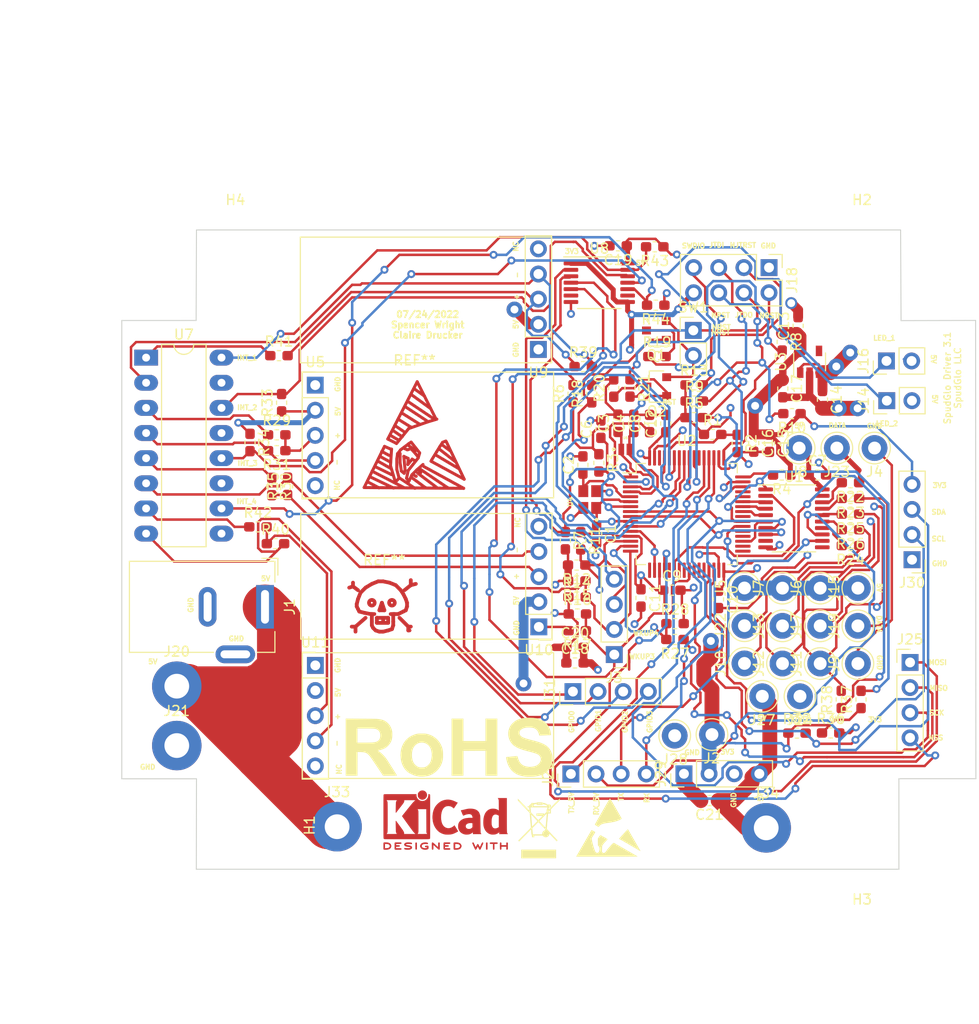
<source format=kicad_pcb>
(kicad_pcb (version 20171130) (host pcbnew "(5.1.6-0-10_14)")
  (layers (0 F.Cu signal) (1 GND.Cu power hide) (2 PWR.Cu power hide) (31 B.Cu signal) (34 B.Paste user) (35 F.Paste user) (36 B.SilkS user hide) (37 F.SilkS user) (38 B.Mask user) (39 F.Mask user) (44 Edge.Cuts user))
  (net 0 "")
  (net 1 GND1)
  (net 2 "Net-(C3-Pad1)")
  (net 3 "Net-(C4-Pad1)")
  (net 4 +3V3)
  (net 5 +5V)
  (net 6 "Net-(Q1-Pad3)")
  (net 7 "Net-(Q2-Pad3)")
  (net 8 "Net-(R4-Pad2)")
  (net 9 "Net-(J14-Pad1)")
  (net 10 "Net-(J16-Pad1)")
  (net 11 "Net-(R22-Pad2)")
  (net 12 "Net-(R23-Pad2)")
  (net 13 "Net-(R24-Pad2)")
  (net 14 "Net-(R25-Pad2)")
  (net 15 "Net-(R26-Pad2)")
  (net 16 /Sheet62D1858B/OSC48_LO)
  (net 17 /Sheet62D1858B/OSC48_HI)
  (net 18 /Sheet62D1858B/NRST)
  (net 19 /Sheet62D1858B/TIM1_CH1_SHIFT)
  (net 20 /Sheet62D1858B/TIM1_CH2_SHIFT)
  (net 21 /Sheet62D1858B/NJTRST)
  (net 22 /Sheet62D1858B/JTDO)
  (net 23 /Sheet62D1858B/JTDI)
  (net 24 /Sheet62D1858B/SWCLK)
  (net 25 /Sheet62D1858B/SWDIO)
  (net 26 /Sheet62D1858B/TIM1_CH3_SHIFT)
  (net 27 /Sheet62D1858B/TIM15_CH1_SHIFT)
  (net 28 /Sheet62D1858B/TIM16_CH1_SHIFT)
  (net 29 /Sheet62D1858B/LED_OUT_1)
  (net 30 /Sheet62D1858B/LED_OUT_2)
  (net 31 /Sheet62D1858B/BOOT0)
  (net 32 /OUT_2_P)
  (net 33 "Net-(R29-Pad1)")
  (net 34 "Net-(R30-Pad1)")
  (net 35 /OUT_3_P)
  (net 36 /OUT_2_N)
  (net 37 /INT_1)
  (net 38 /INT_2)
  (net 39 /OUT_3_N)
  (net 40 /Sheet62D1858B/TIM16_CH1)
  (net 41 /Sheet62D1858B/TIM15_CH1)
  (net 42 /Sheet62D1858B/TIM1_CH1)
  (net 43 /Sheet62D1858B/TIM1_CH2)
  (net 44 /Sheet62D1858B/TIM1_CH3)
  (net 45 /Sheet62D1858B/LVL_EN)
  (net 46 /Sheet62D1858B/SPI3_NSS)
  (net 47 /Sheet62D1858B/SPI3_SCK)
  (net 48 /Sheet62D1858B/SPI3_MISO)
  (net 49 /Sheet62D1858B/SPI3_MOSI)
  (net 50 /Sheet62D1858B/LPUART1_RX)
  (net 51 /Sheet62D1858B/LPUART1_TX)
  (net 52 /Sheet62D1858B/LPUART1_RX_SHIFTED)
  (net 53 /Sheet62D1858B/LPUART1_TX_SHIFTED)
  (net 54 /Sheet62D1858B/I2C2_SCL)
  (net 55 /Sheet62D1858B/I2C2_SDA)
  (net 56 "Net-(R27-Pad2)")
  (net 57 /Sheet62D1858B/GPIO0)
  (net 58 /Sheet62D1858B/GPIO1)
  (net 59 /Sheet62D1858B/GPIO2)
  (net 60 /Sheet62D1858B/GPIO3)
  (net 61 /Sheet62D1858B/LVL_DIR)
  (net 62 /INT_3)
  (net 63 /OUT_1_P)
  (net 64 /OUT_1_N)
  (net 65 /OUT_4_N)
  (net 66 /OUT_4_P)
  (net 67 "Net-(R41-Pad1)")
  (net 68 "Net-(R42-Pad1)")
  (net 69 /INT_4)
  (net 70 "Net-(J1-Pad1)")
  (net 71 WKUP3)
  (net 72 WKUP4)
  (net 73 WKUP1)
  (net 74 WKUP2)
  (module Symbol:Symbol_ESD-Logo_CopperTop (layer F.Cu) (at 151.494 93.656)
    (fp_text reference REF** (at -0.0508 -9.5504) (layer F.SilkS))
    (fp_text value Symbol_ESD-Logo_CopperTop)
    (fp_line (start -0.65024 -0.92964) (end 0.06096 -0.4191) (layer F.Cu) (width 0.3048))
    (fp_line (start 0.5207 1.4605) (end 3.25882 3.31216) (layer F.Cu) (width 0.3048))
    (fp_line (start 3.25882 3.31216) (end 3.27914 3.31216) (layer F.Cu) (width 0.3048))
    (fp_line (start 0.23876 1.8415) (end 2.16916 3.29184) (layer F.Cu) (width 0.3048))
    (fp_line (start -0.35052 2.30124) (end 1.02108 3.31216) (layer F.Cu) (width 0.3048))
    (fp_line (start 1.02108 3.31216) (end 1.04902 3.31216) (layer F.Cu) (width 0.3048))
    (fp_line (start -1.53924 2.37236) (end -0.02032 3.3909) (layer F.Cu) (width 0.3048))
    (fp_line (start -4.77012 2.75082) (end -3.64998 3.34264) (layer F.Cu) (width 0.3048))
    (fp_line (start -4.5593 2.2225) (end -2.17932 3.36042) (layer F.Cu) (width 0.3048))
    (fp_line (start -4.34086 1.66116) (end -1.14046 3.31216) (layer F.Cu) (width 0.3048))
    (fp_line (start -4.03098 1.20142) (end -2.41046 1.99136) (layer F.Cu) (width 0.3048))
    (fp_line (start -2.41046 1.99136) (end -2.37998 1.99136) (layer F.Cu) (width 0.3048))
    (fp_line (start -3.74904 0.65278) (end -2.46126 1.38176) (layer F.Cu) (width 0.3048))
    (fp_line (start -3.55092 0.16256) (end -2.47904 0.75184) (layer F.Cu) (width 0.3048))
    (fp_line (start -3.37058 -0.33782) (end -2.6289 0.06096) (layer F.Cu) (width 0.3048))
    (fp_line (start 2.1209 0.04064) (end 4.37896 1.38176) (layer F.Cu) (width 0.3048))
    (fp_line (start 2.4511 -0.56896) (end 4.09956 0.72136) (layer F.Cu) (width 0.3048))
    (fp_line (start 2.70002 -1.0287) (end 3.54076 -0.39878) (layer F.Cu) (width 0.3048))
    (fp_line (start -2.50952 -1.9685) (end -1.6891 -1.48844) (layer F.Cu) (width 0.3048))
    (fp_line (start -2.23012 -2.44856) (end -1.31064 -1.81864) (layer F.Cu) (width 0.3048))
    (fp_line (start -1.31064 -1.81864) (end -1.31064 -1.83896) (layer F.Cu) (width 0.3048))
    (fp_line (start -2.04978 -2.9591) (end -1.03124 -2.26822) (layer F.Cu) (width 0.3048))
    (fp_line (start -1.71958 -3.59918) (end -0.44958 -2.80924) (layer F.Cu) (width 0.3048))
    (fp_line (start -0.44958 -2.80924) (end -0.4191 -2.80924) (layer F.Cu) (width 0.3048))
    (fp_line (start -1.3589 -4.2291) (end 0.45974 -3.08864) (layer F.Cu) (width 0.3048))
    (fp_line (start -1.01092 -4.86918) (end 1.19888 -3.41884) (layer F.Cu) (width 0.3048))
    (fp_line (start -0.7493 -5.3975) (end 1.85928 -3.64744) (layer F.Cu) (width 0.3048))
    (fp_line (start -0.35052 -6.0579) (end 1.57988 -4.65836) (layer F.Cu) (width 0.3048))
    (fp_line (start -0.0889 -6.6675) (end 0.94996 -5.92836) (layer F.Cu) (width 0.3048))
    (fp_line (start -1.10998 -0.6477) (end -0.77978 -0.49784) (layer F.Cu) (width 0.3048))
    (fp_line (start -0.77978 -0.49784) (end -0.4191 -0.61722) (layer F.Cu) (width 0.3048))
    (fp_line (start -0.4191 -0.61722) (end 0.06096 -0.0889) (layer F.Cu) (width 0.3048))
    (fp_line (start 0.06096 -0.0889) (end 0.23876 0.14224) (layer F.Cu) (width 0.3048))
    (fp_line (start -1.51892 -0.1397) (end -1.51892 0.80264) (layer F.Cu) (width 0.3048))
    (fp_line (start -1.51892 0.80264) (end -1.38938 1.64084) (layer F.Cu) (width 0.3048))
    (fp_line (start -1.38938 1.64084) (end -1.10998 1.87198) (layer F.Cu) (width 0.3048))
    (fp_line (start -1.10998 1.87198) (end -1.01092 1.5621) (layer F.Cu) (width 0.3048))
    (fp_line (start -1.01092 1.5621) (end -1.14046 0.16256) (layer F.Cu) (width 0.3048))
    (fp_line (start -1.14046 0.16256) (end -0.70104 0.37084) (layer F.Cu) (width 0.3048))
    (fp_line (start -0.70104 0.37084) (end -0.72898 0.98044) (layer F.Cu) (width 0.3048))
    (fp_line (start -0.72898 0.98044) (end -0.29972 0.44196) (layer F.Cu) (width 0.3048))
    (fp_line (start -0.29972 0.44196) (end -0.07112 0.5715) (layer F.Cu) (width 0.3048))
    (fp_line (start -2.46126 -0.56896) (end -3.09118 -0.84836) (layer F.Cu) (width 0.3048))
    (fp_line (start -3.09118 -0.84836) (end -5.15112 3.31216) (layer F.Cu) (width 0.3048))
    (fp_line (start -5.15112 3.31216) (end 4.90982 3.3909) (layer F.Cu) (width 0.3048))
    (fp_line (start 4.90982 3.3909) (end 0.86868 1.1811) (layer F.Cu) (width 0.3048))
    (fp_line (start 2.09042 -3.64744) (end 0.21082 -7.3787) (layer F.Cu) (width 0.3048))
    (fp_line (start 0.21082 -7.3787) (end -2.76098 -1.5875) (layer F.Cu) (width 0.3048))
    (fp_line (start -2.76098 -1.5875) (end -1.89992 -1.15824) (layer F.Cu) (width 0.3048))
    (fp_line (start -1.89992 -1.15824) (end -1.86944 -1.15824) (layer F.Cu) (width 0.3048))
    (fp_line (start 3.15976 -1.3081) (end 4.96062 2.47142) (layer F.Cu) (width 0.3048))
    (fp_line (start 4.96062 2.47142) (end 1.61036 0.65278) (layer F.Cu) (width 0.3048))
    (fp_line (start 1.61036 0.65278) (end 1.67894 0.6223) (layer F.Cu) (width 0.3048))
    (fp_line (start -0.22098 1.99136) (end 0.07874 2.1717) (layer F.Cu) (width 0.3048))
    (fp_line (start 0.07874 2.1717) (end 0.10922 2.1717) (layer F.Cu) (width 0.3048))
    (fp_line (start 0.30988 1.4605) (end 0.56896 1.81102) (layer F.Cu) (width 0.3048))
    (fp_line (start 2.19964 -3.59918) (end 1.24968 -3.31724) (layer F.Cu) (width 0.3048))
    (fp_line (start 1.24968 -3.31724) (end -0.65024 -2.64922) (layer F.Cu) (width 0.3048))
    (fp_line (start -0.65024 -2.64922) (end -1.8796 -1.13792) (layer F.Cu) (width 0.3048))
    (fp_line (start -2.37998 -0.57912) (end -2.4892 1.10236) (layer F.Cu) (width 0.3048))
    (fp_line (start -2.4892 1.10236) (end -1.99136 2.77114) (layer F.Cu) (width 0.3048))
    (fp_line (start -1.99136 2.77114) (end -1.62052 2.35204) (layer F.Cu) (width 0.3048))
    (fp_line (start -1.62052 2.35204) (end -1.84912 1.48082) (layer F.Cu) (width 0.3048))
    (fp_line (start -1.84912 1.48082) (end -1.84912 0.42164) (layer F.Cu) (width 0.3048))
    (fp_line (start -1.84912 0.42164) (end -1.77038 -0.11938) (layer F.Cu) (width 0.3048))
    (fp_line (start -1.77038 -0.11938) (end -1.71958 -0.16764) (layer F.Cu) (width 0.3048))
    (fp_line (start -1.71958 -0.16764) (end -1.47066 -0.49784) (layer F.Cu) (width 0.3048))
    (fp_line (start -1.47066 -0.49784) (end -0.62992 -1.12776) (layer F.Cu) (width 0.3048))
    (fp_line (start -0.62992 -1.12776) (end -0.40132 -1.27762) (layer F.Cu) (width 0.3048))
    (fp_line (start -0.40132 -1.27762) (end 0.45974 -0.18796) (layer F.Cu) (width 0.3048))
    (fp_line (start 0.45974 -0.18796) (end 0.30988 0.32258) (layer F.Cu) (width 0.3048))
    (fp_line (start 0.30988 0.32258) (end -0.70104 1.59258) (layer F.Cu) (width 0.3048))
    (fp_line (start -0.70104 1.59258) (end -0.86106 2.37236) (layer F.Cu) (width 0.3048))
    (fp_line (start -0.86106 2.37236) (end -0.62992 2.68224) (layer F.Cu) (width 0.3048))
    (fp_line (start -0.62992 2.68224) (end -0.32004 2.02184) (layer F.Cu) (width 0.3048))
    (fp_line (start -0.32004 2.02184) (end 0.1905 1.5113) (layer F.Cu) (width 0.3048))
    (fp_line (start 0.1905 1.5113) (end 0.8001 0.98044) (layer F.Cu) (width 0.3048))
    (fp_line (start 1.65862 0.54102) (end 2.16916 -0.28956) (layer F.Cu) (width 0.3048))
    (fp_line (start 2.16916 -0.28956) (end 2.49936 -0.82804) (layer F.Cu) (width 0.3048))
    (fp_line (start 2.49936 -0.82804) (end 2.77876 -1.2573) (layer F.Cu) (width 0.3048))
    (fp_line (start 2.77876 -1.2573) (end 3.10896 -1.38938) (layer F.Cu) (width 0.3048))
  )
  (module Symbol:ESD-Logo_6.6x6mm_SilkScreen (layer F.Cu) (at 171.031 131.303)
    (fp_text reference REF** hide)
    (fp_text value ESD-Logo_6.6x6mm_SilkScreen hide)
  )
  (module Symbol:WEEE-Logo_4.2x6mm_SilkScreen (layer F.Cu) (at 163.989 131.409)
    (fp_text reference REF** hide)
    (fp_text value WEEE-Logo_4.2x6mm_SilkScreen hide)
  )
  (module Symbol:RoHS-Logo_6mm_SilkScreen (layer F.Cu) (at 154.939 123.2)
    (fp_text reference REF** hide)
    (fp_text value RoHS-Logo_6mm_SilkScreen hide)
  )
  (module Symbol:Symbol_Danger_CopperTop_Small (layer F.Cu) (at 148.137 108.99)
    (fp_text reference REF** (at 0.254 -4.699) (layer F.SilkS))
    (fp_text value Symbol_Danger_CopperTop_Small)
    (fp_line (start 2.667 2.032) (end 2.667 2.413) (layer F.Cu) (width 0.381))
    (fp_line (start 2.667 2.413) (end 2.794 2.413) (layer F.Cu) (width 0.381))
    (fp_line (start 1.778 1.143) (end 2.667 2.032) (layer F.Cu) (width 0.381))
    (fp_line (start 2.667 2.032) (end 2.921 2.032) (layer F.Cu) (width 0.381))
    (fp_line (start -2.921 -2.032) (end -3.302 -1.905) (layer F.Cu) (width 0.381))
    (fp_line (start -2.921 -2.032) (end -2.921 -2.413) (layer F.Cu) (width 0.381))
    (fp_line (start -2.413 -1.651) (end -2.921 -2.032) (layer F.Cu) (width 0.381))
    (fp_line (start -2.667 2.032) (end -2.667 2.54) (layer F.Cu) (width 0.381))
    (fp_line (start -2.667 2.032) (end -3.048 2.032) (layer F.Cu) (width 0.381))
    (fp_line (start -1.651 1.143) (end -2.667 2.032) (layer F.Cu) (width 0.381))
    (fp_line (start 2.921 -2.159) (end 3.429 -2.286) (layer F.Cu) (width 0.381))
    (fp_line (start 2.921 -2.159) (end 2.921 -2.667) (layer F.Cu) (width 0.381))
    (fp_line (start 2.286 -1.651) (end 2.921 -2.159) (layer F.Cu) (width 0.381))
    (fp_line (start 0.127 1.27) (end 0.127 1.524) (layer F.Cu) (width 0.381))
    (fp_line (start -0.508 1.143) (end 0.635 1.143) (layer F.Cu) (width 0.381))
    (fp_line (start 0.635 1.143) (end 0.635 1.651) (layer F.Cu) (width 0.381))
    (fp_line (start 0.635 1.651) (end -0.508 1.651) (layer F.Cu) (width 0.381))
    (fp_line (start -0.508 1.651) (end -0.508 1.143) (layer F.Cu) (width 0.381))
    (fp_circle (center -1.016 -0.381) (end -1.27 -0.254) (layer F.Cu) (width 0.381))
    (fp_circle (center 1.016 -0.381) (end 1.27 -0.254) (layer F.Cu) (width 0.381))
    (fp_line (start 0 -0.381) (end 0.254 0.381) (layer F.Cu) (width 0.381))
    (fp_line (start 0.254 0.381) (end -0.254 0.381) (layer F.Cu) (width 0.381))
    (fp_line (start -0.254 0.381) (end 0 -0.381) (layer F.Cu) (width 0.381))
    (fp_line (start -1.016 1.905) (end -0.889 2.159) (layer F.Cu) (width 0.381))
    (fp_line (start -0.889 2.159) (end -0.635 2.413) (layer F.Cu) (width 0.381))
    (fp_line (start -0.635 2.413) (end -0.254 2.54) (layer F.Cu) (width 0.381))
    (fp_line (start 1.143 0.762) (end 1.143 1.524) (layer F.Cu) (width 0.381))
    (fp_line (start 1.143 1.524) (end 1.143 1.905) (layer F.Cu) (width 0.381))
    (fp_line (start 1.143 1.905) (end 1.016 2.286) (layer F.Cu) (width 0.381))
    (fp_line (start 1.016 2.286) (end 0.635 2.413) (layer F.Cu) (width 0.381))
    (fp_line (start 0.635 2.413) (end 0.127 2.54) (layer F.Cu) (width 0.381))
    (fp_line (start 0.127 2.54) (end -0.254 2.54) (layer F.Cu) (width 0.381))
    (fp_line (start -1.016 1.905) (end -1.016 1.524) (layer F.Cu) (width 0.381))
    (fp_line (start -1.016 1.524) (end -1.016 0.762) (layer F.Cu) (width 0.381))
    (fp_line (start -2.54 0) (end -2.413 0.254) (layer F.Cu) (width 0.381))
    (fp_line (start -2.413 0.254) (end -2.286 0.508) (layer F.Cu) (width 0.381))
    (fp_line (start -2.286 0.508) (end -1.778 0.635) (layer F.Cu) (width 0.381))
    (fp_line (start -1.778 0.635) (end -1.143 0.762) (layer F.Cu) (width 0.381))
    (fp_line (start -1.143 0.762) (end -0.762 0.762) (layer F.Cu) (width 0.381))
    (fp_line (start -2.54 0) (end -2.54 -0.254) (layer F.Cu) (width 0.381))
    (fp_line (start -2.54 -0.254) (end -2.413 -0.762) (layer F.Cu) (width 0.381))
    (fp_line (start -2.413 -0.762) (end -2.159 -1.397) (layer F.Cu) (width 0.381))
    (fp_line (start -2.159 -1.397) (end -1.651 -1.905) (layer F.Cu) (width 0.381))
    (fp_line (start -1.651 -1.905) (end -1.016 -2.286) (layer F.Cu) (width 0.381))
    (fp_line (start -1.016 -2.286) (end -0.381 -2.54) (layer F.Cu) (width 0.381))
    (fp_line (start -0.381 -2.54) (end 0.127 -2.54) (layer F.Cu) (width 0.381))
    (fp_line (start 0.127 -2.54) (end 0.762 -2.413) (layer F.Cu) (width 0.381))
    (fp_line (start 0.762 -2.413) (end 1.397 -2.159) (layer F.Cu) (width 0.381))
    (fp_line (start 1.397 -2.159) (end 1.905 -1.651) (layer F.Cu) (width 0.381))
    (fp_line (start 1.905 -1.651) (end 2.159 -1.27) (layer F.Cu) (width 0.381))
    (fp_line (start 2.159 -1.27) (end 2.413 -0.762) (layer F.Cu) (width 0.381))
    (fp_line (start 2.413 -0.762) (end 2.54 -0.381) (layer F.Cu) (width 0.381))
    (fp_line (start 2.54 -0.381) (end 2.54 0) (layer F.Cu) (width 0.381))
    (fp_line (start 2.54 0) (end 2.413 0.381) (layer F.Cu) (width 0.381))
    (fp_line (start 2.413 0.381) (end 2.159 0.508) (layer F.Cu) (width 0.381))
    (fp_line (start 2.159 0.508) (end 1.651 0.762) (layer F.Cu) (width 0.381))
    (fp_line (start 1.651 0.762) (end 1.27 0.762) (layer F.Cu) (width 0.381))
    (fp_line (start 1.27 0.762) (end 0.889 0.762) (layer F.Cu) (width 0.381))
  )
  (module Symbol:KiCad-Logo2_5mm_Copper (layer F.Cu) (at 154.572 130.558)
    (fp_text reference REF** hide)
    (fp_text value KiCad-Logo2_5mm_Copper hide)
    (fp_poly (pts (xy -2.9464 -2.510946) (xy -2.935535 -2.397007) (xy -2.903918 -2.289384) (xy -2.853015 -2.190385) (xy -2.784293 -2.102316) (xy -2.699219 -2.027484) (xy -2.602232 -1.969616) (xy -2.495964 -1.929995) (xy -2.38895 -1.911427) (xy -2.2833 -1.912566) (xy -2.181125 -1.93207) (xy -2.084534 -1.968594) (xy -1.995638 -2.020795) (xy -1.916546 -2.087327) (xy -1.849369 -2.166848) (xy -1.796217 -2.258013) (xy -1.759199 -2.359477) (xy -1.740427 -2.469898) (xy -1.738489 -2.519794) (xy -1.738489 -2.607733) (xy -1.68656 -2.607733) (xy -1.650253 -2.604889) (xy -1.623355 -2.593089) (xy -1.596249 -2.569351) (xy -1.557867 -2.530969) (xy -1.557867 -0.339398) (xy -1.557876 -0.077261) (xy -1.557908 0.163241) (xy -1.557972 0.383048) (xy -1.558076 0.583101) (xy -1.558227 0.764344) (xy -1.558434 0.927716) (xy -1.558706 1.07416) (xy -1.55905 1.204617) (xy -1.559474 1.320029) (xy -1.559987 1.421338) (xy -1.560597 1.509484) (xy -1.561312 1.58541) (xy -1.56214 1.650057) (xy -1.563089 1.704367) (xy -1.564167 1.74928) (xy -1.565383 1.78574) (xy -1.566745 1.814687) (xy -1.568261 1.837063) (xy -1.569938 1.853809) (xy -1.571786 1.865868) (xy -1.573813 1.87418) (xy -1.576025 1.879687) (xy -1.577108 1.881537) (xy -1.581271 1.888549) (xy -1.584805 1.894996) (xy -1.588635 1.9009) (xy -1.593682 1.906286) (xy -1.600871 1.911178) (xy -1.611123 1.915598) (xy -1.625364 1.919572) (xy -1.644514 1.923121) (xy -1.669499 1.92627) (xy -1.70124 1.929042) (xy -1.740662 1.931461) (xy -1.788686 1.933551) (xy -1.846237 1.935335) (xy -1.914237 1.936837) (xy -1.99361 1.93808) (xy -2.085279 1.939089) (xy -2.190166 1.939885) (xy -2.309196 1.940494) (xy -2.44329 1.940939) (xy -2.593373 1.941243) (xy -2.760367 1.94143) (xy -2.945196 1.941524) (xy -3.148783 1.941548) (xy -3.37205 1.941525) (xy -3.615922 1.94148) (xy -3.881321 1.941437) (xy -3.919704 1.941432) (xy -4.186682 1.941389) (xy -4.432002 1.941318) (xy -4.656583 1.941213) (xy -4.861345 1.941066) (xy -5.047206 1.940869) (xy -5.215088 1.940616) (xy -5.365908 1.9403) (xy -5.500587 1.939913) (xy -5.620044 1.939447) (xy -5.725199 1.938897) (xy -5.816971 1.938253) (xy -5.896279 1.937511) (xy -5.964043 1.936661) (xy -6.021182 1.935697) (xy -6.068617 1.934611) (xy -6.107266 1.933397) (xy -6.138049 1.932047) (xy -6.161885 1.930555) (xy -6.179694 1.928911) (xy -6.192395 1.927111) (xy -6.200908 1.925145) (xy -6.205266 1.923477) (xy -6.213728 1.919906) (xy -6.221497 1.91727) (xy -6.228602 1.914634) (xy -6.235073 1.911062) (xy -6.240939 1.905621) (xy -6.246229 1.897375) (xy -6.250974 1.88539) (xy -6.255202 1.868731) (xy -6.258943 1.846463) (xy -6.262227 1.817652) (xy -6.265083 1.781363) (xy -6.26754 1.736661) (xy -6.269629 1.682611) (xy -6.271378 1.618279) (xy -6.272817 1.54273) (xy -6.273976 1.45503) (xy -6.274883 1.354243) (xy -6.275569 1.239434) (xy -6.276063 1.10967) (xy -6.276395 0.964015) (xy -6.276593 0.801535) (xy -6.276687 0.621295) (xy -6.276708 0.42236) (xy -6.276685 0.203796) (xy -6.276646 -0.035332) (xy -6.276622 -0.29596) (xy -6.276622 -0.338111) (xy -6.276636 -0.601008) (xy -6.276661 -0.842268) (xy -6.276671 -1.062835) (xy -6.276642 -1.263648) (xy -6.276548 -1.445651) (xy -6.276362 -1.609784) (xy -6.276059 -1.756989) (xy -6.275614 -1.888208) (xy -6.275034 -1.998133) (xy -5.972197 -1.998133) (xy -5.932407 -1.940289) (xy -5.921236 -1.924521) (xy -5.911166 -1.910559) (xy -5.902138 -1.897216) (xy -5.894097 -1.883307) (xy -5.886986 -1.867644) (xy -5.880747 -1.849042) (xy -5.875325 -1.826314) (xy -5.870662 -1.798273) (xy -5.866701 -1.763733) (xy -5.863385 -1.721508) (xy -5.860659 -1.670411) (xy -5.858464 -1.609256) (xy -5.856745 -1.536856) (xy -5.855444 -1.452025) (xy -5.854505 -1.353578) (xy -5.85387 -1.240326) (xy -5.853484 -1.111084) (xy -5.853288 -0.964666) (xy -5.853227 -0.799884) (xy -5.853243 -0.615553) (xy -5.85328 -0.410487) (xy -5.853289 -0.287867) (xy -5.853265 -0.070918) (xy -5.853231 0.124642) (xy -5.853243 0.299999) (xy -5.853358 0.456341) (xy -5.85363 0.594857) (xy -5.854118 0.716734) (xy -5.854876 0.82316) (xy -5.855962 0.915322) (xy -5.857431 0.994409) (xy -5.85934 1.061608) (xy -5.861744 1.118107) (xy -5.864701 1.165093) (xy -5.868266 1.203755) (xy -5.872495 1.23528) (xy -5.877446 1.260855) (xy -5.883173 1.28167) (xy -5.889733 1.298911) (xy -5.897183 1.313765) (xy -5.905579 1.327422) (xy -5.914976 1.341069) (xy -5.925432 1.355893) (xy -5.931523 1.364783) (xy -5.970296 1.4224) (xy -5.438732 1.4224) (xy -5.315483 1.422365) (xy -5.212987 1.422215) (xy -5.12942 1.421878) (xy -5.062956 1.421286) (xy -5.011771 1.420367) (xy -4.974041 1.419051) (xy -4.94794 1.417269) (xy -4.931644 1.414951) (xy -4.923328 1.412026) (xy -4.921168 1.408424) (xy -4.923339 1.404075) (xy -4.924535 1.402645) (xy -4.949685 1.365573) (xy -4.975583 1.312772) (xy -4.999192 1.25077) (xy -5.007461 1.224357) (xy -5.012078 1.206416) (xy -5.015979 1.185355) (xy -5.019248 1.159089) (xy -5.021966 1.125532) (xy -5.024215 1.082599) (xy -5.026077 1.028204) (xy -5.027636 0.960262) (xy -5.028972 0.876688) (xy -5.030169 0.775395) (xy -5.031308 0.6543) (xy -5.031685 0.6096) (xy -5.032702 0.484449) (xy -5.03346 0.380082) (xy -5.033903 0.294707) (xy -5.03397 0.226533) (xy -5.033605 0.173765) (xy -5.032748 0.134614) (xy -5.031341 0.107285) (xy -5.029325 0.089986) (xy -5.026643 0.080926) (xy -5.023236 0.078312) (xy -5.019044 0.080351) (xy -5.014571 0.084667) (xy -5.004216 0.097602) (xy -4.982158 0.126676) (xy -4.949957 0.169759) (xy -4.909174 0.224718) (xy -4.86137 0.289423) (xy -4.808105 0.361742) (xy -4.75094 0.439544) (xy -4.691437 0.520698) (xy -4.631155 0.603072) (xy -4.571655 0.684536) (xy -4.514498 0.762957) (xy -4.461245 0.836204) (xy -4.413457 0.902147) (xy -4.372693 0.958654) (xy -4.340516 1.003593) (xy -4.318485 1.034834) (xy -4.313917 1.041466) (xy -4.290996 1.078369) (xy -4.264188 1.126359) (xy -4.238789 1.175897) (xy -4.235568 1.182577) (xy -4.21389 1.230772) (xy -4.201304 1.268334) (xy -4.195574 1.30416) (xy -4.194456 1.3462) (xy -4.19509 1.4224) (xy -3.040651 1.4224) (xy -3.131815 1.328669) (xy -3.178612 1.278775) (xy -3.228899 1.222295) (xy -3.274944 1.168026) (xy -3.295369 1.142673) (xy -3.325807 1.103128) (xy -3.365862 1.049916) (xy -3.414361 0.984667) (xy -3.470135 0.909011) (xy -3.532011 0.824577) (xy -3.598819 0.732994) (xy -3.669387 0.635892) (xy -3.742545 0.534901) (xy -3.817121 0.43165) (xy -3.891944 0.327768) (xy -3.965843 0.224885) (xy -4.037646 0.124631) (xy -4.106184 0.028636) (xy -4.170284 -0.061473) (xy -4.228775 -0.144064) (xy -4.280486 -0.217508) (xy -4.324247 -0.280176) (xy -4.358885 -0.330439) (xy -4.38323 -0.366666) (xy -4.396111 -0.387229) (xy -4.397869 -0.391332) (xy -4.38991 -0.402658) (xy -4.369115 -0.429838) (xy -4.336847 -0.471171) (xy -4.29447 -0.524956) (xy -4.243347 -0.589494) (xy -4.184841 -0.663082) (xy -4.120314 -0.744022) (xy -4.051131 -0.830612) (xy -3.978653 -0.921152) (xy -3.904246 -1.01394) (xy -3.844517 -1.088298) (xy -2.833511 -1.088298) (xy -2.827602 -1.075341) (xy -2.813272 -1.053092) (xy -2.812225 -1.051609) (xy -2.793438 -1.021456) (xy -2.773791 -0.984625) (xy -2.769892 -0.976489) (xy -2.766356 -0.96806) (xy -2.76323 -0.957941) (xy -2.760486 -0.94474) (xy -2.758092 -0.927062) (xy -2.756019 -0.903516) (xy -2.754235 -0.872707) (xy -2.752712 -0.833243) (xy -2.751419 -0.783731) (xy -2.750326 -0.722777) (xy -2.749403 -0.648989) (xy -2.748619 -0.560972) (xy -2.747945 -0.457335) (xy -2.74735 -0.336684) (xy -2.746805 -0.197626) (xy -2.746279 -0.038768) (xy -2.745745 0.140089) (xy -2.745206 0.325207) (xy -2.744772 0.489145) (xy -2.744509 0.633303) (xy -2.744484 0.759079) (xy -2.744765 0.867871) (xy -2.745419 0.961077) (xy -2.746514 1.040097) (xy -2.748118 1.106328) (xy -2.750297 1.16117) (xy -2.753119 1.206021) (xy -2.756651 1.242278) (xy -2.760961 1.271341) (xy -2.766117 1.294609) (xy -2.772185 1.313479) (xy -2.779233 1.329351) (xy -2.787329 1.343622) (xy -2.79654 1.357691) (xy -2.80504 1.370158) (xy -2.822176 1.396452) (xy -2.832322 1.414037) (xy -2.833511 1.417257) (xy -2.822604 1.418334) (xy -2.791411 1.419335) (xy -2.742223 1.420235) (xy -2.677333 1.42101) (xy -2.59903 1.421637) (xy -2.509607 1.422091) (xy -2.411356 1.422349) (xy -2.342445 1.4224) (xy -2.237452 1.42218) (xy -2.14061 1.421548) (xy -2.054107 1.420549) (xy -1.980132 1.419227) (xy -1.920874 1.417626) (xy -1.87852 1.415791) (xy -1.85526 1.413765) (xy -1.851378 1.412493) (xy -1.859076 1.397591) (xy -1.867074 1.38956) (xy -1.880246 1.372434) (xy -1.897485 1.342183) (xy -1.909407 1.317622) (xy -1.936045 1.258711) (xy -1.93912 0.081845) (xy -1.942195 -1.095022) (xy -2.387853 -1.095022) (xy -2.48567 -1.094858) (xy -2.576064 -1.094389) (xy -2.65663 -1.093653) (xy -2.724962 -1.092684) (xy -2.778656 -1.09152) (xy -2.815305 -1.090197) (xy -2.832504 -1.088751) (xy -2.833511 -1.088298) (xy -3.844517 -1.088298) (xy -3.82927 -1.107278) (xy -3.75509 -1.199463) (xy -3.683069 -1.288796) (xy -3.614569 -1.373576) (xy -3.550955 -1.452102) (xy -3.493588 -1.522674) (xy -3.443833 -1.583591) (xy -3.403052 -1.633153) (xy -3.385888 -1.653822) (xy -3.299596 -1.754484) (xy -3.222997 -1.837741) (xy -3.154183 -1.905562) (xy -3.091248 -1.959911) (xy -3.081867 -1.967278) (xy -3.042356 -1.997883) (xy -4.174116 -1.998133) (xy -4.168827 -1.950156) (xy -4.17213 -1.892812) (xy -4.193661 -1.824537) (xy -4.233635 -1.744788) (xy -4.278943 -1.672505) (xy -4.295161 -1.64986) (xy -4.323214 -1.612304) (xy -4.36143 -1.561979) (xy -4.408137 -1.501027) (xy -4.461661 -1.431589) (xy -4.520331 -1.355806) (xy -4.582475 -1.27582) (xy -4.646421 -1.193772) (xy -4.710495 -1.111804) (xy -4.773027 -1.032057) (xy -4.832343 -0.956673) (xy -4.886771 -0.887793) (xy -4.934639 -0.827558) (xy -4.974275 -0.778111) (xy -5.004006 -0.741592) (xy -5.022161 -0.720142) (xy -5.02522 -0.716844) (xy -5.028079 -0.724851) (xy -5.030293 -0.755145) (xy -5.031857 -0.807444) (xy -5.032767 -0.881469) (xy -5.03302 -0.976937) (xy -5.032613 -1.093566) (xy -5.031704 -1.213555) (xy -5.030382 -1.345667) (xy -5.028857 -1.457406) (xy -5.026881 -1.550975) (xy -5.024206 -1.628581) (xy -5.020582 -1.692426) (xy -5.015761 -1.744717) (xy -5.009494 -1.787656) (xy -5.001532 -1.823449) (xy -4.991627 -1.8543) (xy -4.979531 -1.882414) (xy -4.964993 -1.909995) (xy -4.950311 -1.935034) (xy -4.912314 -1.998133) (xy -5.972197 -1.998133) (xy -6.275034 -1.998133) (xy -6.275001 -2.004383) (xy -6.274195 -2.106456) (xy -6.27317 -2.195367) (xy -6.2719 -2.272059) (xy -6.27036 -2.337473) (xy -6.268524 -2.392551) (xy -6.266367 -2.438235) (xy -6.263863 -2.475466) (xy -6.260987 -2.505187) (xy -6.257713 -2.528338) (xy -6.254015 -2.545861) (xy -6.249869 -2.558699) (xy -6.245247 -2.567792) (xy -6.240126 -2.574082) (xy -6.234478 -2.578512) (xy -6.228279 -2.582022) (xy -6.221504 -2.585555) (xy -6.215508 -2.589124) (xy -6.210275 -2.5917) (xy -6.202099 -2.594028) (xy -6.189886 -2.596122) (xy -6.172541 -2.597993) (xy -6.148969 -2.599653) (xy -6.118077 -2.601116) (xy -6.078768 -2.602392) (xy -6.02995 -2.603496) (xy -5.970527 -2.604439) (xy -5.899404 -2.605233) (xy -5.815488 -2.605891) (xy -5.717683 -2.606425) (xy -5.604894 -2.606847) (xy -5.476029 -2.607171) (xy -5.329991 -2.607408) (xy -5.165686 -2.60757) (xy -4.98202 -2.60767) (xy -4.777897 -2.60772) (xy -4.566753 -2.607733) (xy -2.9464 -2.607733) (xy -2.9464 -2.510946)) (layer F.Cu) (width 0.01))
    (fp_poly (pts (xy 0.328429 -2.050929) (xy 0.48857 -2.029755) (xy 0.65251 -1.989615) (xy 0.822313 -1.930111) (xy 1.000043 -1.850846) (xy 1.01131 -1.845301) (xy 1.069005 -1.817275) (xy 1.120552 -1.793198) (xy 1.162191 -1.774751) (xy 1.190162 -1.763614) (xy 1.199733 -1.761067) (xy 1.21895 -1.756059) (xy 1.223561 -1.751853) (xy 1.218458 -1.74142) (xy 1.202418 -1.715132) (xy 1.177288 -1.675743) (xy 1.144914 -1.626009) (xy 1.107143 -1.568685) (xy 1.065822 -1.506524) (xy 1.022798 -1.442282) (xy 0.979917 -1.378715) (xy 0.939026 -1.318575) (xy 0.901971 -1.26462) (xy 0.8706 -1.219603) (xy 0.846759 -1.186279) (xy 0.832294 -1.167403) (xy 0.830309 -1.165213) (xy 0.820191 -1.169862) (xy 0.79785 -1.187038) (xy 0.76728 -1.21356) (xy 0.751536 -1.228036) (xy 0.655047 -1.303318) (xy 0.548336 -1.358759) (xy 0.432832 -1.393859) (xy 0.309962 -1.40812) (xy 0.240561 -1.406949) (xy 0.119423 -1.389788) (xy 0.010205 -1.353906) (xy -0.087418 -1.299041) (xy -0.173772 -1.22493) (xy -0.249185 -1.131312) (xy -0.313982 -1.017924) (xy -0.351399 -0.931333) (xy -0.395252 -0.795634) (xy -0.427572 -0.64815) (xy -0.448443 -0.492686) (xy -0.457949 -0.333044) (xy -0.456173 -0.173027) (xy -0.443197 -0.016439) (xy -0.419106 0.132918) (xy -0.383982 0.27124) (xy -0.337908 0.394724) (xy -0.321627 0.428978) (xy -0.25338 0.543064) (xy -0.172921 0.639557) (xy -0.08143 0.71767) (xy 0.019911 0.776617) (xy 0.12992 0.815612) (xy 0.247415 0.833868) (xy 0.288883 0.835211) (xy 0.410441 0.82429) (xy 0.530878 0.791474) (xy 0.648666 0.737439) (xy 0.762277 0.662865) (xy 0.853685 0.584539) (xy 0.900215 0.540008) (xy 1.081483 0.837271) (xy 1.12658 0.911433) (xy 1.167819 0.979646) (xy 1.203735 1.039459) (xy 1.232866 1.08842) (xy 1.25375 1.124079) (xy 1.264924 1.143984) (xy 1.266375 1.147079) (xy 1.258146 1.156718) (xy 1.232567 1.173999) (xy 1.192873 1.197283) (xy 1.142297 1.224934) (xy 1.084074 1.255315) (xy 1.021437 1.28679) (xy 0.957621 1.317722) (xy 0.89586 1.346473) (xy 0.839388 1.371408) (xy 0.791438 1.390889) (xy 0.767986 1.399318) (xy 0.634221 1.437133) (xy 0.496327 1.462136) (xy 0.348622 1.47514) (xy 0.221833 1.477468) (xy 0.153878 1.476373) (xy 0.088277 1.474275) (xy 0.030847 1.471434) (xy -0.012597 1.468106) (xy -0.026702 1.466422) (xy -0.165716 1.437587) (xy -0.307243 1.392468) (xy -0.444725 1.33375) (xy -0.571606 1.26412) (xy -0.649111 1.211441) (xy -0.776519 1.103239) (xy -0.894822 0.976671) (xy -1.001828 0.834866) (xy -1.095348 0.680951) (xy -1.17319 0.518053) (xy -1.217044 0.400756) (xy -1.267292 0.217128) (xy -1.300791 0.022581) (xy -1.317551 -0.178675) (xy -1.317584 -0.382432) (xy -1.300899 -0.584479) (xy -1.267507 -0.780608) (xy -1.21742 -0.966609) (xy -1.213603 -0.978197) (xy -1.150719 -1.14025) (xy -1.073972 -1.288168) (xy -0.980758 -1.426135) (xy -0.868473 -1.558339) (xy -0.824608 -1.603601) (xy -0.688466 -1.727543) (xy -0.548509 -1.830085) (xy -0.402589 -1.912344) (xy -0.248558 -1.975436) (xy -0.084268 -2.020477) (xy 0.011289 -2.037967) (xy 0.170023 -2.053534) (xy 0.328429 -2.050929)) (layer F.Cu) (width 0.01))
    (fp_poly (pts (xy 2.673574 -1.133448) (xy 2.825492 -1.113433) (xy 2.960756 -1.079798) (xy 3.080239 -1.032275) (xy 3.184815 -0.970595) (xy 3.262424 -0.907035) (xy 3.331265 -0.832901) (xy 3.385006 -0.753129) (xy 3.42791 -0.660909) (xy 3.443384 -0.617839) (xy 3.456244 -0.578858) (xy 3.467446 -0.542711) (xy 3.47712 -0.507566) (xy 3.485396 -0.47159) (xy 3.492403 -0.43295) (xy 3.498272 -0.389815) (xy 3.503131 -0.340351) (xy 3.50711 -0.282727) (xy 3.51034 -0.215109) (xy 3.512949 -0.135666) (xy 3.515067 -0.042564) (xy 3.516824 0.066027) (xy 3.518349 0.191942) (xy 3.519772 0.337012) (xy 3.521025 0.479778) (xy 3.522351 0.635968) (xy 3.523556 0.771239) (xy 3.524766 0.887246) (xy 3.526106 0.985645) (xy 3.5277 1.068093) (xy 3.529675 1.136246) (xy 3.532156 1.19176) (xy 3.535269 1.236292) (xy 3.539138 1.271498) (xy 3.543889 1.299034) (xy 3.549648 1.320556) (xy 3.556539 1.337722) (xy 3.564689 1.352186) (xy 3.574223 1.365606) (xy 3.585266 1.379638) (xy 3.589566 1.385071) (xy 3.605386 1.40791) (xy 3.612422 1.423463) (xy 3.612444 1.423922) (xy 3.601567 1.426121) (xy 3.570582 1.428147) (xy 3.521957 1.429942) (xy 3.458163 1.431451) (xy 3.381669 1.432616) (xy 3.294944 1.43338) (xy 3.200457 1.433686) (xy 3.18955 1.433689) (xy 2.766657 1.433689) (xy 2.763395 1.337622) (xy 2.760133 1.241556) (xy 2.698044 1.292543) (xy 2.600714 1.360057) (xy 2.490813 1.414749) (xy 2.404349 1.444978) (xy 2.335278 1.459666) (xy 2.251925 1.469659) (xy 2.162159 1.474646) (xy 2.073845 1.474313) (xy 1.994851 1.468351) (xy 1.958622 1.462638) (xy 1.818603 1.424776) (xy 1.692178 1.369932) (xy 1.58026 1.298924) (xy 1.483762 1.212568) (xy 1.4036 1.111679) (xy 1.340687 0.997076) (xy 1.296312 0.870984) (xy 1.283978 0.814401) (xy 1.276368 0.752202) (xy 1.272739 0.677363) (xy 1.272245 0.643467) (xy 1.27231 0.640282) (xy 2.032248 0.640282) (xy 2.041541 0.715333) (xy 2.069728 0.77916) (xy 2.118197 0.834798) (xy 2.123254 0.839211) (xy 2.171548 0.874037) (xy 2.223257 0.89662) (xy 2.283989 0.90854) (xy 2.359352 0.911383) (xy 2.377459 0.910978) (xy 2.431278 0.908325) (xy 2.471308 0.902909) (xy 2.506324 0.892745) (xy 2.545103 0.87585) (xy 2.555745 0.870672) (xy 2.616396 0.834844) (xy 2.663215 0.792212) (xy 2.675952 0.776973) (xy 2.720622 0.720462) (xy 2.720622 0.524586) (xy 2.720086 0.445939) (xy 2.718396 0.387988) (xy 2.715428 0.348875) (xy 2.711057 0.326741) (xy 2.706972 0.320274) (xy 2.691047 0.317111) (xy 2.657264 0.314488) (xy 2.61034 0.312655) (xy 2.554993 0.311857) (xy 2.546106 0.311842) (xy 2.42533 0.317096) (xy 2.32266 0.333263) (xy 2.236106 0.360961) (xy 2.163681 0.400808) (xy 2.108751 0.447758) (xy 2.064204 0.505645) (xy 2.03948 0.568693) (xy 2.032248 0.640282) (xy 1.27231 0.640282) (xy 1.274178 0.549712) (xy 1.282522 0.470812) (xy 1.298768 0.39959) (xy 1.324405 0.328864) (xy 1.348401 0.276493) (xy 1.40702 0.181196) (xy 1.485117 0.09317) (xy 1.580315 0.014017) (xy 1.690238 -0.05466) (xy 1.81251 -0.111259) (xy 1.944755 -0.154179) (xy 2.009422 -0.169118) (xy 2.145604 -0.191223) (xy 2.294049 -0.205806) (xy 2.445505 -0.212187) (xy 2.572064 -0.210555) (xy 2.73395 -0.203776) (xy 2.72653 -0.262755) (xy 2.707238 -0.361908) (xy 2.676104 -0.442628) (xy 2.632269 -0.505534) (xy 2.574871 -0.551244) (xy 2.503048 -0.580378) (xy 2.415941 -0.593553) (xy 2.312686 -0.591389) (xy 2.274711 -0.587388) (xy 2.13352 -0.56222) (xy 1.996707 -0.521186) (xy 1.902178 -0.483185) (xy 1.857018 -0.46381) (xy 1.818585 -0.44824) (xy 1.792234 -0.438595) (xy 1.784546 -0.436548) (xy 1.774802 -0.445626) (xy 1.758083 -0.474595) (xy 1.734232 -0.523783) (xy 1.703093 -0.593516) (xy 1.664507 -0.684121) (xy 1.65791 -0.699911) (xy 1.627853 -0.772228) (xy 1.600874 -0.837575) (xy 1.578136 -0.893094) (xy 1.560806 -0.935928) (xy 1.550048 -0.963219) (xy 1.546941 -0.972058) (xy 1.55694 -0.976813) (xy 1.583217 -0.98209) (xy 1.611489 -0.985769) (xy 1.641646 -0.990526) (xy 1.689433 -0.999972) (xy 1.750612 -1.01318) (xy 1.820946 -1.029224) (xy 1.896194 -1.04718) (xy 1.924755 -1.054203) (xy 2.029816 -1.079791) (xy 2.11748 -1.099853) (xy 2.192068 -1.115031) (xy 2.257903 -1.125965) (xy 2.319307 -1.133296) (xy 2.380602 -1.137665) (xy 2.44611 -1.139713) (xy 2.504128 -1.140111) (xy 2.673574 -1.133448)) (layer F.Cu) (width 0.01))
    (fp_poly (pts (xy 6.186507 -0.527755) (xy 6.186526 -0.293338) (xy 6.186552 -0.080397) (xy 6.186625 0.112168) (xy 6.186782 0.285459) (xy 6.187064 0.440576) (xy 6.187509 0.57862) (xy 6.188156 0.700692) (xy 6.189045 0.807894) (xy 6.190213 0.901326) (xy 6.191701 0.98209) (xy 6.193546 1.051286) (xy 6.195789 1.110015) (xy 6.198469 1.159379) (xy 6.201623 1.200478) (xy 6.205292 1.234413) (xy 6.209513 1.262286) (xy 6.214327 1.285198) (xy 6.219773 1.304249) (xy 6.225888 1.32054) (xy 6.232712 1.335173) (xy 6.240285 1.349249) (xy 6.248645 1.363868) (xy 6.253839 1.372974) (xy 6.288104 1.433689) (xy 5.429955 1.433689) (xy 5.429955 1.337733) (xy 5.429224 1.29437) (xy 5.427272 1.261205) (xy 5.424463 1.243424) (xy 5.423221 1.241778) (xy 5.411799 1.248662) (xy 5.389084 1.266505) (xy 5.366385 1.285879) (xy 5.3118 1.326614) (xy 5.242321 1.367617) (xy 5.16527 1.405123) (xy 5.087965 1.435364) (xy 5.057113 1.445012) (xy 4.988616 1.459578) (xy 4.905764 1.469539) (xy 4.816371 1.474583) (xy 4.728248 1.474396) (xy 4.649207 1.468666) (xy 4.611511 1.462858) (xy 4.473414 1.424797) (xy 4.346113 1.367073) (xy 4.230292 1.290211) (xy 4.126637 1.194739) (xy 4.035833 1.081179) (xy 3.969031 0.970381) (xy 3.914164 0.853625) (xy 3.872163 0.734276) (xy 3.842167 0.608283) (xy 3.823311 0.471594) (xy 3.814732 0.320158) (xy 3.814006 0.242711) (xy 3.8161 0.185934) (xy 4.645217 0.185934) (xy 4.645424 0.279002) (xy 4.648337 0.366692) (xy 4.654 0.443772) (xy 4.662455 0.505009) (xy 4.665038 0.51735) (xy 4.69684 0.624633) (xy 4.738498 0.711658) (xy 4.790363 0.778642) (xy 4.852781 0.825805) (xy 4.9261 0.853365) (xy 5.010669 0.861541) (xy 5.106835 0.850551) (xy 5.170311 0.834829) (xy 5.219454 0.816639) (xy 5.273583 0.790791) (xy 5.314244 0.767089) (xy 5.3848 0.720721) (xy 5.3848 -0.42947) (xy 5.317392 -0.473038) (xy 5.238867 -0.51396) (xy 5.154681 -0.540611) (xy 5.069557 -0.552535) (xy 4.988216 -0.549278) (xy 4.91538 -0.530385) (xy 4.883426 -0.514816) (xy 4.825501 -0.471819) (xy 4.776544 -0.415047) (xy 4.73539 -0.342425) (xy 4.700874 -0.251879) (xy 4.671833 -0.141334) (xy 4.670552 -0.135467) (xy 4.660381 -0.073212) (xy 4.652739 0.004594) (xy 4.64767 0.09272) (xy 4.645217 0.185934) (xy 3.8161 0.185934) (xy 3.821857 0.029895) (xy 3.843802 -0.165941) (xy 3.879786 -0.344668) (xy 3.929759 -0.506155) (xy 3.993668 -0.650274) (xy 4.071462 -0.776894) (xy 4.163089 -0.885885) (xy 4.268497 -0.977117) (xy 4.313662 -1.008068) (xy 4.414611 -1.064215) (xy 4.517901 -1.103826) (xy 4.627989 -1.127986) (xy 4.74933 -1.137781) (xy 4.841836 -1.136735) (xy 4.97149 -1.125769) (xy 5.084084 -1.103954) (xy 5.182875 -1.070286) (xy 5.271121 -1.023764) (xy 5.319986 -0.989552) (xy 5.349353 -0.967638) (xy 5.371043 -0.952667) (xy 5.379253 -0.948267) (xy 5.380868 -0.959096) (xy 5.382159 -0.989749) (xy 5.383138 -1.037474) (xy 5.383817 -1.099521) (xy 5.38421 -1.173138) (xy 5.38433 -1.255573) (xy 5.384188 -1.344075) (xy 5.383797 -1.435893) (xy 5.383171 -1.528276) (xy 5.38232 -1.618472) (xy 5.38126 -1.703729) (xy 5.380001 -1.781297) (xy 5.378556 -1.848424) (xy 5.376938 -1.902359) (xy 5.375161 -1.94035) (xy 5.374669 -1.947333) (xy 5.367092 -2.017749) (xy 5.355531 -2.072898) (xy 5.337792 -2.120019) (xy 5.311682 -2.166353) (xy 5.305415 -2.175933) (xy 5.280983 -2.212622) (xy 6.186311 -2.212622) (xy 6.186507 -0.527755)) (layer F.Cu) (width 0.01))
    (fp_poly (pts (xy -2.273043 -2.973429) (xy -2.176768 -2.949191) (xy -2.090184 -2.906359) (xy -2.015373 -2.846581) (xy -1.954418 -2.771506) (xy -1.909399 -2.68278) (xy -1.883136 -2.58647) (xy -1.877286 -2.489205) (xy -1.89214 -2.395346) (xy -1.92584 -2.307489) (xy -1.976528 -2.22823) (xy -2.042345 -2.160164) (xy -2.121434 -2.105888) (xy -2.211934 -2.067998) (xy -2.2632 -2.055574) (xy -2.307698 -2.048053) (xy -2.341999 -2.045081) (xy -2.37496 -2.046906) (xy -2.415434 -2.053775) (xy -2.448531 -2.06075) (xy -2.541947 -2.092259) (xy -2.625619 -2.143383) (xy -2.697665 -2.212571) (xy -2.7562 -2.298272) (xy -2.770148 -2.325511) (xy -2.786586 -2.361878) (xy -2.796894 -2.392418) (xy -2.80246 -2.42455) (xy -2.804669 -2.465693) (xy -2.804948 -2.511778) (xy -2.800861 -2.596135) (xy -2.787446 -2.665414) (xy -2.762256 -2.726039) (xy -2.722846 -2.784433) (xy -2.684298 -2.828698) (xy -2.612406 -2.894516) (xy -2.537313 -2.939947) (xy -2.454562 -2.96715) (xy -2.376928 -2.977424) (xy -2.273043 -2.973429)) (layer F.Cu) (width 0.01))
    (fp_poly (pts (xy -6.121371 2.269066) (xy -6.081889 2.269467) (xy -5.9662 2.272259) (xy -5.869311 2.28055) (xy -5.787919 2.295232) (xy -5.718723 2.317193) (xy -5.65842 2.347322) (xy -5.603708 2.38651) (xy -5.584167 2.403532) (xy -5.55175 2.443363) (xy -5.52252 2.497413) (xy -5.499991 2.557323) (xy -5.487679 2.614739) (xy -5.4864 2.635956) (xy -5.494417 2.694769) (xy -5.515899 2.759013) (xy -5.546999 2.819821) (xy -5.583866 2.86833) (xy -5.589854 2.874182) (xy -5.640579 2.915321) (xy -5.696125 2.947435) (xy -5.759696 2.971365) (xy -5.834494 2.987953) (xy -5.923722 2.998041) (xy -6.030582 3.002469) (xy -6.079528 3.002845) (xy -6.141762 3.002545) (xy -6.185528 3.001292) (xy -6.214931 2.998554) (xy -6.234079 2.993801) (xy -6.247077 2.986501) (xy -6.254045 2.980267) (xy -6.260626 2.972694) (xy -6.265788 2.962924) (xy -6.269703 2.94834) (xy -6.272543 2.926326) (xy -6.27448 2.894264) (xy -6.275684 2.849536) (xy -6.276328 2.789526) (xy -6.276583 2.711617) (xy -6.276622 2.635956) (xy -6.27687 2.535041) (xy -6.276817 2.454427) (xy -6.275857 2.415822) (xy -6.129867 2.415822) (xy -6.129867 2.856089) (xy -6.036734 2.856004) (xy -5.980693 2.854396) (xy -5.921999 2.850256) (xy -5.873028 2.844464) (xy -5.871538 2.844226) (xy -5.792392 2.82509) (xy -5.731002 2.795287) (xy -5.684305 2.752878) (xy -5.654635 2.706961) (xy -5.636353 2.656026) (xy -5.637771 2.6082) (xy -5.658988 2.556933) (xy -5.700489 2.503899) (xy -5.757998 2.4646) (xy -5.83275 2.438331) (xy -5.882708 2.429035) (xy -5.939416 2.422507) (xy -5.999519 2.417782) (xy -6.050639 2.415817) (xy -6.053667 2.415808) (xy -6.129867 2.415822) (xy -6.275857 2.415822) (xy -6.27526 2.391851) (xy -6.270998 2.345055) (xy -6.26283 2.311778) (xy -6.249556 2.289759) (xy -6.229974 2.276739) (xy -6.202883 2.270457) (xy -6.167082 2.268653) (xy -6.121371 2.269066)) (layer F.Cu) (width 0.01))
    (fp_poly (pts (xy -4.712794 2.269146) (xy -4.643386 2.269518) (xy -4.590997 2.270385) (xy -4.552847 2.271946) (xy -4.526159 2.274403) (xy -4.508153 2.277957) (xy -4.496049 2.28281) (xy -4.487069 2.289161) (xy -4.483818 2.292084) (xy -4.464043 2.323142) (xy -4.460482 2.358828) (xy -4.473491 2.39051) (xy -4.479506 2.396913) (xy -4.489235 2.403121) (xy -4.504901 2.40791) (xy -4.529408 2.411514) (xy -4.565661 2.414164) (xy -4.616565 2.416095) (xy -4.685026 2.417539) (xy -4.747617 2.418418) (xy -4.995334 2.421467) (xy -4.998719 2.486378) (xy -5.002105 2.551289) (xy -4.833958 2.551289) (xy -4.760959 2.551919) (xy -4.707517 2.554553) (xy -4.670628 2.560309) (xy -4.647288 2.570304) (xy -4.634494 2.585656) (xy -4.629242 2.607482) (xy -4.628445 2.627738) (xy -4.630923 2.652592) (xy -4.640277 2.670906) (xy -4.659383 2.683637) (xy -4.691118 2.691741) (xy -4.738359 2.696176) (xy -4.803983 2.697899) (xy -4.839801 2.698045) (xy -5.000978 2.698045) (xy -5.000978 2.856089) (xy -4.752622 2.856089) (xy -4.671213 2.856202) (xy -4.609342 2.856712) (xy -4.563968 2.85787) (xy -4.532054 2.85993) (xy -4.510559 2.863146) (xy -4.496443 2.867772) (xy -4.486668 2.874059) (xy -4.481689 2.878667) (xy -4.46461 2.90556) (xy -4.459111 2.929467) (xy -4.466963 2.958667) (xy -4.481689 2.980267) (xy -4.489546 2.987066) (xy -4.499688 2.992346) (xy -4.514844 2.996298) (xy -4.537741 2.999113) (xy -4.571109 3.000982) (xy -4.617675 3.002098) (xy -4.680167 3.002651) (xy -4.761314 3.002833) (xy -4.803422 3.002845) (xy -4.893598 3.002765) (xy -4.963924 3.002398) (xy -5.017129 3.001552) (xy -5.05594 3.000036) (xy -5.083087 2.997659) (xy -5.101298 2.994229) (xy -5.1133 2.989554) (xy -5.121822 2.983444) (xy -5.125156 2.980267) (xy -5.131755 2.97267) (xy -5.136927 2.96287) (xy -5.140846 2.948239) (xy -5.143684 2.926152) (xy -5.145615 2.893982) (xy -5.146812 2.849103) (xy -5.147448 2.788889) (xy -5.147697 2.710713) (xy -5.147734 2.637923) (xy -5.1477 2.544707) (xy -5.147465 2.471431) (xy -5.14683 2.415458) (xy -5.145594 2.374151) (xy -5.143556 2.344872) (xy -5.140517 2.324984) (xy -5.136277 2.31185) (xy -5.130635 2.302832) (xy -5.123391 2.295293) (xy -5.121606 2.293612) (xy -5.112945 2.286172) (xy -5.102882 2.280409) (xy -5.088625 2.276112) (xy -5.067383 2.273064) (xy -5.036364 2.271051) (xy -4.992777 2.26986) (xy -4.933831 2.269275) (xy -4.856734 2.269083) (xy -4.802001 2.269067) (xy -4.712794 2.269146)) (layer F.Cu) (width 0.01))
    (fp_poly (pts (xy -3.691703 2.270351) (xy -3.616888 2.275581) (xy -3.547306 2.28375) (xy -3.487002 2.29455) (xy -3.44002 2.307673) (xy -3.410406 2.322813) (xy -3.40586 2.327269) (xy -3.390054 2.36185) (xy -3.394847 2.397351) (xy -3.419364 2.427725) (xy -3.420534 2.428596) (xy -3.434954 2.437954) (xy -3.450008 2.442876) (xy -3.471005 2.443473) (xy -3.503257 2.439861) (xy -3.552073 2.432154) (xy -3.556 2.431505) (xy -3.628739 2.422569) (xy -3.707217 2.418161) (xy -3.785927 2.418119) (xy -3.859361 2.422279) (xy -3.922011 2.430479) (xy -3.96837 2.442557) (xy -3.971416 2.443771) (xy -4.005048 2.462615) (xy -4.016864 2.481685) (xy -4.007614 2.500439) (xy -3.978047 2.518337) (xy -3.928911 2.534837) (xy -3.860957 2.549396) (xy -3.815645 2.556406) (xy -3.721456 2.569889) (xy -3.646544 2.582214) (xy -3.587717 2.594449) (xy -3.541785 2.607661) (xy -3.505555 2.622917) (xy -3.475838 2.641285) (xy -3.449442 2.663831) (xy -3.42823 2.685971) (xy -3.403065 2.716819) (xy -3.390681 2.743345) (xy -3.386808 2.776026) (xy -3.386667 2.787995) (xy -3.389576 2.827712) (xy -3.401202 2.857259) (xy -3.421323 2.883486) (xy -3.462216 2.923576) (xy -3.507817 2.954149) (xy -3.561513 2.976203) (xy -3.626692 2.990735) (xy -3.706744 2.998741) (xy -3.805057 3.001218) (xy -3.821289 3.001177) (xy -3.886849 2.999818) (xy -3.951866 2.99673) (xy -4.009252 2.992356) (xy -4.051922 2.98714) (xy -4.055372 2.986541) (xy -4.097796 2.976491) (xy -4.13378 2.963796) (xy -4.15415 2.95219) (xy -4.173107 2.921572) (xy -4.174427 2.885918) (xy -4.158085 2.854144) (xy -4.154429 2.850551) (xy -4.139315 2.839876) (xy -4.120415 2.835276) (xy -4.091162 2.836059) (xy -4.055651 2.840127) (xy -4.01597 2.843762) (xy -3.960345 2.846828) (xy -3.895406 2.849053) (xy -3.827785 2.850164) (xy -3.81 2.850237) (xy -3.742128 2.849964) (xy -3.692454 2.848646) (xy -3.65661 2.845827) (xy -3.630224 2.84105) (xy -3.608926 2.833857) (xy -3.596126 2.827867) (xy -3.568 2.811233) (xy -3.550068 2.796168) (xy -3.547447 2.791897) (xy -3.552976 2.774263) (xy -3.57926 2.757192) (xy -3.624478 2.741458) (xy -3.686808 2.727838) (xy -3.705171 2.724804) (xy -3.80109 2.709738) (xy -3.877641 2.697146) (xy -3.93778 2.686111) (xy -3.98446 2.67572) (xy -4.020637 2.665056) (xy -4.049265 2.653205) (xy -4.073298 2.639251) (xy -4.095692 2.622281) (xy -4.119402 2.601378) (xy -4.12738 2.594049) (xy -4.155353 2.566699) (xy -4.17016 2.545029) (xy -4.175952 2.520232) (xy -4.176889 2.488983) (xy -4.166575 2.427705) (xy -4.135752 2.37564) (xy -4.084595 2.332958) (xy -4.013283 2.299825) (xy -3.9624 2.284964) (xy -3.9071 2.275366) (xy -3.840853 2.269936) (xy -3.767706 2.268367) (xy -3.691703 2.270351)) (layer F.Cu) (width 0.01))
    (fp_poly (pts (xy -2.923822 2.291645) (xy -2.917242 2.299218) (xy -2.912079 2.308987) (xy -2.908164 2.323571) (xy -2.905324 2.345585) (xy -2.903387 2.377648) (xy -2.902183 2.422375) (xy -2.901539 2.482385) (xy -2.901284 2.560294) (xy -2.901245 2.635956) (xy -2.901314 2.729802) (xy -2.901638 2.803689) (xy -2.902386 2.860232) (xy -2.903732 2.902049) (xy -2.905846 2.931757) (xy -2.9089 2.951973) (xy -2.913066 2.965314) (xy -2.918516 2.974398) (xy -2.923822 2.980267) (xy -2.956826 2.999947) (xy -2.991991 2.998181) (xy -3.023455 2.976717) (xy -3.030684 2.968337) (xy -3.036334 2.958614) (xy -3.040599 2.944861) (xy -3.043673 2.924389) (xy -3.045752 2.894512) (xy -3.04703 2.852541) (xy -3.047701 2.795789) (xy -3.047959 2.721567) (xy -3.048 2.637537) (xy -3.048 2.324485) (xy -3.020291 2.296776) (xy -2.986137 2.273463) (xy -2.953006 2.272623) (xy -2.923822 2.291645)) (layer F.Cu) (width 0.01))
    (fp_poly (pts (xy -1.950081 2.274599) (xy -1.881565 2.286095) (xy -1.828943 2.303967) (xy -1.794708 2.327499) (xy -1.785379 2.340924) (xy -1.775893 2.372148) (xy -1.782277 2.400395) (xy -1.80243 2.427182) (xy -1.833745 2.439713) (xy -1.879183 2.438696) (xy -1.914326 2.431906) (xy -1.992419 2.418971) (xy -2.072226 2.417742) (xy -2.161555 2.428241) (xy -2.186229 2.43269) (xy -2.269291 2.456108) (xy -2.334273 2.490945) (xy -2.380461 2.536604) (xy -2.407145 2.592494) (xy -2.412663 2.621388) (xy -2.409051 2.680012) (xy -2.385729 2.731879) (xy -2.344824 2.775978) (xy -2.288459 2.811299) (xy -2.21876 2.836829) (xy -2.137852 2.851559) (xy -2.04786 2.854478) (xy -1.95091 2.844575) (xy -1.945436 2.843641) (xy -1.906875 2.836459) (xy -1.885494 2.829521) (xy -1.876227 2.819227) (xy -1.874006 2.801976) (xy -1.873956 2.792841) (xy -1.873956 2.754489) (xy -1.942431 2.754489) (xy -2.0029 2.750347) (xy -2.044165 2.737147) (xy -2.068175 2.71373) (xy -2.076877 2.678936) (xy -2.076983 2.674394) (xy -2.071892 2.644654) (xy -2.054433 2.623419) (xy -2.021939 2.609366) (xy -1.971743 2.601173) (xy -1.923123 2.598161) (xy -1.852456 2.596433) (xy -1.801198 2.59907) (xy -1.766239 2.6088) (xy -1.74447 2.628353) (xy -1.73278 2.660456) (xy -1.72806 2.707838) (xy -1.7272 2.770071) (xy -1.728609 2.839535) (xy -1.732848 2.886786) (xy -1.739936 2.912012) (xy -1.741311 2.913988) (xy -1.780228 2.945508) (xy -1.837286 2.97047) (xy -1.908869 2.98834) (xy -1.991358 2.998586) (xy -2.081139 3.000673) (xy -2.174592 2.994068) (xy -2.229556 2.985956) (xy -2.315766 2.961554) (xy -2.395892 2.921662) (xy -2.462977 2.869887) (xy -2.473173 2.859539) (xy -2.506302 2.816035) (xy -2.536194 2.762118) (xy -2.559357 2.705592) (xy -2.572298 2.654259) (xy -2.573858 2.634544) (xy -2.567218 2.593419) (xy -2.549568 2.542252) (xy -2.524297 2.488394) (xy -2.494789 2.439195) (xy -2.468719 2.406334) (xy -2.407765 2.357452) (xy -2.328969 2.318545) (xy -2.235157 2.290494) (xy -2.12915 2.274179) (xy -2.032 2.270192) (xy -1.950081 2.274599)) (layer F.Cu) (width 0.01))
    (fp_poly (pts (xy -1.300114 2.273448) (xy -1.276548 2.287273) (xy -1.245735 2.309881) (xy -1.206078 2.342338) (xy -1.15598 2.385708) (xy -1.093843 2.441058) (xy -1.018072 2.509451) (xy -0.931334 2.588084) (xy -0.750711 2.751878) (xy -0.745067 2.532029) (xy -0.743029 2.456351) (xy -0.741063 2.399994) (xy -0.738734 2.359706) (xy -0.735606 2.332235) (xy -0.731245 2.314329) (xy -0.725216 2.302737) (xy -0.717084 2.294208) (xy -0.712772 2.290623) (xy -0.678241 2.27167) (xy -0.645383 2.274441) (xy -0.619318 2.290633) (xy -0.592667 2.312199) (xy -0.589352 2.627151) (xy -0.588435 2.719779) (xy -0.587968 2.792544) (xy -0.588113 2.848161) (xy -0.589032 2.889342) (xy -0.590887 2.918803) (xy -0.593839 2.939255) (xy -0.59805 2.953413) (xy -0.603682 2.963991) (xy -0.609927 2.972474) (xy -0.623439 2.988207) (xy -0.636883 2.998636) (xy -0.652124 3.002639) (xy -0.671026 2.999094) (xy -0.695455 2.986879) (xy -0.727273 2.964871) (xy -0.768348 2.931949) (xy -0.820542 2.886991) (xy -0.885722 2.828875) (xy -0.959556 2.762099) (xy -1.224845 2.521458) (xy -1.230489 2.740589) (xy -1.232531 2.816128) (xy -1.234502 2.872354) (xy -1.236839 2.912524) (xy -1.239981 2.939896) (xy -1.244364 2.957728) (xy -1.250424 2.969279) (xy -1.2586 2.977807) (xy -1.262784 2.981282) (xy -1.299765 3.000372) (xy -1.334708 2.997493) (xy -1.365136 2.9731) (xy -1.372097 2.963286) (xy -1.377523 2.951826) (xy -1.381603 2.935968) (xy -1.384529 2.912963) (xy -1.386492 2.880062) (xy -1.387683 2.834516) (xy -1.388292 2.773573) (xy -1.388511 2.694486) (xy -1.388534 2.635956) (xy -1.38846 2.544407) (xy -1.388113 2.472687) (xy -1.387301 2.418045) (xy -1.385833 2.377732) (xy -1.383519 2.348998) (xy -1.380167 2.329093) (xy -1.375588 2.315268) (xy -1.369589 2.304772) (xy -1.365136 2.298811) (xy -1.35385 2.284691) (xy -1.343301 2.274029) (xy -1.331893 2.267892) (xy -1.31803 2.267343) (xy -1.300114 2.273448)) (layer F.Cu) (width 0.01))
    (fp_poly (pts (xy 0.230343 2.26926) (xy 0.306701 2.270174) (xy 0.365217 2.272311) (xy 0.408255 2.276175) (xy 0.438183 2.282267) (xy 0.457368 2.29109) (xy 0.468176 2.303146) (xy 0.472973 2.318939) (xy 0.474127 2.33897) (xy 0.474133 2.341335) (xy 0.473131 2.363992) (xy 0.468396 2.381503) (xy 0.457333 2.394574) (xy 0.437348 2.403913) (xy 0.405846 2.410227) (xy 0.360232 2.414222) (xy 0.297913 2.416606) (xy 0.216293 2.418086) (xy 0.191277 2.418414) (xy -0.0508 2.421467) (xy -0.054186 2.486378) (xy -0.057571 2.551289) (xy 0.110576 2.551289) (xy 0.176266 2.551531) (xy 0.223172 2.552556) (xy 0.255083 2.554811) (xy 0.275791 2.558742) (xy 0.289084 2.564798) (xy 0.298755 2.573424) (xy 0.298817 2.573493) (xy 0.316356 2.607112) (xy 0.315722 2.643448) (xy 0.297314 2.674423) (xy 0.293671 2.677607) (xy 0.280741 2.685812) (xy 0.263024 2.691521) (xy 0.23657 2.695162) (xy 0.197432 2.697167) (xy 0.141662 2.697964) (xy 0.105994 2.698045) (xy -0.056445 2.698045) (xy -0.056445 2.856089) (xy 0.190161 2.856089) (xy 0.27158 2.856231) (xy 0.33341 2.856814) (xy 0.378637 2.858068) (xy 0.410248 2.860227) (xy 0.431231 2.863523) (xy 0.444573 2.868189) (xy 0.453261 2.874457) (xy 0.45545 2.876733) (xy 0.471614 2.90828) (xy 0.472797 2.944168) (xy 0.459536 2.975285) (xy 0.449043 2.985271) (xy 0.438129 2.990769) (xy 0.421217 2.995022) (xy 0.395633 2.99818) (xy 0.358701 3.000392) (xy 0.307746 3.001806) (xy 0.240094 3.002572) (xy 0.153069 3.002838) (xy 0.133394 3.002845) (xy 0.044911 3.002787) (xy -0.023773 3.002467) (xy -0.075436 3.001667) (xy -0.112855 3.000167) (xy -0.13881 2.997749) (xy -0.156078 2.994194) (xy -0.167438 2.989282) (xy -0.175668 2.982795) (xy -0.180183 2.978138) (xy -0.186979 2.969889) (xy -0.192288 2.959669) (xy -0.196294 2.9448) (xy -0.199179 2.922602) (xy -0.201126 2.890393) (xy -0.202319 2.845496) (xy -0.202939 2.785228) (xy -0.203171 2.706911) (xy -0.2032 2.640994) (xy -0.203129 2.548628) (xy -0.202792 2.476117) (xy -0.202002 2.420737) (xy -0.200574 2.379765) (xy -0.198321 2.350478) (xy -0.195057 2.330153) (xy -0.190596 2.316066) (xy -0.184752 2.305495) (xy -0.179803 2.298811) (xy -0.156406 2.269067) (xy 0.133774 2.269067) (xy 0.230343 2.26926)) (layer F.Cu) (width 0.01))
    (fp_poly (pts (xy 1.018309 2.269275) (xy 1.147288 2.273636) (xy 1.256991 2.286861) (xy 1.349226 2.309741) (xy 1.425802 2.34307) (xy 1.488527 2.387638) (xy 1.539212 2.444236) (xy 1.579663 2.513658) (xy 1.580459 2.515351) (xy 1.604601 2.577483) (xy 1.613203 2.632509) (xy 1.606231 2.687887) (xy 1.583654 2.751073) (xy 1.579372 2.760689) (xy 1.550172 2.816966) (xy 1.517356 2.860451) (xy 1.475002 2.897417) (xy 1.41719 2.934135) (xy 1.413831 2.936052) (xy 1.363504 2.960227) (xy 1.306621 2.978282) (xy 1.239527 2.990839) (xy 1.158565 2.998522) (xy 1.060082 3.001953) (xy 1.025286 3.002251) (xy 0.859594 3.002845) (xy 0.836197 2.9731) (xy 0.829257 2.963319) (xy 0.823842 2.951897) (xy 0.819765 2.936095) (xy 0.816837 2.913175) (xy 0.814867 2.880396) (xy 0.814225 2.856089) (xy 0.970844 2.856089) (xy 1.064726 2.856089) (xy 1.119664 2.854483) (xy 1.17606 2.850255) (xy 1.222345 2.844292) (xy 1.225139 2.84379) (xy 1.307348 2.821736) (xy 1.371114 2.7886) (xy 1.418452 2.742847) (xy 1.451382 2.682939) (xy 1.457108 2.667061) (xy 1.462721 2.642333) (xy 1.460291 2.617902) (xy 1.448467 2.5854) (xy 1.44134 2.569434) (xy 1.418 2.527006) (xy 1.38988 2.49724) (xy 1.35894 2.476511) (xy 1.296966 2.449537) (xy 1.217651 2.429998) (xy 1.125253 2.418746) (xy 1.058333 2.41627) (xy 0.970844 2.415822) (xy 0.970844 2.856089) (xy 0.814225 2.856089) (xy 0.813668 2.835021) (xy 0.81305 2.774311) (xy 0.812825 2.695526) (xy 0.8128 2.63392) (xy 0.8128 2.324485) (xy 0.840509 2.296776) (xy 0.852806 2.285544) (xy 0.866103 2.277853) (xy 0.884672 2.27304) (xy 0.912786 2.270446) (xy 0.954717 2.26941) (xy 1.014737 2.26927) (xy 1.018309 2.269275)) (layer F.Cu) (width 0.01))
    (fp_poly (pts (xy 3.744665 2.271034) (xy 3.764255 2.278035) (xy 3.76501 2.278377) (xy 3.791613 2.298678) (xy 3.80627 2.319561) (xy 3.809138 2.329352) (xy 3.808996 2.342361) (xy 3.804961 2.360895) (xy 3.796146 2.387257) (xy 3.781669 2.423752) (xy 3.760645 2.472687) (xy 3.732188 2.536365) (xy 3.695415 2.617093) (xy 3.675175 2.661216) (xy 3.638625 2.739985) (xy 3.604315 2.812423) (xy 3.573552 2.87588) (xy 3.547648 2.927708) (xy 3.52791 2.965259) (xy 3.51565 2.985884) (xy 3.513224 2.988733) (xy 3.482183 3.001302) (xy 3.447121 2.999619) (xy 3.419 2.984332) (xy 3.417854 2.983089) (xy 3.406668 2.966154) (xy 3.387904 2.93317) (xy 3.363875 2.88838) (xy 3.336897 2.836032) (xy 3.327201 2.816742) (xy 3.254014 2.67015) (xy 3.17424 2.829393) (xy 3.145767 2.884415) (xy 3.11935 2.932132) (xy 3.097148 2.968893) (xy 3.081319 2.991044) (xy 3.075954 2.995741) (xy 3.034257 3.002102) (xy 2.999849 2.988733) (xy 2.989728 2.974446) (xy 2.972214 2.942692) (xy 2.948735 2.896597) (xy 2.92072 2.839285) (xy 2.889599 2.77388) (xy 2.856799 2.703507) (xy 2.82375 2.631291) (xy 2.791881 2.560355) (xy 2.762619 2.493825) (xy 2.737395 2.434826) (xy 2.717636 2.386481) (xy 2.704772 2.351915) (xy 2.700231 2.334253) (xy 2.700277 2.333613) (xy 2.711326 2.311388) (xy 2.73341 2.288753) (xy 2.73471 2.287768) (xy 2.761853 2.272425) (xy 2.786958 2.272574) (xy 2.796368 2.275466) (xy 2.807834 2.281718) (xy 2.82001 2.294014) (xy 2.834357 2.314908) (xy 2.852336 2.346949) (xy 2.875407 2.392688) (xy 2.90503 2.454677) (xy 2.931745 2.511898) (xy 2.96248 2.578226) (xy 2.990021 2.637874) (xy 3.012938 2.687725) (xy 3.029798 2.724664) (xy 3.039173 2.745573) (xy 3.04054 2.748845) (xy 3.046689 2.743497) (xy 3.060822 2.721109) (xy 3.081057 2.684946) (xy 3.105515 2.638277) (xy 3.115248 2.619022) (xy 3.148217 2.554004) (xy 3.173643 2.506654) (xy 3.193612 2.474219) (xy 3.21021 2.453946) (xy 3.225524 2.443082) (xy 3.24164 2.438875) (xy 3.252143 2.4384) (xy 3.27067 2.440042) (xy 3.286904 2.446831) (xy 3.303035 2.461566) (xy 3.321251 2.487044) (xy 3.343739 2.526061) (xy 3.372689 2.581414) (xy 3.388662 2.612903) (xy 3.41457 2.663087) (xy 3.437167 2.704704) (xy 3.454458 2.734242) (xy 3.46445 2.748189) (xy 3.465809 2.74877) (xy 3.472261 2.737793) (xy 3.486708 2.70929) (xy 3.507703 2.666244) (xy 3.533797 2.611638) (xy 3.563546 2.548454) (xy 3.57818 2.517071) (xy 3.61625 2.436078) (xy 3.646905 2.373756) (xy 3.671737 2.328071) (xy 3.692337 2.296989) (xy 3.710298 2.278478) (xy 3.72721 2.270504) (xy 3.744665 2.271034)) (layer F.Cu) (width 0.01))
    (fp_poly (pts (xy 4.188614 2.275877) (xy 4.212327 2.290647) (xy 4.238978 2.312227) (xy 4.238978 2.633773) (xy 4.238893 2.72783) (xy 4.238529 2.801932) (xy 4.237724 2.858704) (xy 4.236313 2.900768) (xy 4.234133 2.930748) (xy 4.231021 2.951267) (xy 4.226814 2.964949) (xy 4.221348 2.974416) (xy 4.217472 2.979082) (xy 4.186034 2.999575) (xy 4.150233 2.998739) (xy 4.118873 2.981264) (xy 4.092222 2.959684) (xy 4.092222 2.312227) (xy 4.118873 2.290647) (xy 4.144594 2.274949) (xy 4.1656 2.269067) (xy 4.188614 2.275877)) (layer F.Cu) (width 0.01))
    (fp_poly (pts (xy 4.963065 2.269163) (xy 5.041772 2.269542) (xy 5.102863 2.270333) (xy 5.148817 2.27167) (xy 5.182114 2.273683) (xy 5.205236 2.276506) (xy 5.220662 2.280269) (xy 5.230871 2.285105) (xy 5.235813 2.288822) (xy 5.261457 2.321358) (xy 5.264559 2.355138) (xy 5.248711 2.385826) (xy 5.238348 2.398089) (xy 5.227196 2.40645) (xy 5.211035 2.411657) (xy 5.185642 2.414457) (xy 5.146798 2.415596) (xy 5.09028 2.415821) (xy 5.07918 2.415822) (xy 4.933244 2.415822) (xy 4.933244 2.686756) (xy 4.933148 2.772154) (xy 4.932711 2.837864) (xy 4.931712 2.886774) (xy 4.929928 2.921773) (xy 4.927137 2.945749) (xy 4.923117 2.961593) (xy 4.917645 2.972191) (xy 4.910666 2.980267) (xy 4.877734 3.000112) (xy 4.843354 2.998548) (xy 4.812176 2.975906) (xy 4.809886 2.9731) (xy 4.802429 2.962492) (xy 4.796747 2.950081) (xy 4.792601 2.93285) (xy 4.78975 2.907784) (xy 4.787954 2.871867) (xy 4.786972 2.822083) (xy 4.786564 2.755417) (xy 4.786489 2.679589) (xy 4.786489 2.415822) (xy 4.647127 2.415822) (xy 4.587322 2.415418) (xy 4.545918 2.41384) (xy 4.518748 2.410547) (xy 4.501646 2.404992) (xy 4.490443 2.396631) (xy 4.489083 2.395178) (xy 4.472725 2.361939) (xy 4.474172 2.324362) (xy 4.492978 2.291645) (xy 4.50025 2.285298) (xy 4.509627 2.280266) (xy 4.523609 2.276396) (xy 4.544696 2.273537) (xy 4.575389 2.271535) (xy 4.618189 2.270239) (xy 4.675595 2.269498) (xy 4.75011 2.269158) (xy 4.844233 2.269068) (xy 4.86426 2.269067) (xy 4.963065 2.269163)) (layer F.Cu) (width 0.01))
    (fp_poly (pts (xy 6.228823 2.274533) (xy 6.260202 2.296776) (xy 6.287911 2.324485) (xy 6.287911 2.63392) (xy 6.287838 2.725799) (xy 6.287495 2.79784) (xy 6.286692 2.85278) (xy 6.285241 2.89336) (xy 6.282952 2.922317) (xy 6.279636 2.942391) (xy 6.275105 2.956321) (xy 6.269169 2.966845) (xy 6.264514 2.9731) (xy 6.233783 2.997673) (xy 6.198496 3.000341) (xy 6.166245 2.985271) (xy 6.155588 2.976374) (xy 6.148464 2.964557) (xy 6.144167 2.945526) (xy 6.141991 2.914992) (xy 6.141228 2.868662) (xy 6.141155 2.832871) (xy 6.141155 2.698045) (xy 5.644444 2.698045) (xy 5.644444 2.8207) (xy 5.643931 2.876787) (xy 5.641876 2.915333) (xy 5.637508 2.941361) (xy 5.630056 2.959897) (xy 5.621047 2.9731) (xy 5.590144 2.997604) (xy 5.555196 3.000506) (xy 5.521738 2.983089) (xy 5.512604 2.973959) (xy 5.506152 2.961855) (xy 5.501897 2.943001) (xy 5.499352 2.91362) (xy 5.498029 2.869937) (xy 5.497443 2.808175) (xy 5.497375 2.794) (xy 5.496891 2.677631) (xy 5.496641 2.581727) (xy 5.496723 2.504177) (xy 5.497231 2.442869) (xy 5.498262 2.39569) (xy 5.499913 2.36053) (xy 5.502279 2.335276) (xy 5.505457 2.317817) (xy 5.509544 2.306041) (xy 5.514634 2.297835) (xy 5.520266 2.291645) (xy 5.552128 2.271844) (xy 5.585357 2.274533) (xy 5.616735 2.296776) (xy 5.629433 2.311126) (xy 5.637526 2.326978) (xy 5.642042 2.349554) (xy 5.644006 2.384078) (xy 5.644444 2.435776) (xy 5.644444 2.551289) (xy 6.141155 2.551289) (xy 6.141155 2.432756) (xy 6.141662 2.378148) (xy 6.143698 2.341275) (xy 6.148035 2.317307) (xy 6.155447 2.301415) (xy 6.163733 2.291645) (xy 6.195594 2.271844) (xy 6.228823 2.274533)) (layer F.Cu) (width 0.01))
  )
  (module MountingHole:MountingHole_2.5mm_Pad (layer F.Cu) (at 143.61 131.24)
    (fp_text reference J33 (at 0 -3.5) (layer F.SilkS))
    (fp_text value Conn_01x01_Male)
    (pad 1 thru_hole circle (at 0 0) (size 5 5) (drill 2.5) (layers *.Cu *.Mask) (net 70 "Net-(J1-Pad1)"))
  )
  (module MountingHole:MountingHole_2.5mm_Pad (layer F.Cu) (at 186.974 131.358)
    (fp_text reference J34 (at 0 -3.5) (layer F.SilkS))
    (fp_text value Conn_01x01_Male)
    (pad 1 thru_hole circle (at 0 0) (size 5 5) (drill 2.5) (layers *.Cu *.Mask) (net 5 +5V))
  )
  (module Connector_PinHeader_2.54mm:PinHeader_1x05_P2.54mm_Vertical (layer F.Cu) (at 163.999718 111.051 180)
    (fp_text reference U10 (at 0 -2.33) (layer F.SilkS))
    (fp_text value receiver_433MHz)
    (pad 1 thru_hole rect (at 0 0 180) (size 1.7 1.7) (drill 1) (layers *.Cu *.Mask) (net 1 GND1))
    (pad 2 thru_hole oval (at 0 2.54 180) (size 1.7 1.7) (drill 1) (layers *.Cu *.Mask) (net 5 +5V))
    (pad 3 thru_hole oval (at 0 5.08 180) (size 1.7 1.7) (drill 1) (layers *.Cu *.Mask) (net 35 /OUT_3_P))
    (pad 4 thru_hole oval (at 0 7.62 180) (size 1.7 1.7) (drill 1) (layers *.Cu *.Mask) (net 39 /OUT_3_N))
    (pad 5 thru_hole oval (at 0 10.16 180) (size 1.7 1.7) (drill 1) (layers *.Cu *.Mask))
  )
  (module Connector_PinHeader_2.54mm:PinHeader_1x05_P2.54mm_Vertical (layer F.Cu) (at 141.401412 86.616537)
    (fp_text reference U5 (at 0 -2.33) (layer F.SilkS))
    (fp_text value receiver_433MHz)
    (pad 5 thru_hole oval (at 0 10.16) (size 1.7 1.7) (drill 1) (layers *.Cu *.Mask))
    (pad 4 thru_hole oval (at 0 7.62) (size 1.7 1.7) (drill 1) (layers *.Cu *.Mask) (net 36 /OUT_2_N))
    (pad 3 thru_hole oval (at 0 5.08) (size 1.7 1.7) (drill 1) (layers *.Cu *.Mask) (net 32 /OUT_2_P))
    (pad 2 thru_hole oval (at 0 2.54) (size 1.7 1.7) (drill 1) (layers *.Cu *.Mask) (net 5 +5V))
    (pad 1 thru_hole rect (at 0 0) (size 1.7 1.7) (drill 1) (layers *.Cu *.Mask) (net 1 GND1))
  )
  (module MountingHole:MountingHole_6.5mm (layer F.Cu) (at 133.33414 131.09944 270)
    (fp_text reference H1 (at 0 -7.5 90) (layer F.SilkS))
    (fp_text value MountingHole)
    (pad "" np_thru_hole circle (at 0 0 270) (size 7 7) (drill 7) (layers *.Cu *.Mask))
  )
  (module Connector_PinHeader_2.54mm:PinHeader_1x05_P2.54mm_Vertical (layer F.Cu) (at 163.953092 83.010883 180)
    (fp_text reference U9 (at 0 -2.33) (layer F.SilkS))
    (fp_text value receiver_433MHz)
    (pad 1 thru_hole rect (at 0 0 180) (size 1.7 1.7) (drill 1) (layers *.Cu *.Mask) (net 1 GND1))
    (pad 2 thru_hole oval (at 0 2.54 180) (size 1.7 1.7) (drill 1) (layers *.Cu *.Mask) (net 5 +5V))
    (pad 3 thru_hole oval (at 0 5.08 180) (size 1.7 1.7) (drill 1) (layers *.Cu *.Mask) (net 63 /OUT_1_P))
    (pad 4 thru_hole oval (at 0 7.62 180) (size 1.7 1.7) (drill 1) (layers *.Cu *.Mask) (net 64 /OUT_1_N))
    (pad 5 thru_hole oval (at 0 10.16 180) (size 1.7 1.7) (drill 1) (layers *.Cu *.Mask))
  )
  (module Connector_PinHeader_2.54mm:PinHeader_1x04_P2.54mm_Vertical (layer F.Cu) (at 167.441 117.584 90)
    (fp_text reference J31 (at 0 -2.33 90) (layer F.SilkS))
    (fp_text value Conn_01x04_Male)
    (pad 4 thru_hole oval (at 0 7.62 90) (size 1.7 1.7) (drill 1) (layers *.Cu *.Mask) (net 60 /Sheet62D1858B/GPIO3))
    (pad 3 thru_hole oval (at 0 5.08 90) (size 1.7 1.7) (drill 1) (layers *.Cu *.Mask) (net 59 /Sheet62D1858B/GPIO2))
    (pad 2 thru_hole oval (at 0 2.54 90) (size 1.7 1.7) (drill 1) (layers *.Cu *.Mask) (net 58 /Sheet62D1858B/GPIO1))
    (pad 1 thru_hole rect (at 0 0 90) (size 1.7 1.7) (drill 1) (layers *.Cu *.Mask) (net 57 /Sheet62D1858B/GPIO0))
  )
  (module Resistor_SMD:R_0603_1608Metric_Pad1.05x0.95mm_HandSolder (layer F.Cu) (at 193.4868 121.7678)
    (fp_text reference R36 (at 0 -1.43) (layer F.SilkS))
    (fp_text value 10k)
    (pad 1 smd roundrect (at -0.875 0) (size 1.05 0.95) (layers F.Cu F.Paste F.Mask) (net 4 +3V3))
    (pad 2 smd roundrect (at 0.875 0) (size 1.05 0.95) (layers F.Cu F.Paste F.Mask) (net 55 /Sheet62D1858B/I2C2_SDA))
  )
  (module Resistor_SMD:R_0603_1608Metric_Pad1.05x0.95mm_HandSolder (layer F.Cu) (at 190.0832 121.7805)
    (fp_text reference R32 (at 0 -1.43) (layer F.SilkS))
    (fp_text value 10k)
    (pad 2 smd roundrect (at 0.875 0) (size 1.05 0.95) (layers F.Cu F.Paste F.Mask) (net 54 /Sheet62D1858B/I2C2_SCL))
    (pad 1 smd roundrect (at -0.875 0) (size 1.05 0.95) (layers F.Cu F.Paste F.Mask) (net 4 +3V3))
  )
  (module Resistor_SMD:R_0603_1608Metric_Pad1.05x0.95mm_HandSolder (layer F.Cu) (at 177.7629 110.7188)
    (fp_text reference R28 (at 0 -1.43) (layer F.SilkS))
    (fp_text value 100k)
    (pad 2 smd roundrect (at 0.875 0) (size 1.05 0.95) (layers F.Cu F.Paste F.Mask) (net 1 GND1))
    (pad 1 smd roundrect (at -0.875 0) (size 1.05 0.95) (layers F.Cu F.Paste F.Mask) (net 56 "Net-(R27-Pad2)"))
  )
  (module Resistor_SMD:R_0603_1608Metric_Pad1.05x0.95mm_HandSolder (layer F.Cu) (at 177.7515 112.319 180)
    (fp_text reference R27 (at 0 -1.43) (layer F.SilkS))
    (fp_text value 100k)
    (pad 1 smd roundrect (at -0.875 0 180) (size 1.05 0.95) (layers F.Cu F.Paste F.Mask) (net 4 +3V3))
    (pad 2 smd roundrect (at 0.875 0 180) (size 1.05 0.95) (layers F.Cu F.Paste F.Mask) (net 56 "Net-(R27-Pad2)"))
  )
  (module Connector_PinHeader_2.54mm:PinHeader_1x04_P2.54mm_Vertical (layer F.Cu) (at 201.71 104.26 180)
    (fp_text reference J30 (at 0 -2.33) (layer F.SilkS))
    (fp_text value Conn_01x04_Male)
    (pad 4 thru_hole oval (at 0 7.62 180) (size 1.7 1.7) (drill 1) (layers *.Cu *.Mask) (net 4 +3V3))
    (pad 3 thru_hole oval (at 0 5.08 180) (size 1.7 1.7) (drill 1) (layers *.Cu *.Mask) (net 55 /Sheet62D1858B/I2C2_SDA))
    (pad 2 thru_hole oval (at 0 2.54 180) (size 1.7 1.7) (drill 1) (layers *.Cu *.Mask) (net 54 /Sheet62D1858B/I2C2_SCL))
    (pad 1 thru_hole rect (at 0 0 180) (size 1.7 1.7) (drill 1) (layers *.Cu *.Mask) (net 1 GND1))
  )
  (module Connector_PinHeader_2.54mm:PinHeader_1x04_P2.54mm_Vertical (layer F.Cu) (at 178.66 125.891 90)
    (fp_text reference J29 (at 0 -2.33 90) (layer F.SilkS))
    (fp_text value Conn_01x04_Male)
    (pad 4 thru_hole oval (at 0 7.62 90) (size 1.7 1.7) (drill 1) (layers *.Cu *.Mask) (net 5 +5V))
    (pad 3 thru_hole oval (at 0 5.08 90) (size 1.7 1.7) (drill 1) (layers *.Cu *.Mask) (net 1 GND1))
    (pad 2 thru_hole oval (at 0 2.54 90) (size 1.7 1.7) (drill 1) (layers *.Cu *.Mask) (net 4 +3V3))
    (pad 1 thru_hole rect (at 0 0 90) (size 1.7 1.7) (drill 1) (layers *.Cu *.Mask) (net 1 GND1))
  )
  (module Connector_Pin:Pin_D1.3mm_L11.0mm (layer F.Cu) (at 177.728 122.04)
    (fp_text reference J28 (at 0 2.4) (layer F.SilkS))
    (fp_text value Conn_01x01_Male)
    (pad 1 thru_hole circle (at 0 0) (size 2.6 2.6) (drill 1.3) (layers *.Cu *.Mask) (net 1 GND1))
  )
  (module Connector_Pin:Pin_D1.3mm_L11.0mm (layer F.Cu) (at 186.577999 118.0594)
    (fp_text reference J27 (at 0 2.4) (layer F.SilkS))
    (fp_text value Conn_01x01_Male)
    (pad 1 thru_hole circle (at 0 0) (size 2.6 2.6) (drill 1.3) (layers *.Cu *.Mask) (net 5 +5V))
  )
  (module Connector_PinHeader_2.54mm:PinHeader_1x04_P2.54mm_Vertical (layer F.Cu) (at 167.236 125.909 90)
    (fp_text reference J26 (at 0 -2.33 90) (layer F.SilkS))
    (fp_text value Conn_01x04_Male)
    (pad 1 thru_hole rect (at 0 0 90) (size 1.7 1.7) (drill 1) (layers *.Cu *.Mask) (net 53 /Sheet62D1858B/LPUART1_TX_SHIFTED))
    (pad 2 thru_hole oval (at 0 2.54 90) (size 1.7 1.7) (drill 1) (layers *.Cu *.Mask) (net 52 /Sheet62D1858B/LPUART1_RX_SHIFTED))
    (pad 3 thru_hole oval (at 0 5.08 90) (size 1.7 1.7) (drill 1) (layers *.Cu *.Mask) (net 51 /Sheet62D1858B/LPUART1_TX))
    (pad 4 thru_hole oval (at 0 7.62 90) (size 1.7 1.7) (drill 1) (layers *.Cu *.Mask) (net 50 /Sheet62D1858B/LPUART1_RX))
  )
  (module Connector_PinHeader_2.54mm:PinHeader_1x04_P2.54mm_Vertical (layer F.Cu) (at 201.51 114.64)
    (fp_text reference J25 (at 0 -2.33) (layer F.SilkS))
    (fp_text value Conn_01x04_Male)
    (pad 1 thru_hole rect (at 0 0) (size 1.7 1.7) (drill 1) (layers *.Cu *.Mask) (net 49 /Sheet62D1858B/SPI3_MOSI))
    (pad 2 thru_hole oval (at 0 2.54) (size 1.7 1.7) (drill 1) (layers *.Cu *.Mask) (net 48 /Sheet62D1858B/SPI3_MISO))
    (pad 3 thru_hole oval (at 0 5.08) (size 1.7 1.7) (drill 1) (layers *.Cu *.Mask) (net 47 /Sheet62D1858B/SPI3_SCK))
    (pad 4 thru_hole oval (at 0 7.62) (size 1.7 1.7) (drill 1) (layers *.Cu *.Mask) (net 46 /Sheet62D1858B/SPI3_NSS))
  )
  (module Connector_Pin:Pin_D1.3mm_L11.0mm (layer F.Cu) (at 190.388 118.0594)
    (fp_text reference J24 (at 0 2.4) (layer F.SilkS))
    (fp_text value Conn_01x01_Male)
    (pad 1 thru_hole circle (at 0 0) (size 2.6 2.6) (drill 1.3) (layers *.Cu *.Mask) (net 1 GND1))
  )
  (module Connector_Pin:Pin_D1.3mm_L11.0mm (layer F.Cu) (at 181.491 121.927)
    (fp_text reference J2 (at 0 2.4) (layer F.SilkS))
    (fp_text value Conn_01x01_Male)
    (pad 1 thru_hole circle (at 0 0) (size 2.6 2.6) (drill 1.3) (layers *.Cu *.Mask) (net 4 +3V3))
  )
  (module Connector_BarrelJack:BarrelJack_Wuerth_6941xx301002 (layer F.Cu) (at 136.325 109.02 270)
    (fp_text reference J1 (at 0 -2.5 90) (layer F.SilkS))
    (fp_text value Barrel_Jack_Switch)
    (pad 1 thru_hole rect (at 0 0 270) (size 4.4 1.8) (drill oval 3.4 0.8) (layers *.Cu *.Mask) (net 70 "Net-(J1-Pad1)"))
    (pad 2 thru_hole oval (at 0 5.8 270) (size 4 1.8) (drill oval 3 0.8) (layers *.Cu *.Mask) (net 1 GND1))
    (pad 3 thru_hole oval (at 4.8 3) (size 4 1.8) (drill oval 3 0.8) (layers *.Cu *.Mask) (net 1 GND1))
  )
  (module Capacitor_SMD:C_0603_1608Metric_Pad1.05x0.95mm_HandSolder (layer F.Cu) (at 181.246 128.598 180)
    (fp_text reference C21 (at 0 -1.43) (layer F.SilkS))
    (fp_text value 10u)
    (pad 2 smd roundrect (at 0.875 0 180) (size 1.05 0.95) (layers F.Cu F.Paste F.Mask) (net 1 GND1))
    (pad 1 smd roundrect (at -0.875 0 180) (size 1.05 0.95) (layers F.Cu F.Paste F.Mask) (net 5 +5V))
  )
  (module Package_TO_SOT_SMD:SOT-23 (layer F.Cu) (at 175.87374 81.09566 180)
    (fp_text reference Q1 (at 0 -2.5) (layer F.SilkS))
    (fp_text value BSS138)
    (pad 1 smd rect (at -1 -0.95 180) (size 0.9 0.8) (layers F.Cu F.Paste F.Mask) (net 29 /Sheet62D1858B/LED_OUT_1))
    (pad 2 smd rect (at -1 0.95 180) (size 0.9 0.8) (layers F.Cu F.Paste F.Mask) (net 1 GND1))
    (pad 3 smd rect (at 1 0 180) (size 0.9 0.8) (layers F.Cu F.Paste F.Mask) (net 6 "Net-(Q1-Pad3)"))
  )
  (module Capacitor_SMD:C_0603_1608Metric_Pad1.05x0.95mm_HandSolder (layer F.Cu) (at 187.303 92.489 270)
    (fp_text reference C15 (at 0 -1.43 90) (layer F.SilkS))
    (fp_text value 0.01u)
    (pad 2 smd roundrect (at 0.875 0 270) (size 1.05 0.95) (layers F.Cu F.Paste F.Mask) (net 1 GND1))
    (pad 1 smd roundrect (at -0.875 0 270) (size 1.05 0.95) (layers F.Cu F.Paste F.Mask) (net 4 +3V3))
  )
  (module Capacitor_SMD:C_0603_1608Metric_Pad1.05x0.95mm_HandSolder (layer F.Cu) (at 190.2 80.625 90)
    (fp_text reference C13 (at 0 -1.43 90) (layer F.SilkS))
    (fp_text value 4.7u)
    (pad 1 smd roundrect (at -0.875 0 90) (size 1.05 0.95) (layers F.Cu F.Paste F.Mask) (net 4 +3V3))
    (pad 2 smd roundrect (at 0.875 0 90) (size 1.05 0.95) (layers F.Cu F.Paste F.Mask) (net 1 GND1))
  )
  (module Capacitor_SMD:C_0603_1608Metric_Pad1.05x0.95mm_HandSolder (layer F.Cu) (at 176.82 90.5 90)
    (fp_text reference C12 (at 0 -1.43 90) (layer F.SilkS))
    (fp_text value 0.1u)
    (pad 2 smd roundrect (at 0.875 0 90) (size 1.05 0.95) (layers F.Cu F.Paste F.Mask) (net 1 GND1))
    (pad 1 smd roundrect (at -0.875 0 90) (size 1.05 0.95) (layers F.Cu F.Paste F.Mask) (net 4 +3V3))
  )
  (module Capacitor_SMD:C_0603_1608Metric_Pad1.05x0.95mm_HandSolder (layer F.Cu) (at 174.32 108.125 270)
    (fp_text reference C11 (at 0 -1.43 90) (layer F.SilkS))
    (fp_text value 0.1u)
    (pad 1 smd roundrect (at -0.875 0 270) (size 1.05 0.95) (layers F.Cu F.Paste F.Mask) (net 4 +3V3))
    (pad 2 smd roundrect (at 0.875 0 270) (size 1.05 0.95) (layers F.Cu F.Paste F.Mask) (net 1 GND1))
  )
  (module Capacitor_SMD:C_0603_1608Metric_Pad1.05x0.95mm_HandSolder (layer F.Cu) (at 192.66 88.085 270)
    (fp_text reference C14 (at 0 -1.43 90) (layer F.SilkS))
    (fp_text value 1u)
    (pad 1 smd roundrect (at -0.875 0 270) (size 1.05 0.95) (layers F.Cu F.Paste F.Mask) (net 5 +5V))
    (pad 2 smd roundrect (at 0.875 0 270) (size 1.05 0.95) (layers F.Cu F.Paste F.Mask) (net 1 GND1))
  )
  (module MountingHole:MountingHole_2.5mm_Pad (layer F.Cu) (at 127.41 117.04)
    (fp_text reference J20 (at 0 -3.5) (layer F.SilkS))
    (fp_text value Conn_01x01_Male)
    (pad 1 thru_hole circle (at 0 0) (size 5 5) (drill 2.5) (layers *.Cu *.Mask) (net 70 "Net-(J1-Pad1)"))
  )
  (module Connector_Pin:Pin_D1.3mm_L11.0mm (layer F.Cu) (at 188.619004 110.942478 270)
    (fp_text reference J13 (at 0 2.4 90) (layer F.SilkS))
    (fp_text value Conn_01x01_Male)
    (pad 1 thru_hole circle (at 0 0 270) (size 2.6 2.6) (drill 1.3) (layers *.Cu *.Mask) (net 19 /Sheet62D1858B/TIM1_CH1_SHIFT))
  )
  (module Capacitor_SMD:C_0603_1608Metric_Pad1.05x0.95mm_HandSolder (layer F.Cu) (at 182.153 108.268 270)
    (fp_text reference C10 (at 0 -1.43 90) (layer F.SilkS))
    (fp_text value 0.1u)
    (pad 2 smd roundrect (at 0.875 0 270) (size 1.05 0.95) (layers F.Cu F.Paste F.Mask) (net 1 GND1))
    (pad 1 smd roundrect (at -0.875 0 270) (size 1.05 0.95) (layers F.Cu F.Paste F.Mask) (net 4 +3V3))
  )
  (module Capacitor_SMD:C_0603_1608Metric_Pad1.05x0.95mm_HandSolder (layer F.Cu) (at 188.65 86.97 270)
    (fp_text reference C17 (at 0 -1.43 90) (layer F.SilkS))
    (fp_text value 1u)
    (pad 2 smd roundrect (at 0.875 0 270) (size 1.05 0.95) (layers F.Cu F.Paste F.Mask) (net 1 GND1))
    (pad 1 smd roundrect (at -0.875 0 270) (size 1.05 0.95) (layers F.Cu F.Paste F.Mask) (net 4 +3V3))
  )
  (module Capacitor_SMD:C_0603_1608Metric_Pad1.05x0.95mm_HandSolder (layer F.Cu) (at 172 90.475 90)
    (fp_text reference C3 (at 0 -1.43 90) (layer F.SilkS))
    (fp_text value 8p)
    (pad 2 smd roundrect (at 0.875 0 90) (size 1.05 0.95) (layers F.Cu F.Paste F.Mask) (net 1 GND1))
    (pad 1 smd roundrect (at -0.875 0 90) (size 1.05 0.95) (layers F.Cu F.Paste F.Mask) (net 2 "Net-(C3-Pad1)"))
  )
  (module Connector_PinHeader_2.54mm:PinHeader_1x04_P2.54mm_Vertical (layer F.Cu) (at 171.61928 113.847704 180)
    (fp_text reference J3 (at 0 -2.33) (layer F.SilkS))
    (fp_text value Conn_01x04_Male)
    (pad 1 thru_hole rect (at 0 0 180) (size 1.7 1.7) (drill 1) (layers *.Cu *.Mask) (net 71 WKUP3))
    (pad 2 thru_hole oval (at 0 2.54 180) (size 1.7 1.7) (drill 1) (layers *.Cu *.Mask) (net 72 WKUP4))
    (pad 3 thru_hole oval (at 0 5.08 180) (size 1.7 1.7) (drill 1) (layers *.Cu *.Mask) (net 73 WKUP1))
    (pad 4 thru_hole oval (at 0 7.62 180) (size 1.7 1.7) (drill 1) (layers *.Cu *.Mask) (net 74 WKUP2))
  )
  (module Capacitor_SMD:C_0603_1608Metric_Pad1.05x0.95mm_HandSolder (layer F.Cu) (at 173.59 90.485001 90)
    (fp_text reference C4 (at 0 -1.43 90) (layer F.SilkS))
    (fp_text value 8p)
    (pad 1 smd roundrect (at -0.875 0 90) (size 1.05 0.95) (layers F.Cu F.Paste F.Mask) (net 3 "Net-(C4-Pad1)"))
    (pad 2 smd roundrect (at 0.875 0 90) (size 1.05 0.95) (layers F.Cu F.Paste F.Mask) (net 1 GND1))
  )
  (module Connector_Pin:Pin_D1.3mm_L11.0mm (layer F.Cu) (at 184.776004 110.928478 270)
    (fp_text reference J22 (at 0 2.4 90) (layer F.SilkS))
    (fp_text value Conn_01x01_Male)
    (pad 1 thru_hole circle (at 0 0 270) (size 2.6 2.6) (drill 1.3) (layers *.Cu *.Mask) (net 27 /Sheet62D1858B/TIM15_CH1_SHIFT))
  )
  (module Capacitor_SMD:C_0603_1608Metric_Pad1.05x0.95mm_HandSolder (layer F.Cu) (at 192.147 95.699)
    (fp_text reference C7 (at 0 -1.43) (layer F.SilkS))
    (fp_text value 0.1u)
    (pad 1 smd roundrect (at -0.875 0) (size 1.05 0.95) (layers F.Cu F.Paste F.Mask) (net 5 +5V))
    (pad 2 smd roundrect (at 0.875 0) (size 1.05 0.95) (layers F.Cu F.Paste F.Mask) (net 1 GND1))
  )
  (module Capacitor_SMD:C_0603_1608Metric_Pad1.05x0.95mm_HandSolder (layer F.Cu) (at 170.26612 91.06936 90)
    (fp_text reference C6 (at 0 -1.43 90) (layer F.SilkS))
    (fp_text value 0.1u)
    (pad 2 smd roundrect (at 0.875 0 90) (size 1.05 0.95) (layers F.Cu F.Paste F.Mask) (net 1 GND1))
    (pad 1 smd roundrect (at -0.875 0 90) (size 1.05 0.95) (layers F.Cu F.Paste F.Mask) (net 18 /Sheet62D1858B/NRST))
  )
  (module Connector_Pin:Pin_D1.3mm_L11.0mm (layer F.Cu) (at 196.239003 110.942478 270)
    (fp_text reference J19 (at 0 2.4 90) (layer F.SilkS))
    (fp_text value Conn_01x01_Male)
    (pad 1 thru_hole circle (at 0 0 270) (size 2.6 2.6) (drill 1.3) (layers *.Cu *.Mask) (net 26 /Sheet62D1858B/TIM1_CH3_SHIFT))
  )
  (module Connector_Pin:Pin_D1.3mm_L11.0mm (layer F.Cu) (at 192.429003 110.942479 270)
    (fp_text reference J17 (at 0 2.4 90) (layer F.SilkS))
    (fp_text value Conn_01x01_Male)
    (pad 1 thru_hole circle (at 0 0 270) (size 2.6 2.6) (drill 1.3) (layers *.Cu *.Mask) (net 20 /Sheet62D1858B/TIM1_CH2_SHIFT))
  )
  (module Capacitor_SMD:C_0603_1608Metric_Pad1.05x0.95mm_HandSolder (layer F.Cu) (at 175.19 90.495 90)
    (fp_text reference C8 (at 0 -1.43 90) (layer F.SilkS))
    (fp_text value 0.1u)
    (pad 2 smd roundrect (at 0.875 0 90) (size 1.05 0.95) (layers F.Cu F.Paste F.Mask) (net 1 GND1))
    (pad 1 smd roundrect (at -0.875 0 90) (size 1.05 0.95) (layers F.Cu F.Paste F.Mask) (net 4 +3V3))
  )
  (module Resistor_SMD:R_0603_1608Metric_Pad1.05x0.95mm_HandSolder (layer F.Cu) (at 171.56834 86.914161 90)
    (fp_text reference R20 (at 0 -1.43 90) (layer F.SilkS))
    (fp_text value 100k)
    (pad 1 smd roundrect (at -0.875 0 90) (size 1.05 0.95) (layers F.Cu F.Paste F.Mask) (net 30 /Sheet62D1858B/LED_OUT_2))
    (pad 2 smd roundrect (at 0.875 0 90) (size 1.05 0.95) (layers F.Cu F.Paste F.Mask) (net 1 GND1))
  )
  (module Resistor_SMD:R_0603_1608Metric_Pad1.05x0.95mm_HandSolder (layer F.Cu) (at 137.51 91.64)
    (fp_text reference R29 (at 0 -1.43) (layer F.SilkS))
    (fp_text value 1k)
    (pad 1 smd roundrect (at -0.875 0) (size 1.05 0.95) (layers F.Cu F.Paste F.Mask) (net 33 "Net-(R29-Pad1)"))
    (pad 2 smd roundrect (at 0.875 0) (size 1.05 0.95) (layers F.Cu F.Paste F.Mask) (net 32 /OUT_2_P))
  )
  (module Resistor_SMD:R_0603_1608Metric_Pad1.05x0.95mm_HandSolder (layer F.Cu) (at 195.493 102.833 180)
    (fp_text reference R24 (at 0 -1.43) (layer F.SilkS))
    (fp_text value 0)
    (pad 2 smd roundrect (at 0.875 0 180) (size 1.05 0.95) (layers F.Cu F.Paste F.Mask) (net 13 "Net-(R24-Pad2)"))
    (pad 1 smd roundrect (at -0.875 0 180) (size 1.05 0.95) (layers F.Cu F.Paste F.Mask) (net 27 /Sheet62D1858B/TIM15_CH1_SHIFT))
  )
  (module Resistor_SMD:R_0603_1608Metric_Pad1.05x0.95mm_HandSolder (layer F.Cu) (at 188.59 82.250001 270)
    (fp_text reference R8 (at 0 -1.43 90) (layer F.SilkS))
    (fp_text value 10k)
    (pad 1 smd roundrect (at -0.875 0 270) (size 1.05 0.95) (layers F.Cu F.Paste F.Mask) (net 4 +3V3))
    (pad 2 smd roundrect (at 0.875 0 270) (size 1.05 0.95) (layers F.Cu F.Paste F.Mask) (net 24 /Sheet62D1858B/SWCLK))
  )
  (module Capacitor_SMD:C_0603_1608Metric_Pad1.05x0.95mm_HandSolder (layer F.Cu) (at 177.435 107.34)
    (fp_text reference C9 (at 0 -1.43) (layer F.SilkS))
    (fp_text value 0.1u)
    (pad 1 smd roundrect (at -0.875 0) (size 1.05 0.95) (layers F.Cu F.Paste F.Mask) (net 4 +3V3))
    (pad 2 smd roundrect (at 0.875 0) (size 1.05 0.95) (layers F.Cu F.Paste F.Mask) (net 1 GND1))
  )
  (module Resistor_SMD:R_0603_1608Metric_Pad1.05x0.95mm_HandSolder (layer F.Cu) (at 179.7079 88.222639)
    (fp_text reference R9 (at 0 -1.43) (layer F.SilkS))
    (fp_text value 10k)
    (pad 2 smd roundrect (at 0.875 0) (size 1.05 0.95) (layers F.Cu F.Paste F.Mask) (net 23 /Sheet62D1858B/JTDI))
    (pad 1 smd roundrect (at -0.875 0) (size 1.05 0.95) (layers F.Cu F.Paste F.Mask) (net 4 +3V3))
  )
  (module Resistor_SMD:R_0603_1608Metric_Pad1.05x0.95mm_HandSolder (layer F.Cu) (at 167.8341 106.4008 180)
    (fp_text reference R15 (at 0 -1.43) (layer F.SilkS))
    (fp_text value DNI)
    (pad 1 smd roundrect (at -0.875 0 180) (size 1.05 0.95) (layers F.Cu F.Paste F.Mask) (net 72 WKUP4))
    (pad 2 smd roundrect (at 0.875 0 180) (size 1.05 0.95) (layers F.Cu F.Paste F.Mask) (net 1 GND1))
  )
  (module Package_TO_SOT_SMD:SOT-23-5 (layer F.Cu) (at 191.36 84.26 90)
    (fp_text reference U3 (at 0 -2.9 90) (layer F.SilkS))
    (fp_text value LP5907MFX-3.3)
    (pad 5 smd rect (at 1.1 -0.95 90) (size 1.06 0.65) (layers F.Cu F.Paste F.Mask) (net 4 +3V3))
    (pad 4 smd rect (at 1.1 0.95 90) (size 1.06 0.65) (layers F.Cu F.Paste F.Mask))
    (pad 3 smd rect (at -1.1 0.95 90) (size 1.06 0.65) (layers F.Cu F.Paste F.Mask) (net 5 +5V))
    (pad 2 smd rect (at -1.1 0 90) (size 1.06 0.65) (layers F.Cu F.Paste F.Mask) (net 1 GND1))
    (pad 1 smd rect (at -1.1 -0.95 90) (size 1.06 0.65) (layers F.Cu F.Paste F.Mask) (net 5 +5V))
  )
  (module Resistor_SMD:R_0603_1608Metric_Pad1.05x0.95mm_HandSolder (layer F.Cu) (at 195.495 101.228 180)
    (fp_text reference R26 (at 0 -1.43) (layer F.SilkS))
    (fp_text value 0)
    (pad 1 smd roundrect (at -0.875 0 180) (size 1.05 0.95) (layers F.Cu F.Paste F.Mask) (net 19 /Sheet62D1858B/TIM1_CH1_SHIFT))
    (pad 2 smd roundrect (at 0.875 0 180) (size 1.05 0.95) (layers F.Cu F.Paste F.Mask) (net 15 "Net-(R26-Pad2)"))
  )
  (module Resistor_SMD:R_0603_1608Metric_Pad1.05x0.95mm_HandSolder (layer F.Cu) (at 195.491 99.651 180)
    (fp_text reference R25 (at 0 -1.43) (layer F.SilkS))
    (fp_text value 0)
    (pad 2 smd roundrect (at 0.875 0 180) (size 1.05 0.95) (layers F.Cu F.Paste F.Mask) (net 14 "Net-(R25-Pad2)"))
    (pad 1 smd roundrect (at -0.875 0 180) (size 1.05 0.95) (layers F.Cu F.Paste F.Mask) (net 20 /Sheet62D1858B/TIM1_CH2_SHIFT))
  )
  (module Resistor_SMD:R_0603_1608Metric_Pad1.05x0.95mm_HandSolder (layer F.Cu) (at 175.9354 83.7313)
    (fp_text reference R19 (at 0 -1.43) (layer F.SilkS))
    (fp_text value 1k)
    (pad 2 smd roundrect (at 0.875 0) (size 1.05 0.95) (layers F.Cu F.Paste F.Mask) (net 6 "Net-(Q1-Pad3)"))
    (pad 1 smd roundrect (at -0.875 0) (size 1.05 0.95) (layers F.Cu F.Paste F.Mask) (net 9 "Net-(J14-Pad1)"))
  )
  (module Capacitor_SMD:C_0603_1608Metric_Pad1.05x0.95mm_HandSolder (layer F.Cu) (at 172.01 72.54 180)
    (fp_text reference C19 (at 0 -1.43) (layer F.SilkS))
    (fp_text value 1u)
    (pad 1 smd roundrect (at -0.875 0 180) (size 1.05 0.95) (layers F.Cu F.Paste F.Mask) (net 5 +5V))
    (pad 2 smd roundrect (at 0.875 0 180) (size 1.05 0.95) (layers F.Cu F.Paste F.Mask) (net 1 GND1))
  )
  (module Connector_Pin:Pin_D1.3mm_L11.0mm (layer F.Cu) (at 197.923654 92.975238)
    (fp_text reference J4 (at 0 2.4) (layer F.SilkS))
    (fp_text value Conn_01x01_Male)
    (pad 1 thru_hole circle (at 0 0) (size 2.6 2.6) (drill 1.3) (layers *.Cu *.Mask) (net 1 GND1))
  )
  (module Resistor_SMD:R_0603_1608Metric_Pad1.05x0.95mm_HandSolder (layer F.Cu) (at 167.8582 108.0335)
    (fp_text reference R14 (at 0 -1.43) (layer F.SilkS))
    (fp_text value DNI)
    (pad 2 smd roundrect (at 0.875 0) (size 1.05 0.95) (layers F.Cu F.Paste F.Mask) (net 72 WKUP4))
    (pad 1 smd roundrect (at -0.875 0) (size 1.05 0.95) (layers F.Cu F.Paste F.Mask) (net 4 +3V3))
  )
  (module Resistor_SMD:R_0603_1608Metric_Pad1.05x0.95mm_HandSolder (layer F.Cu) (at 167.8932 109.7435)
    (fp_text reference R16 (at 0 -1.43) (layer F.SilkS))
    (fp_text value DNI)
    (pad 1 smd roundrect (at -0.875 0) (size 1.05 0.95) (layers F.Cu F.Paste F.Mask) (net 4 +3V3))
    (pad 2 smd roundrect (at 0.875 0) (size 1.05 0.95) (layers F.Cu F.Paste F.Mask) (net 71 WKUP3))
  )
  (module Capacitor_SMD:C_0603_1608Metric_Pad1.05x0.95mm_HandSolder (layer F.Cu) (at 167.653 114.692)
    (fp_text reference C18 (at 0 -1.43) (layer F.SilkS))
    (fp_text value 1u)
    (pad 2 smd roundrect (at 0.875 0) (size 1.05 0.95) (layers F.Cu F.Paste F.Mask) (net 1 GND1))
    (pad 1 smd roundrect (at -0.875 0) (size 1.05 0.95) (layers F.Cu F.Paste F.Mask) (net 4 +3V3))
  )
  (module Resistor_SMD:R_0603_1608Metric_Pad1.05x0.95mm_HandSolder (layer F.Cu) (at 194.555 118.378 90)
    (fp_text reference R38 (at 0 -1.43 90) (layer F.SilkS))
    (fp_text value 10k)
    (pad 1 smd roundrect (at -0.875 0 90) (size 1.05 0.95) (layers F.Cu F.Paste F.Mask) (net 45 /Sheet62D1858B/LVL_EN))
    (pad 2 smd roundrect (at 0.875 0 90) (size 1.05 0.95) (layers F.Cu F.Paste F.Mask) (net 1 GND1))
  )
  (module Resistor_SMD:R_0603_1608Metric_Pad1.05x0.95mm_HandSolder (layer F.Cu) (at 196.558 118.383 90)
    (fp_text reference R37 (at 0 -1.43 90) (layer F.SilkS))
    (fp_text value 10k)
    (pad 2 smd roundrect (at 0.875 0 90) (size 1.05 0.95) (layers F.Cu F.Paste F.Mask) (net 61 /Sheet62D1858B/LVL_DIR))
    (pad 1 smd roundrect (at -0.875 0 90) (size 1.05 0.95) (layers F.Cu F.Paste F.Mask) (net 4 +3V3))
  )
  (module Connector_Pin:Pin_D1.3mm_L11.0mm (layer F.Cu) (at 192.429003 107.132478 270)
    (fp_text reference J6 (at 0 2.4 90) (layer F.SilkS))
    (fp_text value Conn_01x01_Male)
    (pad 1 thru_hole circle (at 0 0 270) (size 2.6 2.6) (drill 1.3) (layers *.Cu *.Mask) (net 5 +5V))
  )
  (module Connector_PinHeader_2.54mm:PinHeader_1x02_P2.54mm_Vertical (layer F.Cu) (at 199.128 84.176 90)
    (fp_text reference J16 (at 0 -2.33 90) (layer F.SilkS))
    (fp_text value Conn_01x02_Male)
    (pad 2 thru_hole oval (at 0 2.54 90) (size 1.7 1.7) (drill 1) (layers *.Cu *.Mask) (net 5 +5V))
    (pad 1 thru_hole rect (at 0 0 90) (size 1.7 1.7) (drill 1) (layers *.Cu *.Mask) (net 10 "Net-(J16-Pad1)"))
  )
  (module Connector_PinHeader_2.54mm:PinHeader_1x02_P2.54mm_Vertical (layer F.Cu) (at 199.16 88.189 90)
    (fp_text reference J14 (at 0 -2.33 90) (layer F.SilkS))
    (fp_text value Conn_01x02_Male)
    (pad 1 thru_hole rect (at 0 0 90) (size 1.7 1.7) (drill 1) (layers *.Cu *.Mask) (net 9 "Net-(J14-Pad1)"))
    (pad 2 thru_hole oval (at 0 2.54 90) (size 1.7 1.7) (drill 1) (layers *.Cu *.Mask) (net 5 +5V))
  )
  (module XTAL_ECS-480-8-36-RWN-TR (layer F.Cu) (at 169.14 98.18 90)
    (fp_text reference U4 (at -0.226373 -1.958058 90) (layer F.SilkS) (effects (font (size 0.480799 0.480799))))
    (fp_text value ECS-480-8-36-RWN-TR)
    (pad 4 smd rect (at -0.85 -0.65 180) (size 1 1.2) (layers F.Cu F.Paste F.Mask) (net 1 GND1))
    (pad 3 smd rect (at 0.85 -0.65 180) (size 1 1.2) (layers F.Cu F.Paste F.Mask) (net 17 /Sheet62D1858B/OSC48_HI))
    (pad 2 smd rect (at 0.85 0.65 180) (size 1 1.2) (layers F.Cu F.Paste F.Mask) (net 1 GND1))
    (pad 1 smd rect (at -0.85 0.65 180) (size 1 1.2) (layers F.Cu F.Paste F.Mask) (net 16 /Sheet62D1858B/OSC48_LO))
  )
  (module ECS-:XTAL_ECS-.327-9-1210-TR (layer F.Cu) (at 172.74 93.11)
    (fp_text reference U6 (at 0 -1.169102) (layer F.SilkS) (effects (font (size 0.240144 0.240144))))
    (fp_text value ECS-.327-9-1210-TR)
    (pad 2 smd rect (at 0.4125 0) (size 0.575 1.14) (layers F.Cu F.Paste F.Mask) (net 3 "Net-(C4-Pad1)"))
    (pad 1 smd rect (at -0.4125 0) (size 0.575 1.14) (layers F.Cu F.Paste F.Mask) (net 2 "Net-(C3-Pad1)"))
  )
  (module Package_SO:TSSOP-20_4.4x6.5mm_P0.65mm (layer F.Cu) (at 189.777 100.082001)
    (fp_text reference U1 (at 0 -4.2) (layer F.SilkS))
    (fp_text value SN74HCT245PW)
    (pad 20 smd roundrect (at 2.8625 -2.925) (size 1.475 0.4) (layers F.Cu F.Paste F.Mask) (net 5 +5V))
    (pad 19 smd roundrect (at 2.8625 -2.275) (size 1.475 0.4) (layers F.Cu F.Paste F.Mask) (net 45 /Sheet62D1858B/LVL_EN))
    (pad 18 smd roundrect (at 2.8625 -1.625) (size 1.475 0.4) (layers F.Cu F.Paste F.Mask) (net 11 "Net-(R22-Pad2)"))
    (pad 17 smd roundrect (at 2.8625 -0.975) (size 1.475 0.4) (layers F.Cu F.Paste F.Mask) (net 12 "Net-(R23-Pad2)"))
    (pad 16 smd roundrect (at 2.8625 -0.325) (size 1.475 0.4) (layers F.Cu F.Paste F.Mask) (net 14 "Net-(R25-Pad2)"))
    (pad 15 smd roundrect (at 2.8625 0.325) (size 1.475 0.4) (layers F.Cu F.Paste F.Mask) (net 15 "Net-(R26-Pad2)"))
    (pad 14 smd roundrect (at 2.8625 0.975) (size 1.475 0.4) (layers F.Cu F.Paste F.Mask) (net 13 "Net-(R24-Pad2)"))
    (pad 13 smd roundrect (at 2.8625 1.625) (size 1.475 0.4) (layers F.Cu F.Paste F.Mask) (net 52 /Sheet62D1858B/LPUART1_RX_SHIFTED))
    (pad 12 smd roundrect (at 2.8625 2.275) (size 1.475 0.4) (layers F.Cu F.Paste F.Mask) (net 53 /Sheet62D1858B/LPUART1_TX_SHIFTED))
    (pad 11 smd roundrect (at 2.8625 2.925) (size 1.475 0.4) (layers F.Cu F.Paste F.Mask))
    (pad 10 smd roundrect (at -2.8625 2.925) (size 1.475 0.4) (layers F.Cu F.Paste F.Mask) (net 1 GND1))
    (pad 9 smd roundrect (at -2.8625 2.275) (size 1.475 0.4) (layers F.Cu F.Paste F.Mask))
    (pad 8 smd roundrect (at -2.8625 1.625) (size 1.475 0.4) (layers F.Cu F.Paste F.Mask) (net 51 /Sheet62D1858B/LPUART1_TX))
    (pad 7 smd roundrect (at -2.8625 0.975) (size 1.475 0.4) (layers F.Cu F.Paste F.Mask) (net 50 /Sheet62D1858B/LPUART1_RX))
    (pad 6 smd roundrect (at -2.8625 0.325) (size 1.475 0.4) (layers F.Cu F.Paste F.Mask) (net 41 /Sheet62D1858B/TIM15_CH1))
    (pad 5 smd roundrect (at -2.8625 -0.325) (size 1.475 0.4) (layers F.Cu F.Paste F.Mask) (net 42 /Sheet62D1858B/TIM1_CH1))
    (pad 4 smd roundrect (at -2.8625 -0.975) (size 1.475 0.4) (layers F.Cu F.Paste F.Mask) (net 43 /Sheet62D1858B/TIM1_CH2))
    (pad 3 smd roundrect (at -2.8625 -1.625) (size 1.475 0.4) (layers F.Cu F.Paste F.Mask) (net 44 /Sheet62D1858B/TIM1_CH3))
    (pad 2 smd roundrect (at -2.8625 -2.275) (size 1.475 0.4) (layers F.Cu F.Paste F.Mask) (net 40 /Sheet62D1858B/TIM16_CH1))
    (pad 1 smd roundrect (at -2.8625 -2.925) (size 1.475 0.4) (layers F.Cu F.Paste F.Mask) (net 61 /Sheet62D1858B/LVL_DIR))
  )
  (module Capacitor_SMD:C_0603_1608Metric_Pad1.05x0.95mm_HandSolder (layer F.Cu) (at 167.650001 113.111)
    (fp_text reference C20 (at 0 -1.43) (layer F.SilkS))
    (fp_text value 1u)
    (pad 2 smd roundrect (at 0.875 0) (size 1.05 0.95) (layers F.Cu F.Paste F.Mask) (net 1 GND1))
    (pad 1 smd roundrect (at -0.875 0) (size 1.05 0.95) (layers F.Cu F.Paste F.Mask) (net 4 +3V3))
  )
  (module Connector_Pin:Pin_D1.3mm_L11.0mm (layer F.Cu) (at 194.113655 92.975238)
    (fp_text reference J23 (at 0 2.4) (layer F.SilkS))
    (fp_text value Conn_01x01_Male)
    (pad 1 thru_hole circle (at 0 0) (size 2.6 2.6) (drill 1.3) (layers *.Cu *.Mask) (net 28 /Sheet62D1858B/TIM16_CH1_SHIFT))
  )
  (module Capacitor_SMD:C_0603_1608Metric_Pad1.05x0.95mm_HandSolder (layer F.Cu) (at 185.715 92.47 270)
    (fp_text reference C16 (at 0 -1.43 90) (layer F.SilkS))
    (fp_text value 1)
    (pad 1 smd roundrect (at -0.875 0 270) (size 1.05 0.95) (layers F.Cu F.Paste F.Mask) (net 4 +3V3))
    (pad 2 smd roundrect (at 0.875 0 270) (size 1.05 0.95) (layers F.Cu F.Paste F.Mask) (net 1 GND1))
  )
  (module Capacitor_SMD:C_0603_1608Metric_Pad1.05x0.95mm_HandSolder (layer F.Cu) (at 168.45 94.69 90)
    (fp_text reference C2 (at 0 -1.43 90) (layer F.SilkS))
    (fp_text value 6p)
    (pad 2 smd roundrect (at 0.875 0 90) (size 1.05 0.95) (layers F.Cu F.Paste F.Mask) (net 1 GND1))
    (pad 1 smd roundrect (at -0.875 0 90) (size 1.05 0.95) (layers F.Cu F.Paste F.Mask) (net 17 /Sheet62D1858B/OSC48_HI))
  )
  (module Capacitor_SMD:C_0603_1608Metric_Pad1.05x0.95mm_HandSolder (layer F.Cu) (at 169.84 101.665 270)
    (fp_text reference C1 (at 0 -1.43 90) (layer F.SilkS))
    (fp_text value 6p)
    (pad 1 smd roundrect (at -0.875 0 270) (size 1.05 0.95) (layers F.Cu F.Paste F.Mask) (net 16 /Sheet62D1858B/OSC48_LO))
    (pad 2 smd roundrect (at 0.875 0 270) (size 1.05 0.95) (layers F.Cu F.Paste F.Mask) (net 1 GND1))
  )
  (module MountingHole:MountingHole_2.5mm_Pad (layer F.Cu) (at 127.41 123.04)
    (fp_text reference J21 (at 0 -3.5) (layer F.SilkS))
    (fp_text value Conn_01x01_Male)
    (pad 1 thru_hole circle (at 0 0) (size 5 5) (drill 2.5) (layers *.Cu *.Mask) (net 1 GND1))
  )
  (module Resistor_SMD:R_0603_1608Metric_Pad1.05x0.95mm_HandSolder (layer F.Cu) (at 137.01 96.865 270)
    (fp_text reference R30 (at 0 -1.43 90) (layer F.SilkS))
    (fp_text value 1k)
    (pad 2 smd roundrect (at 0.875 0 270) (size 1.05 0.95) (layers F.Cu F.Paste F.Mask) (net 35 /OUT_3_P))
    (pad 1 smd roundrect (at -0.875 0 270) (size 1.05 0.95) (layers F.Cu F.Paste F.Mask) (net 34 "Net-(R30-Pad1)"))
  )
  (module Resistor_SMD:R_0603_1608Metric_Pad1.05x0.95mm_HandSolder (layer F.Cu) (at 184.04 92.515 270)
    (fp_text reference R2 (at 0 -1.43 90) (layer F.SilkS))
    (fp_text value 10k)
    (pad 2 smd roundrect (at 0.875 0 270) (size 1.05 0.95) (layers F.Cu F.Paste F.Mask) (net 1 GND1))
    (pad 1 smd roundrect (at -0.875 0 270) (size 1.05 0.95) (layers F.Cu F.Paste F.Mask) (net 31 /Sheet62D1858B/BOOT0))
  )
  (module Resistor_SMD:R_0603_1608Metric_Pad1.05x0.95mm_HandSolder (layer F.Cu) (at 170.06546 94.47426 270)
    (fp_text reference R3 (at 0 -1.43 90) (layer F.SilkS))
    (fp_text value 10k)
    (pad 2 smd roundrect (at 0.875 0 270) (size 1.05 0.95) (layers F.Cu F.Paste F.Mask) (net 18 /Sheet62D1858B/NRST))
    (pad 1 smd roundrect (at -0.875 0 270) (size 1.05 0.95) (layers F.Cu F.Paste F.Mask) (net 4 +3V3))
  )
  (module Resistor_SMD:R_0603_1608Metric_Pad1.05x0.95mm_HandSolder (layer F.Cu) (at 188.541 95.707 180)
    (fp_text reference R4 (at 0 -1.43) (layer F.SilkS))
    (fp_text value 0)
    (pad 1 smd roundrect (at -0.875 0 180) (size 1.05 0.95) (layers F.Cu F.Paste F.Mask) (net 4 +3V3))
    (pad 2 smd roundrect (at 0.875 0 180) (size 1.05 0.95) (layers F.Cu F.Paste F.Mask) (net 8 "Net-(R4-Pad2)"))
  )
  (module Resistor_SMD:R_0603_1608Metric_Pad1.05x0.95mm_HandSolder (layer F.Cu) (at 137.51 93.24 180)
    (fp_text reference R31 (at 0 -1.43) (layer F.SilkS))
    (fp_text value 10k)
    (pad 1 smd roundrect (at -0.875 0 180) (size 1.05 0.95) (layers F.Cu F.Paste F.Mask) (net 32 /OUT_2_P))
    (pad 2 smd roundrect (at 0.875 0 180) (size 1.05 0.95) (layers F.Cu F.Paste F.Mask) (net 36 /OUT_2_N))
  )
  (module Resistor_SMD:R_0603_1608Metric_Pad1.05x0.95mm_HandSolder (layer F.Cu) (at 168.2265 102.3495 270)
    (fp_text reference R11 (at 0 -1.43 90) (layer F.SilkS))
    (fp_text value DNI)
    (pad 1 smd roundrect (at -0.875 0 270) (size 1.05 0.95) (layers F.Cu F.Paste F.Mask) (net 4 +3V3))
    (pad 2 smd roundrect (at 0.875 0 270) (size 1.05 0.95) (layers F.Cu F.Paste F.Mask) (net 73 WKUP1))
  )
  (module Resistor_SMD:R_0603_1608Metric_Pad1.05x0.95mm_HandSolder (layer F.Cu) (at 179.6979 86.59264)
    (fp_text reference R13 (at 0 -1.43) (layer F.SilkS))
    (fp_text value 10k)
    (pad 2 smd roundrect (at 0.875 0) (size 1.05 0.95) (layers F.Cu F.Paste F.Mask) (net 21 /Sheet62D1858B/NJTRST))
    (pad 1 smd roundrect (at -0.875 0) (size 1.05 0.95) (layers F.Cu F.Paste F.Mask) (net 4 +3V3))
  )
  (module Resistor_SMD:R_0603_1608Metric_Pad1.05x0.95mm_HandSolder (layer F.Cu) (at 167.8214 104.8006 180)
    (fp_text reference R12 (at 0 -1.43) (layer F.SilkS))
    (fp_text value DNI)
    (pad 2 smd roundrect (at 0.875 0 180) (size 1.05 0.95) (layers F.Cu F.Paste F.Mask) (net 1 GND1))
    (pad 1 smd roundrect (at -0.875 0 180) (size 1.05 0.95) (layers F.Cu F.Paste F.Mask) (net 73 WKUP1))
  )
  (module Package_TO_SOT_SMD:SOT-23 (layer F.Cu) (at 175.91834 86.76416 180)
    (fp_text reference Q2 (at 0 -2.5) (layer F.SilkS))
    (fp_text value BSS138)
    (pad 3 smd rect (at 1 0 180) (size 0.9 0.8) (layers F.Cu F.Paste F.Mask) (net 7 "Net-(Q2-Pad3)"))
    (pad 2 smd rect (at -1 0.95 180) (size 0.9 0.8) (layers F.Cu F.Paste F.Mask) (net 1 GND1))
    (pad 1 smd rect (at -1 -0.95 180) (size 0.9 0.8) (layers F.Cu F.Paste F.Mask) (net 30 /Sheet62D1858B/LED_OUT_2))
  )
  (module Resistor_SMD:R_0603_1608Metric_Pad1.05x0.95mm_HandSolder (layer F.Cu) (at 181.56 91.6)
    (fp_text reference R1 (at 0 -1.43) (layer F.SilkS))
    (fp_text value DNI)
    (pad 1 smd roundrect (at -0.875 0) (size 1.05 0.95) (layers F.Cu F.Paste F.Mask) (net 4 +3V3))
    (pad 2 smd roundrect (at 0.875 0) (size 1.05 0.95) (layers F.Cu F.Paste F.Mask) (net 31 /Sheet62D1858B/BOOT0))
  )
  (module Connector_PinHeader_2.54mm:PinHeader_1x02_P2.54mm_Vertical (layer F.Cu) (at 179.61078 81.0897)
    (fp_text reference SW1 (at 0 -2.33) (layer F.SilkS))
    (fp_text value SW_DIP_x01)
    (pad 2 thru_hole oval (at 0 2.54) (size 1.7 1.7) (drill 1) (layers *.Cu *.Mask) (net 1 GND1))
    (pad 1 thru_hole rect (at 0 0) (size 1.7 1.7) (drill 1) (layers *.Cu *.Mask) (net 18 /Sheet62D1858B/NRST))
  )
  (module Resistor_SMD:R_0603_1608Metric_Pad1.05x0.95mm_HandSolder (layer F.Cu) (at 173.20834 86.90416 270)
    (fp_text reference R21 (at 0 -1.43 90) (layer F.SilkS))
    (fp_text value 1k)
    (pad 2 smd roundrect (at 0.875 0 270) (size 1.05 0.95) (layers F.Cu F.Paste F.Mask) (net 7 "Net-(Q2-Pad3)"))
    (pad 1 smd roundrect (at -0.875 0 270) (size 1.05 0.95) (layers F.Cu F.Paste F.Mask) (net 10 "Net-(J16-Pad1)"))
  )
  (module Package_QFP:LQFP-64_10x10mm_P0.5mm (layer F.Cu) (at 178.94 99.644999)
    (fp_text reference U2 (at 0 -7.4) (layer F.SilkS))
    (fp_text value STM32L431RCTx)
    (pad 64 smd roundrect (at -3.75 -5.675) (size 0.3 1.55) (layers F.Cu F.Paste F.Mask) (net 4 +3V3))
    (pad 63 smd roundrect (at -3.25 -5.675) (size 0.3 1.55) (layers F.Cu F.Paste F.Mask) (net 1 GND1))
    (pad 62 smd roundrect (at -2.75 -5.675) (size 0.3 1.55) (layers F.Cu F.Paste F.Mask))
    (pad 61 smd roundrect (at -2.25 -5.675) (size 0.3 1.55) (layers F.Cu F.Paste F.Mask) (net 60 /Sheet62D1858B/GPIO3))
    (pad 60 smd roundrect (at -1.75 -5.675) (size 0.3 1.55) (layers F.Cu F.Paste F.Mask) (net 31 /Sheet62D1858B/BOOT0))
    (pad 59 smd roundrect (at -1.25 -5.675) (size 0.3 1.55) (layers F.Cu F.Paste F.Mask) (net 59 /Sheet62D1858B/GPIO2))
    (pad 58 smd roundrect (at -0.75 -5.675) (size 0.3 1.55) (layers F.Cu F.Paste F.Mask) (net 58 /Sheet62D1858B/GPIO1))
    (pad 57 smd roundrect (at -0.25 -5.675) (size 0.3 1.55) (layers F.Cu F.Paste F.Mask) (net 57 /Sheet62D1858B/GPIO0))
    (pad 56 smd roundrect (at 0.25 -5.675) (size 0.3 1.55) (layers F.Cu F.Paste F.Mask) (net 21 /Sheet62D1858B/NJTRST))
    (pad 55 smd roundrect (at 0.75 -5.675) (size 0.3 1.55) (layers F.Cu F.Paste F.Mask) (net 22 /Sheet62D1858B/JTDO))
    (pad 54 smd roundrect (at 1.25 -5.675) (size 0.3 1.55) (layers F.Cu F.Paste F.Mask))
    (pad 53 smd roundrect (at 1.75 -5.675) (size 0.3 1.55) (layers F.Cu F.Paste F.Mask) (net 49 /Sheet62D1858B/SPI3_MOSI))
    (pad 52 smd roundrect (at 2.25 -5.675) (size 0.3 1.55) (layers F.Cu F.Paste F.Mask) (net 48 /Sheet62D1858B/SPI3_MISO))
    (pad 51 smd roundrect (at 2.75 -5.675) (size 0.3 1.55) (layers F.Cu F.Paste F.Mask) (net 47 /Sheet62D1858B/SPI3_SCK))
    (pad 50 smd roundrect (at 3.25 -5.675) (size 0.3 1.55) (layers F.Cu F.Paste F.Mask) (net 23 /Sheet62D1858B/JTDI))
    (pad 49 smd roundrect (at 3.75 -5.675) (size 0.3 1.55) (layers F.Cu F.Paste F.Mask) (net 24 /Sheet62D1858B/SWCLK))
    (pad 48 smd roundrect (at 5.675 -3.75) (size 1.55 0.3) (layers F.Cu F.Paste F.Mask) (net 8 "Net-(R4-Pad2)"))
    (pad 47 smd roundrect (at 5.675 -3.25) (size 1.55 0.3) (layers F.Cu F.Paste F.Mask) (net 1 GND1))
    (pad 46 smd roundrect (at 5.675 -2.75) (size 1.55 0.3) (layers F.Cu F.Paste F.Mask) (net 25 /Sheet62D1858B/SWDIO))
    (pad 45 smd roundrect (at 5.675 -2.25) (size 1.55 0.3) (layers F.Cu F.Paste F.Mask))
    (pad 44 smd roundrect (at 5.675 -1.75) (size 1.55 0.3) (layers F.Cu F.Paste F.Mask))
    (pad 43 smd roundrect (at 5.675 -1.25) (size 1.55 0.3) (layers F.Cu F.Paste F.Mask) (net 44 /Sheet62D1858B/TIM1_CH3))
    (pad 42 smd roundrect (at 5.675 -0.75) (size 1.55 0.3) (layers F.Cu F.Paste F.Mask) (net 43 /Sheet62D1858B/TIM1_CH2))
    (pad 41 smd roundrect (at 5.675 -0.25) (size 1.55 0.3) (layers F.Cu F.Paste F.Mask) (net 42 /Sheet62D1858B/TIM1_CH1))
    (pad 40 smd roundrect (at 5.675 0.25) (size 1.55 0.3) (layers F.Cu F.Paste F.Mask))
    (pad 39 smd roundrect (at 5.675 0.75) (size 1.55 0.3) (layers F.Cu F.Paste F.Mask) (net 61 /Sheet62D1858B/LVL_DIR))
    (pad 38 smd roundrect (at 5.675 1.25) (size 1.55 0.3) (layers F.Cu F.Paste F.Mask) (net 45 /Sheet62D1858B/LVL_EN))
    (pad 37 smd roundrect (at 5.675 1.75) (size 1.55 0.3) (layers F.Cu F.Paste F.Mask))
    (pad 36 smd roundrect (at 5.675 2.25) (size 1.55 0.3) (layers F.Cu F.Paste F.Mask))
    (pad 35 smd roundrect (at 5.675 2.75) (size 1.55 0.3) (layers F.Cu F.Paste F.Mask) (net 41 /Sheet62D1858B/TIM15_CH1))
    (pad 34 smd roundrect (at 5.675 3.25) (size 1.55 0.3) (layers F.Cu F.Paste F.Mask))
    (pad 33 smd roundrect (at 5.675 3.75) (size 1.55 0.3) (layers F.Cu F.Paste F.Mask))
    (pad 32 smd roundrect (at 3.75 5.675) (size 0.3 1.55) (layers F.Cu F.Paste F.Mask) (net 4 +3V3))
    (pad 31 smd roundrect (at 3.25 5.675) (size 0.3 1.55) (layers F.Cu F.Paste F.Mask) (net 1 GND1))
    (pad 30 smd roundrect (at 2.75 5.675) (size 0.3 1.55) (layers F.Cu F.Paste F.Mask) (net 55 /Sheet62D1858B/I2C2_SDA))
    (pad 29 smd roundrect (at 2.25 5.675) (size 0.3 1.55) (layers F.Cu F.Paste F.Mask) (net 54 /Sheet62D1858B/I2C2_SCL))
    (pad 28 smd roundrect (at 1.75 5.675) (size 0.3 1.55) (layers F.Cu F.Paste F.Mask))
    (pad 27 smd roundrect (at 1.25 5.675) (size 0.3 1.55) (layers F.Cu F.Paste F.Mask))
    (pad 26 smd roundrect (at 0.75 5.675) (size 0.3 1.55) (layers F.Cu F.Paste F.Mask))
    (pad 25 smd roundrect (at 0.25 5.675) (size 0.3 1.55) (layers F.Cu F.Paste F.Mask) (net 71 WKUP3))
    (pad 24 smd roundrect (at -0.25 5.675) (size 0.3 1.55) (layers F.Cu F.Paste F.Mask))
    (pad 23 smd roundrect (at -0.75 5.675) (size 0.3 1.55) (layers F.Cu F.Paste F.Mask))
    (pad 22 smd roundrect (at -1.25 5.675) (size 0.3 1.55) (layers F.Cu F.Paste F.Mask) (net 40 /Sheet62D1858B/TIM16_CH1))
    (pad 21 smd roundrect (at -1.75 5.675) (size 0.3 1.55) (layers F.Cu F.Paste F.Mask))
    (pad 20 smd roundrect (at -2.25 5.675) (size 0.3 1.55) (layers F.Cu F.Paste F.Mask) (net 46 /Sheet62D1858B/SPI3_NSS))
    (pad 19 smd roundrect (at -2.75 5.675) (size 0.3 1.55) (layers F.Cu F.Paste F.Mask) (net 4 +3V3))
    (pad 18 smd roundrect (at -3.25 5.675) (size 0.3 1.55) (layers F.Cu F.Paste F.Mask) (net 1 GND1))
    (pad 17 smd roundrect (at -3.75 5.675) (size 0.3 1.55) (layers F.Cu F.Paste F.Mask))
    (pad 16 smd roundrect (at -5.675 3.75) (size 1.55 0.3) (layers F.Cu F.Paste F.Mask) (net 72 WKUP4))
    (pad 15 smd roundrect (at -5.675 3.25) (size 1.55 0.3) (layers F.Cu F.Paste F.Mask) (net 56 "Net-(R27-Pad2)"))
    (pad 14 smd roundrect (at -5.675 2.75) (size 1.55 0.3) (layers F.Cu F.Paste F.Mask) (net 73 WKUP1))
    (pad 13 smd roundrect (at -5.675 2.25) (size 1.55 0.3) (layers F.Cu F.Paste F.Mask) (net 4 +3V3))
    (pad 12 smd roundrect (at -5.675 1.75) (size 1.55 0.3) (layers F.Cu F.Paste F.Mask) (net 1 GND1))
    (pad 11 smd roundrect (at -5.675 1.25) (size 1.55 0.3) (layers F.Cu F.Paste F.Mask) (net 30 /Sheet62D1858B/LED_OUT_2))
    (pad 10 smd roundrect (at -5.675 0.75) (size 1.55 0.3) (layers F.Cu F.Paste F.Mask) (net 29 /Sheet62D1858B/LED_OUT_1))
    (pad 9 smd roundrect (at -5.675 0.25) (size 1.55 0.3) (layers F.Cu F.Paste F.Mask) (net 51 /Sheet62D1858B/LPUART1_TX))
    (pad 8 smd roundrect (at -5.675 -0.25) (size 1.55 0.3) (layers F.Cu F.Paste F.Mask) (net 50 /Sheet62D1858B/LPUART1_RX))
    (pad 7 smd roundrect (at -5.675 -0.75) (size 1.55 0.3) (layers F.Cu F.Paste F.Mask) (net 18 /Sheet62D1858B/NRST))
    (pad 6 smd roundrect (at -5.675 -1.25) (size 1.55 0.3) (layers F.Cu F.Paste F.Mask) (net 16 /Sheet62D1858B/OSC48_LO))
    (pad 5 smd roundrect (at -5.675 -1.75) (size 1.55 0.3) (layers F.Cu F.Paste F.Mask) (net 17 /Sheet62D1858B/OSC48_HI))
    (pad 4 smd roundrect (at -5.675 -2.25) (size 1.55 0.3) (layers F.Cu F.Paste F.Mask) (net 3 "Net-(C4-Pad1)"))
    (pad 3 smd roundrect (at -5.675 -2.75) (size 1.55 0.3) (layers F.Cu F.Paste F.Mask) (net 2 "Net-(C3-Pad1)"))
    (pad 2 smd roundrect (at -5.675 -3.25) (size 1.55 0.3) (layers F.Cu F.Paste F.Mask) (net 74 WKUP2))
    (pad 1 smd roundrect (at -5.675 -3.75) (size 1.55 0.3) (layers F.Cu F.Paste F.Mask) (net 4 +3V3))
  )
  (module Resistor_SMD:R_0603_1608Metric_Pad1.05x0.95mm_HandSolder (layer F.Cu) (at 195.489 98.073 180)
    (fp_text reference R23 (at 0 -1.43) (layer F.SilkS))
    (fp_text value 0)
    (pad 1 smd roundrect (at -0.875 0 180) (size 1.05 0.95) (layers F.Cu F.Paste F.Mask) (net 26 /Sheet62D1858B/TIM1_CH3_SHIFT))
    (pad 2 smd roundrect (at 0.875 0 180) (size 1.05 0.95) (layers F.Cu F.Paste F.Mask) (net 12 "Net-(R23-Pad2)"))
  )
  (module Resistor_SMD:R_0603_1608Metric_Pad1.05x0.95mm_HandSolder (layer F.Cu) (at 195.488 96.476 180)
    (fp_text reference R22 (at 0 -1.43) (layer F.SilkS))
    (fp_text value 0)
    (pad 2 smd roundrect (at 0.875 0 180) (size 1.05 0.95) (layers F.Cu F.Paste F.Mask) (net 11 "Net-(R22-Pad2)"))
    (pad 1 smd roundrect (at -0.875 0 180) (size 1.05 0.95) (layers F.Cu F.Paste F.Mask) (net 28 /Sheet62D1858B/TIM16_CH1_SHIFT))
  )
  (module Connector_Pin:Pin_D1.3mm_L11.0mm (layer F.Cu) (at 196.239003 107.132478 270)
    (fp_text reference J15 (at 0 2.4 90) (layer F.SilkS))
    (fp_text value Conn_01x01_Male)
    (pad 1 thru_hole circle (at 0 0 270) (size 2.6 2.6) (drill 1.3) (layers *.Cu *.Mask) (net 5 +5V))
  )
  (module Connector_Pin:Pin_D1.3mm_L11.0mm (layer F.Cu) (at 188.619004 114.752479 270)
    (fp_text reference J12 (at 0 2.4 90) (layer F.SilkS))
    (fp_text value Conn_01x01_Male)
    (pad 1 thru_hole circle (at 0 0 270) (size 2.6 2.6) (drill 1.3) (layers *.Cu *.Mask) (net 1 GND1))
  )
  (module Connector_Pin:Pin_D1.3mm_L11.0mm (layer F.Cu) (at 192.429003 114.75248 270)
    (fp_text reference J11 (at 0 2.4 90) (layer F.SilkS))
    (fp_text value Conn_01x01_Male)
    (pad 1 thru_hole circle (at 0 0 270) (size 2.6 2.6) (drill 1.3) (layers *.Cu *.Mask) (net 1 GND1))
  )
  (module Connector_Pin:Pin_D1.3mm_L11.0mm (layer F.Cu) (at 184.776003 114.738479 270)
    (fp_text reference J10 (at 0 2.4 90) (layer F.SilkS))
    (fp_text value Conn_01x01_Male)
    (pad 1 thru_hole circle (at 0 0 270) (size 2.6 2.6) (drill 1.3) (layers *.Cu *.Mask) (net 1 GND1))
  )
  (module Connector_PinHeader_2.54mm:PinHeader_2x04_P2.54mm_Vertical (layer F.Cu) (at 187.258 74.743 270)
    (fp_text reference J18 (at 1.27 -2.33 90) (layer F.SilkS))
    (fp_text value Conn_01x08_Male)
    (pad 8 thru_hole oval (at 2.54 7.62 270) (size 1.7 1.7) (drill 1) (layers *.Cu *.Mask) (net 4 +3V3))
    (pad 7 thru_hole oval (at 0 7.62 270) (size 1.7 1.7) (drill 1) (layers *.Cu *.Mask) (net 25 /Sheet62D1858B/SWDIO))
    (pad 6 thru_hole oval (at 2.54 5.08 270) (size 1.7 1.7) (drill 1) (layers *.Cu *.Mask) (net 24 /Sheet62D1858B/SWCLK))
    (pad 5 thru_hole oval (at 0 5.08 270) (size 1.7 1.7) (drill 1) (layers *.Cu *.Mask) (net 23 /Sheet62D1858B/JTDI))
    (pad 4 thru_hole oval (at 2.54 2.54 270) (size 1.7 1.7) (drill 1) (layers *.Cu *.Mask) (net 22 /Sheet62D1858B/JTDO))
    (pad 3 thru_hole oval (at 0 2.54 270) (size 1.7 1.7) (drill 1) (layers *.Cu *.Mask) (net 21 /Sheet62D1858B/NJTRST))
    (pad 2 thru_hole oval (at 2.54 0 270) (size 1.7 1.7) (drill 1) (layers *.Cu *.Mask) (net 18 /Sheet62D1858B/NRST))
    (pad 1 thru_hole rect (at 0 0 270) (size 1.7 1.7) (drill 1) (layers *.Cu *.Mask) (net 1 GND1))
  )
  (module Resistor_SMD:R_0603_1608Metric_Pad1.05x0.95mm_HandSolder (layer F.Cu) (at 169.3441 87.4892 90)
    (fp_text reference R18 (at 0 -1.43 90) (layer F.SilkS))
    (fp_text value 100k)
    (pad 1 smd roundrect (at -0.875 0 90) (size 1.05 0.95) (layers F.Cu F.Paste F.Mask) (net 29 /Sheet62D1858B/LED_OUT_1))
    (pad 2 smd roundrect (at 0.875 0 90) (size 1.05 0.95) (layers F.Cu F.Paste F.Mask) (net 1 GND1))
  )
  (module Resistor_SMD:R_0603_1608Metric_Pad1.05x0.95mm_HandSolder (layer F.Cu) (at 167.8782 111.4335 180)
    (fp_text reference R17 (at 0 -1.43) (layer F.SilkS))
    (fp_text value DNI)
    (pad 2 smd roundrect (at 0.875 0 180) (size 1.05 0.95) (layers F.Cu F.Paste F.Mask) (net 1 GND1))
    (pad 1 smd roundrect (at -0.875 0 180) (size 1.05 0.95) (layers F.Cu F.Paste F.Mask) (net 71 WKUP3))
  )
  (module Resistor_SMD:R_0603_1608Metric_Pad1.05x0.95mm_HandSolder (layer F.Cu) (at 179.6829 89.90264)
    (fp_text reference R5 (at 0 -1.43) (layer F.SilkS))
    (fp_text value 10k)
    (pad 1 smd roundrect (at -0.875 0) (size 1.05 0.95) (layers F.Cu F.Paste F.Mask) (net 4 +3V3))
    (pad 2 smd roundrect (at 0.875 0) (size 1.05 0.95) (layers F.Cu F.Paste F.Mask) (net 25 /Sheet62D1858B/SWDIO))
  )
  (module Resistor_SMD:R_0603_1608Metric_Pad1.05x0.95mm_HandSolder (layer F.Cu) (at 166.677101 102.3381 270)
    (fp_text reference R7 (at 0 -1.43 90) (layer F.SilkS))
    (fp_text value DNI)
    (pad 2 smd roundrect (at 0.875 0 270) (size 1.05 0.95) (layers F.Cu F.Paste F.Mask) (net 1 GND1))
    (pad 1 smd roundrect (at -0.875 0 270) (size 1.05 0.95) (layers F.Cu F.Paste F.Mask) (net 74 WKUP2))
  )
  (module Resistor_SMD:R_0603_1608Metric_Pad1.05x0.95mm_HandSolder (layer F.Cu) (at 167.456 87.486001 90)
    (fp_text reference R6 (at 0 -1.43 90) (layer F.SilkS))
    (fp_text value DNI)
    (pad 1 smd roundrect (at -0.875 0 90) (size 1.05 0.95) (layers F.Cu F.Paste F.Mask) (net 4 +3V3))
    (pad 2 smd roundrect (at 0.875 0 90) (size 1.05 0.95) (layers F.Cu F.Paste F.Mask) (net 74 WKUP2))
  )
  (module Resistor_SMD:R_0603_1608Metric_Pad1.05x0.95mm_HandSolder (layer F.Cu) (at 189.575001 89.5 180)
    (fp_text reference R10 (at 0 -1.43) (layer F.SilkS))
    (fp_text value 10k)
    (pad 1 smd roundrect (at -0.875 0 180) (size 1.05 0.95) (layers F.Cu F.Paste F.Mask) (net 4 +3V3))
    (pad 2 smd roundrect (at 0.875 0 180) (size 1.05 0.95) (layers F.Cu F.Paste F.Mask) (net 22 /Sheet62D1858B/JTDO))
  )
  (module Package_DIP:DIP-16_W7.62mm_LongPads (layer F.Cu) (at 124.31 83.84)
    (fp_text reference U7 (at 3.81 -2.33) (layer F.SilkS))
    (fp_text value PS2501-4)
    (pad 16 thru_hole oval (at 7.62 0) (size 2.4 1.6) (drill 0.8) (layers *.Cu *.Mask) (net 37 /INT_1))
    (pad 8 thru_hole oval (at 0 17.78) (size 2.4 1.6) (drill 0.8) (layers *.Cu *.Mask) (net 65 /OUT_4_N))
    (pad 15 thru_hole oval (at 7.62 2.54) (size 2.4 1.6) (drill 0.8) (layers *.Cu *.Mask) (net 1 GND1))
    (pad 7 thru_hole oval (at 0 15.24) (size 2.4 1.6) (drill 0.8) (layers *.Cu *.Mask) (net 68 "Net-(R42-Pad1)"))
    (pad 14 thru_hole oval (at 7.62 5.08) (size 2.4 1.6) (drill 0.8) (layers *.Cu *.Mask) (net 38 /INT_2))
    (pad 6 thru_hole oval (at 0 12.7) (size 2.4 1.6) (drill 0.8) (layers *.Cu *.Mask) (net 39 /OUT_3_N))
    (pad 13 thru_hole oval (at 7.62 7.62) (size 2.4 1.6) (drill 0.8) (layers *.Cu *.Mask) (net 1 GND1))
    (pad 5 thru_hole oval (at 0 10.16) (size 2.4 1.6) (drill 0.8) (layers *.Cu *.Mask) (net 34 "Net-(R30-Pad1)"))
    (pad 12 thru_hole oval (at 7.62 10.16) (size 2.4 1.6) (drill 0.8) (layers *.Cu *.Mask) (net 62 /INT_3))
    (pad 4 thru_hole oval (at 0 7.62) (size 2.4 1.6) (drill 0.8) (layers *.Cu *.Mask) (net 36 /OUT_2_N))
    (pad 11 thru_hole oval (at 7.62 12.7) (size 2.4 1.6) (drill 0.8) (layers *.Cu *.Mask) (net 1 GND1))
    (pad 3 thru_hole oval (at 0 5.08) (size 2.4 1.6) (drill 0.8) (layers *.Cu *.Mask) (net 33 "Net-(R29-Pad1)"))
    (pad 10 thru_hole oval (at 7.62 15.24) (size 2.4 1.6) (drill 0.8) (layers *.Cu *.Mask) (net 69 /INT_4))
    (pad 2 thru_hole oval (at 0 2.54) (size 2.4 1.6) (drill 0.8) (layers *.Cu *.Mask) (net 64 /OUT_1_N))
    (pad 9 thru_hole oval (at 7.62 17.78) (size 2.4 1.6) (drill 0.8) (layers *.Cu *.Mask) (net 1 GND1))
    (pad 1 thru_hole rect (at 0 0) (size 2.4 1.6) (drill 0.8) (layers *.Cu *.Mask) (net 67 "Net-(R41-Pad1)"))
  )
  (module Resistor_SMD:R_0603_1608Metric_Pad1.05x0.95mm_HandSolder (layer F.Cu) (at 138.61 96.84 90)
    (fp_text reference R35 (at 0 -1.43 90) (layer F.SilkS))
    (fp_text value 10k)
    (pad 2 smd roundrect (at 0.875 0 90) (size 1.05 0.95) (layers F.Cu F.Paste F.Mask) (net 39 /OUT_3_N))
    (pad 1 smd roundrect (at -0.875 0 90) (size 1.05 0.95) (layers F.Cu F.Paste F.Mask) (net 35 /OUT_3_P))
  )
  (module Resistor_SMD:R_0603_1608Metric_Pad1.05x0.95mm_HandSolder (layer F.Cu) (at 134.81 92.415 270)
    (fp_text reference R34 (at 0 -1.43 90) (layer F.SilkS))
    (fp_text value 10k)
    (pad 1 smd roundrect (at -0.875 0 270) (size 1.05 0.95) (layers F.Cu F.Paste F.Mask) (net 5 +5V))
    (pad 2 smd roundrect (at 0.875 0 270) (size 1.05 0.95) (layers F.Cu F.Paste F.Mask) (net 62 /INT_3))
  )
  (module Resistor_SMD:R_0603_1608Metric_Pad1.05x0.95mm_HandSolder (layer F.Cu) (at 138.003 88.396 90)
    (fp_text reference R33 (at 0 -1.43 90) (layer F.SilkS))
    (fp_text value 10k)
    (pad 2 smd roundrect (at 0.875 0 90) (size 1.05 0.95) (layers F.Cu F.Paste F.Mask) (net 38 /INT_2))
    (pad 1 smd roundrect (at -0.875 0 90) (size 1.05 0.95) (layers F.Cu F.Paste F.Mask) (net 5 +5V))
  )
  (module Connector_Pin:Pin_D1.3mm_L11.0mm (layer F.Cu) (at 196.239003 114.752479 270)
    (fp_text reference J9 (at 0 2.4 90) (layer F.SilkS))
    (fp_text value Conn_01x01_Male)
    (pad 1 thru_hole circle (at 0 0 270) (size 2.6 2.6) (drill 1.3) (layers *.Cu *.Mask) (net 1 GND1))
  )
  (module Connector_Pin:Pin_D1.3mm_L11.0mm (layer F.Cu) (at 190.303654 92.975238)
    (fp_text reference J8 (at 0 2.4) (layer F.SilkS))
    (fp_text value Conn_01x01_Male)
    (pad 1 thru_hole circle (at 0 0) (size 2.6 2.6) (drill 1.3) (layers *.Cu *.Mask) (net 5 +5V))
  )
  (module Connector_Pin:Pin_D1.3mm_L11.0mm (layer F.Cu) (at 188.619003 107.132478 270)
    (fp_text reference J7 (at 0 2.4 90) (layer F.SilkS))
    (fp_text value Conn_01x01_Male)
    (pad 1 thru_hole circle (at 0 0 270) (size 2.6 2.6) (drill 1.3) (layers *.Cu *.Mask) (net 5 +5V))
  )
  (module Connector_Pin:Pin_D1.3mm_L11.0mm (layer F.Cu) (at 184.776004 107.118478 270)
    (fp_text reference J5 (at 0 2.4 90) (layer F.SilkS))
    (fp_text value Conn_01x01_Male)
    (pad 1 thru_hole circle (at 0 0 270) (size 2.6 2.6) (drill 1.3) (layers *.Cu *.Mask) (net 5 +5V))
  )
  (module Resistor_SMD:R_0603_1608Metric_Pad1.05x0.95mm_HandSolder (layer F.Cu) (at 168.485 84.74)
    (fp_text reference R39 (at 0 -1.43) (layer F.SilkS))
    (fp_text value 10k)
    (pad 1 smd roundrect (at -0.875 0) (size 1.05 0.95) (layers F.Cu F.Paste F.Mask) (net 63 /OUT_1_P))
    (pad 2 smd roundrect (at 0.875 0) (size 1.05 0.95) (layers F.Cu F.Paste F.Mask) (net 64 /OUT_1_N))
  )
  (module Resistor_SMD:R_0603_1608Metric_Pad1.05x0.95mm_HandSolder (layer F.Cu) (at 137.385 102.64)
    (fp_text reference R40 (at 0 -1.43) (layer F.SilkS))
    (fp_text value 10k)
    (pad 2 smd roundrect (at 0.875 0) (size 1.05 0.95) (layers F.Cu F.Paste F.Mask) (net 65 /OUT_4_N))
    (pad 1 smd roundrect (at -0.875 0) (size 1.05 0.95) (layers F.Cu F.Paste F.Mask) (net 66 /OUT_4_P))
  )
  (module Resistor_SMD:R_0603_1608Metric_Pad1.05x0.95mm_HandSolder (layer F.Cu) (at 137.735 83.64)
    (fp_text reference R41 (at 0 -1.43) (layer F.SilkS))
    (fp_text value 1k)
    (pad 2 smd roundrect (at 0.875 0) (size 1.05 0.95) (layers F.Cu F.Paste F.Mask) (net 63 /OUT_1_P))
    (pad 1 smd roundrect (at -0.875 0) (size 1.05 0.95) (layers F.Cu F.Paste F.Mask) (net 67 "Net-(R41-Pad1)"))
  )
  (module Resistor_SMD:R_0603_1608Metric_Pad1.05x0.95mm_HandSolder (layer F.Cu) (at 135.61 100.94)
    (fp_text reference R42 (at 0 -1.43) (layer F.SilkS))
    (fp_text value 1k)
    (pad 1 smd roundrect (at -0.875 0) (size 1.05 0.95) (layers F.Cu F.Paste F.Mask) (net 68 "Net-(R42-Pad1)"))
    (pad 2 smd roundrect (at 0.875 0) (size 1.05 0.95) (layers F.Cu F.Paste F.Mask) (net 66 /OUT_4_P))
  )
  (module Resistor_SMD:R_0603_1608Metric_Pad1.05x0.95mm_HandSolder (layer F.Cu) (at 175.71 72.64 180)
    (fp_text reference R43 (at 0 -1.43) (layer F.SilkS))
    (fp_text value 10k)
    (pad 1 smd roundrect (at -0.875 0 180) (size 1.05 0.95) (layers F.Cu F.Paste F.Mask) (net 5 +5V))
    (pad 2 smd roundrect (at 0.875 0 180) (size 1.05 0.95) (layers F.Cu F.Paste F.Mask) (net 37 /INT_1))
  )
  (module Resistor_SMD:R_0603_1608Metric_Pad1.05x0.95mm_HandSolder (layer F.Cu) (at 175.81 78.54 180)
    (fp_text reference R44 (at 0 -1.43) (layer F.SilkS))
    (fp_text value 10k)
    (pad 2 smd roundrect (at 0.875 0 180) (size 1.05 0.95) (layers F.Cu F.Paste F.Mask) (net 69 /INT_4))
    (pad 1 smd roundrect (at -0.875 0 180) (size 1.05 0.95) (layers F.Cu F.Paste F.Mask) (net 5 +5V))
  )
  (module Connector_PinHeader_2.54mm:PinHeader_1x05_P2.54mm_Vertical (layer F.Cu) (at 141.41 114.94)
    (fp_text reference U11 (at 0 -2.33) (layer F.SilkS))
    (fp_text value receiver_433MHz)
    (pad 1 thru_hole rect (at 0 0) (size 1.7 1.7) (drill 1) (layers *.Cu *.Mask) (net 1 GND1))
    (pad 2 thru_hole oval (at 0 2.54) (size 1.7 1.7) (drill 1) (layers *.Cu *.Mask) (net 5 +5V))
    (pad 3 thru_hole oval (at 0 5.08) (size 1.7 1.7) (drill 1) (layers *.Cu *.Mask) (net 66 /OUT_4_P))
    (pad 4 thru_hole oval (at 0 7.62) (size 1.7 1.7) (drill 1) (layers *.Cu *.Mask) (net 65 /OUT_4_N))
    (pad 5 thru_hole oval (at 0 10.16) (size 1.7 1.7) (drill 1) (layers *.Cu *.Mask))
  )
  (module MountingHole:MountingHole_6.5mm (layer F.Cu) (at 196.65464 75.40324)
    (fp_text reference H2 (at 0 -7.5) (layer F.SilkS))
    (fp_text value MountingHole)
    (pad "" np_thru_hole circle (at 0 0) (size 7 7) (drill 7) (layers *.Cu *.Mask))
  )
  (module MountingHole:MountingHole_6.5mm (layer F.Cu) (at 196.65464 131.08944 180)
    (fp_text reference H3 (at 0 -7.5) (layer F.SilkS))
    (fp_text value MountingHole)
    (pad "" np_thru_hole circle (at 0 0 180) (size 7 7) (drill 7) (layers *.Cu *.Mask))
  )
  (module MountingHole:MountingHole_6.5mm (layer F.Cu) (at 133.33414 75.40324)
    (fp_text reference H4 (at 0 -7.5) (layer F.SilkS))
    (fp_text value MountingHole)
    (pad "" np_thru_hole circle (at 0 0) (size 7 7) (drill 7) (layers *.Cu *.Mask))
  )
  (module Package_SO:TSSOP-14_4.4x5mm_P0.65mm (layer F.Cu) (at 170.105 76.269)
    (fp_text reference U8 (at 0 -3.45) (layer F.SilkS))
    (fp_text value TXB0104D)
    (pad 1 smd roundrect (at -2.8625 -1.95) (size 1.475 0.4) (layers F.Cu F.Paste F.Mask) (net 4 +3V3))
    (pad 2 smd roundrect (at -2.8625 -1.3) (size 1.475 0.4) (layers F.Cu F.Paste F.Mask) (net 73 WKUP1))
    (pad 3 smd roundrect (at -2.8625 -0.65) (size 1.475 0.4) (layers F.Cu F.Paste F.Mask) (net 74 WKUP2))
    (pad 4 smd roundrect (at -2.8625 0) (size 1.475 0.4) (layers F.Cu F.Paste F.Mask) (net 71 WKUP3))
    (pad 5 smd roundrect (at -2.8625 0.65) (size 1.475 0.4) (layers F.Cu F.Paste F.Mask) (net 72 WKUP4))
    (pad 6 smd roundrect (at -2.8625 1.3) (size 1.475 0.4) (layers F.Cu F.Paste F.Mask))
    (pad 7 smd roundrect (at -2.8625 1.95) (size 1.475 0.4) (layers F.Cu F.Paste F.Mask) (net 1 GND1))
    (pad 8 smd roundrect (at 2.8625 1.95) (size 1.475 0.4) (layers F.Cu F.Paste F.Mask) (net 4 +3V3))
    (pad 9 smd roundrect (at 2.8625 1.3) (size 1.475 0.4) (layers F.Cu F.Paste F.Mask))
    (pad 10 smd roundrect (at 2.8625 0.65) (size 1.475 0.4) (layers F.Cu F.Paste F.Mask) (net 69 /INT_4))
    (pad 11 smd roundrect (at 2.8625 0) (size 1.475 0.4) (layers F.Cu F.Paste F.Mask) (net 62 /INT_3))
    (pad 12 smd roundrect (at 2.8625 -0.65) (size 1.475 0.4) (layers F.Cu F.Paste F.Mask) (net 38 /INT_2))
    (pad 13 smd roundrect (at 2.8625 -1.3) (size 1.475 0.4) (layers F.Cu F.Paste F.Mask) (net 37 /INT_1))
    (pad 14 smd roundrect (at 2.8625 -1.95) (size 1.475 0.4) (layers F.Cu F.Paste F.Mask) (net 5 +5V))
  )
  (gr_text NRST (at 182.357 79.565) (layer F.SilkS) (effects (font (size 0.5 0.5) (thickness 0.125))))
  (gr_text JTDO (at 184.721 79.533) (layer F.SilkS) (effects (font (size 0.5 0.5) (thickness 0.125))))
  (gr_text LED_2 (at 199.172 90.499) (layer F.SilkS) (effects (font (size 0.5 0.5) (thickness 0.125))))
  (gr_text LED_1 (at 198.905 81.864) (layer F.SilkS) (effects (font (size 0.5 0.5) (thickness 0.125))))
  (gr_text NRST (at 182.442 80.775) (layer F.SilkS) (effects (font (size 0.5 0.5) (thickness 0.125))))
  (gr_text NJTRST (at 184.623368 72.485787) (layer F.SilkS) (effects (font (size 0.5 0.5) (thickness 0.125))))
  (gr_text JTDI (at 181.967 72.462) (layer F.SilkS) (effects (font (size 0.5 0.5) (thickness 0.125))))
  (gr_text SWDIO (at 179.623368 72.537787) (layer F.SilkS) (effects (font (size 0.5 0.5) (thickness 0.125))))
  (gr_text 5V (at 174.268 74.282) (layer F.SilkS) (effects (font (size 0.5 0.5) (thickness 0.125))))
  (gr_text 3V3 (at 167.336368 73.093787) (layer F.SilkS) (effects (font (size 0.5 0.5) (thickness 0.125))))
  (gr_text INT_2 (at 134.529 88.882) (layer F.SilkS) (effects (font (size 0.5 0.5) (thickness 0.125))))
  (gr_text INT_1 (at 134.51 83.862) (layer F.SilkS) (effects (font (size 0.5 0.5) (thickness 0.125))))
  (gr_text INT_3 (at 134.566 94.511) (layer F.SilkS) (effects (font (size 0.5 0.5) (thickness 0.125))))
  (gr_text INT_4 (at 134.471 98.373) (layer F.SilkS) (effects (font (size 0.5 0.5) (thickness 0.125))))
  (gr_text 5V (at 136.395905 106.165379) (layer F.SilkS) (effects (font (size 0.5 0.5) (thickness 0.125))))
  (gr_text GND (at 133.429706 112.242182) (layer F.SilkS) (effects (font (size 0.5 0.5) (thickness 0.125))))
  (gr_text GND (at 128.825182 108.840294 90) (layer F.SilkS) (effects (font (size 0.5 0.5) (thickness 0.125))))
  (gr_text GND (at 124.469706 125.210182) (layer F.SilkS) (effects (font (size 0.5 0.5) (thickness 0.125))))
  (gr_text 5V (at 124.992905 114.559379) (layer F.SilkS) (effects (font (size 0.5 0.5) (thickness 0.125))))
  (gr_line (start 129.3857 135.54) (end 129.4 126.4) (layer Edge.Cuts) (width 0.1))
  (gr_line (start 121.85 126.39922) (end 129.4 126.4) (layer Edge.Cuts) (width 0.1))
  (gr_line (start 200.3831 126.39) (end 200.3831 135.54) (layer Edge.Cuts) (width 0.1))
  (gr_line (start 200.3831 126.39) (end 208.163 126.39) (layer Edge.Cuts) (width 0.1))
  (gr_line (start 129.3654 80.0862) (end 129.4 70.94) (layer Edge.Cuts) (width 0.1))
  (gr_line (start 200.5552 70.9378) (end 200.6 80.1) (layer Edge.Cuts) (width 0.1))
  (gr_text "SpudGlo Driver 3.1\nSpudGlo LLC" (at 205.806 85.903 90) (layer F.SilkS) (effects (font (size 0.65 0.65) (thickness 0.125))))
  (gr_text "07/24/2022\nSpencer Wright\nClaire Drucker" (at 152.764 80.52) (layer F.SilkS) (effects (font (size 0.65 0.65) (thickness 0.1625))))
  (gr_text 3V3 (at 183.058 123.685) (layer F.SilkS) (effects (font (size 0.5 0.5) (thickness 0.125))))
  (gr_text GPIO0 (at 167.31 120.64 90) (layer F.SilkS) (effects (font (size 0.5 0.5) (thickness 0.125))))
  (gr_text NC (at 143.81 125.44 90) (layer F.SilkS) (effects (font (size 0.5 0.5) (thickness 0.125))))
  (gr_text + (at 143.71208 120.130196 270) (layer F.SilkS) (effects (font (size 0.5 0.5) (thickness 0.125))))
  (gr_text GND (at 143.680182 114.929294 90) (layer F.SilkS) (effects (font (size 0.5 0.5) (thickness 0.125))))
  (gr_text 5V (at 143.699379 117.679095 90) (layer F.SilkS) (effects (font (size 0.5 0.5) (thickness 0.125))))
  (gr_text - (at 143.572381 122.809897 90) (layer F.SilkS) (effects (font (size 0.5 0.5) (thickness 0.125))))
  (gr_text NC (at 143.61 96.74 90) (layer F.SilkS) (effects (font (size 0.5 0.5) (thickness 0.125))))
  (gr_text + (at 143.71208 91.730196 270) (layer F.SilkS) (effects (font (size 0.5 0.5) (thickness 0.125))))
  (gr_text GND (at 143.680182 86.529294 90) (layer F.SilkS) (effects (font (size 0.5 0.5) (thickness 0.125))))
  (gr_text 5V (at 143.699379 89.279095 90) (layer F.SilkS) (effects (font (size 0.5 0.5) (thickness 0.125))))
  (gr_text - (at 143.572381 94.409897 90) (layer F.SilkS) (effects (font (size 0.5 0.5) (thickness 0.125))))
  (gr_text GND (at 204.5 104.65) (layer F.SilkS) (effects (font (size 0.5 0.5) (thickness 0.125))))
  (gr_text SCL (at 204.4 102.15) (layer F.SilkS) (effects (font (size 0.5 0.5) (thickness 0.125))))
  (gr_text SDA (at 204.4 99.45) (layer F.SilkS) (effects (font (size 0.5 0.5) (thickness 0.125))))
  (gr_line (start 139.935415 99.588712) (end 139.935413 112.288714) (layer F.SilkS) (width 0.12))
  (gr_line (start 165.335414 112.28871) (end 139.935416 112.288713) (layer F.SilkS) (width 0.12))
  (gr_line (start 139.935415 99.588712) (end 165.335415 99.58871) (layer F.SilkS) (width 0.12))
  (gr_line (start 165.335415 99.58871) (end 165.335414 112.28871) (layer F.SilkS) (width 0.12))
  (gr_text 5V (at 161.720621 108.400905 90) (layer F.SilkS) (effects (font (size 0.5 0.5) (thickness 0.125))))
  (gr_text GND (at 161.739819 111.150706 90) (layer F.SilkS) (effects (font (size 0.5 0.5) (thickness 0.125))))
  (gr_text - (at 161.847619 103.270103 270) (layer F.SilkS) (effects (font (size 0.5 0.5) (thickness 0.125))))
  (gr_text + (at 161.70792 105.949804 90) (layer F.SilkS) (effects (font (size 0.5 0.5) (thickness 0.125))))
  (gr_text NC (at 161.86032 100.501504 90) (layer F.SilkS) (effects (font (size 0.5 0.5) (thickness 0.125))))
  (gr_line (start 165.488795 85.305399) (end 165.488794 98.005399) (layer F.SilkS) (width 0.12))
  (gr_line (start 140.088793 98.0054) (end 140.088796 85.3054) (layer F.SilkS) (width 0.12))
  (gr_line (start 165.488794 98.005399) (end 140.088793 98.0054) (layer F.SilkS) (width 0.12))
  (gr_line (start 140.088796 85.3054) (end 165.488795 85.305399) (layer F.SilkS) (width 0.12))
  (gr_line (start 165.490473 126.359828) (end 140.090474 126.359829) (layer F.SilkS) (width 0.12))
  (gr_line (start 140.090474 126.359829) (end 140.090474 113.65983) (layer F.SilkS) (width 0.12))
  (gr_line (start 140.090474 113.65983) (end 165.490476 113.65983) (layer F.SilkS) (width 0.12))
  (gr_line (start 165.490476 113.65983) (end 165.490473 126.359828) (layer F.SilkS) (width 0.12))
  (gr_line (start 200.6 80.1) (end 208.1351 80.08078) (layer Edge.Cuts) (width 0.1))
  (gr_line (start 121.85 80.09) (end 129.3654 80.0862) (layer Edge.Cuts) (width 0.1))
  (gr_line (start 121.85 126.39922) (end 121.85 80.09) (layer Edge.Cuts) (width 0.1))
  (gr_line (start 200.3831 135.54) (end 129.3857 135.54) (layer Edge.Cuts) (width 0.1))
  (gr_line (start 129.4 70.94) (end 200.5552 70.9378) (layer Edge.Cuts) (width 0.1))
  (gr_text - (at 161.868107 75.487187 270) (layer F.SilkS) (effects (font (size 0.5 0.5) (thickness 0.125))))
  (gr_text GND (at 161.680789 83.043331 90) (layer F.SilkS) (effects (font (size 0.5 0.5) (thickness 0.125))))
  (gr_text + (at 161.813987 77.71543 270) (layer F.SilkS) (effects (font (size 0.5 0.5) (thickness 0.125))))
  (gr_text NC (at 161.665107 72.608187 90) (layer F.SilkS) (effects (font (size 0.5 0.5) (thickness 0.125))))
  (gr_text 5V (at 161.680787 80.490632 90) (layer F.SilkS) (effects (font (size 0.5 0.5) (thickness 0.125))))
  (gr_line (start 165.29171 71.662022) (end 165.291706 84.362019) (layer F.SilkS) (width 0.12))
  (gr_line (start 139.891708 71.662022) (end 165.29171 71.662022) (layer F.SilkS) (width 0.12))
  (gr_line (start 139.891708 84.362021) (end 139.891708 71.662022) (layer F.SilkS) (width 0.12))
  (gr_line (start 165.291706 84.362019) (end 139.891708 84.362021) (layer F.SilkS) (width 0.12))
  (gr_text NSS (at 204.11 122.257) (layer F.SilkS) (effects (font (size 0.5 0.5) (thickness 0.125))))
  (gr_text TX_5V (at 167.292001 128.84 90) (layer F.SilkS) (effects (font (size 0.5 0.5) (thickness 0.125))))
  (gr_text RX_5V (at 169.81 128.94 90) (layer F.SilkS) (effects (font (size 0.5 0.5) (thickness 0.125))))
  (gr_text TX (at 172.31 128.24 90) (layer F.SilkS) (effects (font (size 0.5 0.5) (thickness 0.125))))
  (gr_text RX (at 174.91 128.34 90) (layer F.SilkS) (effects (font (size 0.5 0.5) (thickness 0.125))))
  (gr_text NRST (at 187.244 79.597) (layer F.SilkS) (effects (font (size 0.5 0.5) (thickness 0.125))))
  (gr_text GND (at 179.481 123.743) (layer F.SilkS) (effects (font (size 0.5 0.5) (thickness 0.125))))
  (gr_text GND (at 187.184 72.544) (layer F.SilkS) (effects (font (size 0.5 0.5) (thickness 0.125))))
  (gr_text NRST (at 182.376 81.29) (layer F.SilkS) (effects (font (size 0.5 0.5) (thickness 0.125))))
  (gr_text GND (at 183.685 128.54 90) (layer F.SilkS) (effects (font (size 0.5 0.5) (thickness 0.125))))
  (gr_text 5V (at 204.019 88.027 270) (layer F.SilkS) (effects (font (size 0.5 0.5) (thickness 0.125))))
  (gr_text 5V (at 203.893 83.987 270) (layer F.SilkS) (effects (font (size 0.5 0.5) (thickness 0.125))))
  (gr_text 5V (at 186.41 128.24 90) (layer F.SilkS) (effects (font (size 0.5 0.5) (thickness 0.125))))
  (gr_text 3V3 (at 204.500001 96.75) (layer F.SilkS) (effects (font (size 0.5 0.5) (thickness 0.125))))
  (gr_text WKUP4 (at 174.824 111.678) (layer F.SilkS) (effects (font (size 0.5 0.5) (thickness 0.125))))
  (gr_text GPIO3 (at 175.21 120.64 90) (layer F.SilkS) (effects (font (size 0.5 0.5) (thickness 0.125))))
  (gr_text GPIO2 (at 172.71 120.64 90) (layer F.SilkS) (effects (font (size 0.5 0.5) (thickness 0.125))))
  (gr_text GPIO1 (at 170.01 120.54 90) (layer F.SilkS) (effects (font (size 0.5 0.5) (thickness 0.125))))
  (gr_text 5V (at 186.5438 120.274999) (layer F.SilkS) (effects (font (size 0.5 0.5) (thickness 0.125))))
  (gr_text GND (at 190.3792 120.3512) (layer F.SilkS) (effects (font (size 0.5 0.5) (thickness 0.125))))
  (gr_text 3V3 (at 197.9738 120.4147) (layer F.SilkS) (effects (font (size 0.5 0.5) (thickness 0.125))))
  (gr_text GND (at 194.113 120.3512) (layer F.SilkS) (effects (font (size 0.5 0.5) (thickness 0.125))))
  (gr_text DATA (at 194.159899 90.695906) (layer F.SilkS) (effects (font (size 0.5 0.5) (thickness 0.125))))
  (gr_text RST (at 177.17492 88.33886) (layer F.SilkS) (effects (font (size 0.5 0.5) (thickness 0.125))))
  (gr_text DATA (at 198.374 110.755 270) (layer F.SilkS) (effects (font (size 0.5 0.5) (thickness 0.125))))
  (gr_text 5V (at 198.417 107.096 270) (layer F.SilkS) (effects (font (size 0.5 0.5) (thickness 0.125))))
  (gr_text GND (at 198.434 114.647001 270) (layer F.SilkS) (effects (font (size 0.5 0.5) (thickness 0.125))))
  (gr_text WKUP3 (at 174.429 114.049) (layer F.SilkS) (effects (font (size 0.5 0.5) (thickness 0.125))))
  (gr_text MOSI (at 204.31 114.64) (layer F.SilkS) (effects (font (size 0.5 0.5) (thickness 0.125))))
  (gr_text MISO (at 204.41 117.24) (layer F.SilkS) (effects (font (size 0.5 0.5) (thickness 0.125))))
  (gr_text SCK (at 204.21 119.735) (layer F.SilkS) (effects (font (size 0.5 0.5) (thickness 0.125))))
  (gr_text GND (at 197.924 90.758) (layer F.SilkS) (effects (font (size 0.5 0.5) (thickness 0.125))))
  (gr_text 5V (at 190.293 90.719) (layer F.SilkS) (effects (font (size 0.5 0.5) (thickness 0.125))))
  (gr_text 5V (at 197.119 77.648) (layer F.SilkS) (effects (font (size 0.5 0.5) (thickness 0.125))))
  (gr_line (start 208.1351 80.08078) (end 208.163 126.39) (layer Edge.Cuts) (width 0.1))
  (segment (start 187.874 103.207) (end 188.3215 102.759501) (width 0.25) (layer F.Cu) (net 1))
  (via (at 188.3215 102.759501) (size 0.8) (drill 0.4) (layers F.Cu B.Cu) (net 1))
  (via (at 180.216 103.739) (size 0.8) (drill 0.4) (layers F.Cu B.Cu) (net 1))
  (segment (start 180.331091 103.623909) (end 180.216 103.739) (width 0.25) (layer F.Cu) (net 1))
  (segment (start 182.0568 103.8989) (end 182.0389 103.8989) (width 0.25) (layer F.Cu) (net 1))
  (segment (start 182.0389 103.8989) (end 181.763909 103.623909) (width 0.25) (layer F.Cu) (net 1))
  (segment (start 189.868533 105.057467) (end 191.138 103.788) (width 0.25) (layer F.Cu) (net 1))
  (segment (start 190.694014 106.348986) (end 191.535523 105.507477) (width 0.25) (layer F.Cu) (net 1))
  (segment (start 197.03901 104.84199) (end 197.86495 104.01605) (width 0.25) (layer F.Cu) (net 1))
  (segment (start 191.535523 105.507477) (end 194.822592 105.507477) (width 0.25) (layer F.Cu) (net 1))
  (segment (start 197.594 100.389) (end 197.520999 100.389) (width 0.25) (layer F.Cu) (net 1))
  (segment (start 194.822592 105.507477) (end 195.488079 104.84199) (width 0.25) (layer F.Cu) (net 1))
  (segment (start 190.694014 106.348986) (end 190.694014 112.677469) (width 0.25) (layer F.Cu) (net 1))
  (segment (start 197.86495 104.01605) (end 197.86495 100.65995) (width 0.25) (layer F.Cu) (net 1))
  (segment (start 195.488079 104.84199) (end 197.03901 104.84199) (width 0.25) (layer F.Cu) (net 1))
  (segment (start 197.86495 100.65995) (end 197.594 100.389) (width 0.25) (layer F.Cu) (net 1))
  (segment (start 186.543992 107.755493) (end 186.543992 107.583008) (width 0.25) (layer F.Cu) (net 1))
  (segment (start 186.420071 110.736409) (end 186.994003 110.162477) (width 0.25) (layer F.Cu) (net 1))
  (segment (start 185.156483 109.143) (end 186.543992 107.755493) (width 0.25) (layer F.Cu) (net 1))
  (segment (start 182.153 109.143) (end 185.156483 109.143) (width 0.25) (layer F.Cu) (net 1))
  (segment (start 186.401005 110.736409) (end 186.420071 110.736409) (width 0.25) (layer F.Cu) (net 1))
  (segment (start 186.543992 106.166077) (end 186.543992 107.583008) (width 0.25) (layer F.Cu) (net 1))
  (segment (start 191.36 87.66) (end 192.66 88.96) (width 0.75) (layer F.Cu) (net 1))
  (segment (start 191.36 85.36) (end 191.36 87.66) (width 0.75) (layer F.Cu) (net 1))
  (via (at 191.138 103.788) (size 0.8) (drill 0.4) (layers F.Cu B.Cu) (net 1))
  (segment (start 181.763909 103.623909) (end 180.331091 103.623909) (width 0.25) (layer F.Cu) (net 1))
  (segment (start 189.097122 105.057467) (end 189.868533 105.057467) (width 0.25) (layer F.Cu) (net 1))
  (segment (start 194.555 117.503) (end 194.555 116.878476) (width 0.25) (layer F.Cu) (net 1))
  (segment (start 194.555 116.878476) (end 192.429003 114.75248) (width 0.25) (layer F.Cu) (net 1))
  (segment (start 188.65 87.845) (end 191.175 87.845) (width 0.75) (layer F.Cu) (net 1))
  (segment (start 191.175 87.845) (end 191.36 87.66) (width 0.75) (layer F.Cu) (net 1))
  (segment (start 186.9145 103.007) (end 187.1145 103.207) (width 0.25) (layer F.Cu) (net 1))
  (segment (start 187.1145 103.207) (end 187.874 103.207) (width 0.25) (layer F.Cu) (net 1))
  (segment (start 194.163992 106.166077) (end 194.822592 105.507477) (width 0.25) (layer F.Cu) (net 1))
  (segment (start 176.039298 92.78) (end 176.902888 92.78) (width 0.25) (layer F.Cu) (net 1))
  (segment (start 182.19 105.1878) (end 182.16501 105.16281) (width 0.25) (layer F.Cu) (net 1))
  (segment (start 182.19 105.32) (end 182.19 105.1878) (width 0.25) (layer F.Cu) (net 1))
  (segment (start 182.16501 104.00711) (end 182.0568 103.8989) (width 0.25) (layer F.Cu) (net 1))
  (segment (start 175.69 93.129298) (end 176.039298 92.78) (width 0.25) (layer F.Cu) (net 1))
  (via (at 197.520999 100.389) (size 0.8) (drill 0.4) (layers F.Cu B.Cu) (net 1))
  (via (at 197.883 98.885) (size 0.8) (drill 0.4) (layers F.Cu B.Cu) (net 1))
  (segment (start 172.01 89.609999) (end 172 89.6) (width 0.25) (layer F.Cu) (net 1))
  (segment (start 170.76833 86.83917) (end 170.76833 88.36833) (width 0.25) (layer F.Cu) (net 1))
  (segment (start 171.568341 86.03916) (end 169.919141 86.03916) (width 0.25) (layer F.Cu) (net 1))
  (segment (start 167.4819 100.0381) (end 168.49 99.03) (width 0.25) (layer F.Cu) (net 1))
  (segment (start 175.69 102.842888) (end 174.242112 101.395) (width 0.25) (layer F.Cu) (net 1))
  (segment (start 167.2105 100.0381) (end 167.4819 100.0381) (width 0.25) (layer F.Cu) (net 1))
  (segment (start 170.76833 88.36833) (end 172 89.6) (width 0.25) (layer F.Cu) (net 1))
  (segment (start 169.7251 102.6549) (end 169.84 102.54) (width 0.25) (layer F.Cu) (net 1))
  (segment (start 174.242112 101.395) (end 173.265 101.395) (width 0.25) (layer F.Cu) (net 1))
  (via (at 167.2105 100.0381) (size 0.8) (drill 0.4) (layers F.Cu B.Cu) (net 1))
  (segment (start 175.19 89.62) (end 173.6 89.62) (width 0.25) (layer F.Cu) (net 1))
  (segment (start 169.7251 103.8227) (end 169.7251 102.6549) (width 0.25) (layer F.Cu) (net 1))
  (segment (start 171.568341 86.03916) (end 170.76833 86.83917) (width 0.25) (layer F.Cu) (net 1))
  (segment (start 169.67449 102.37449) (end 169.84 102.54) (width 0.25) (layer F.Cu) (net 1))
  (segment (start 166.6771 103.213101) (end 166.91739 103.2131) (width 0.25) (layer F.Cu) (net 1))
  (segment (start 175.69 103.48) (end 175.69 102.842888) (width 0.25) (layer F.Cu) (net 1))
  (segment (start 185.67 93.389999) (end 185.715001 93.345) (width 0.25) (layer F.Cu) (net 1))
  (segment (start 173.590001 89.61) (end 172.01 89.609999) (width 0.25) (layer F.Cu) (net 1))
  (segment (start 172 89.6) (end 170.86048 89.6) (width 0.25) (layer F.Cu) (net 1))
  (segment (start 173.6 89.62) (end 173.590001 89.61) (width 0.25) (layer F.Cu) (net 1))
  (segment (start 184.04 93.39) (end 185.67 93.389999) (width 0.25) (layer F.Cu) (net 1))
  (segment (start 185.734 93.364) (end 185.715001 93.345) (width 0.25) (layer F.Cu) (net 1))
  (segment (start 169.919141 86.03916) (end 169.3441 86.614201) (width 0.25) (layer F.Cu) (net 1))
  (segment (start 170.86048 89.6) (end 170.26612 90.19436) (width 0.25) (layer F.Cu) (net 1))
  (segment (start 187.303 93.364) (end 185.734 93.364) (width 0.25) (layer F.Cu) (net 1))
  (segment (start 166.9489 111.3792) (end 167.0032 111.4335) (width 0.5) (layer F.Cu) (net 1))
  (segment (start 177.045152 80.14566) (end 176.87374 80.14566) (width 0.25) (layer F.Cu) (net 1))
  (segment (start 179.61078 83.6297) (end 178.098751 82.11767) (width 0.25) (layer F.Cu) (net 1))
  (segment (start 178.098751 81.199258) (end 177.045152 80.14566) (width 0.25) (layer F.Cu) (net 1))
  (segment (start 178.098751 82.11767) (end 178.098751 81.199258) (width 0.25) (layer F.Cu) (net 1))
  (via (at 175.69 103.48) (size 0.8) (drill 0.4) (layers F.Cu B.Cu) (net 1))
  (via (at 171.12 97.47) (size 0.8) (drill 0.4) (layers F.Cu B.Cu) (net 1))
  (segment (start 168.45 93.815) (end 167.175001 93.815) (width 0.25) (layer F.Cu) (net 1))
  (via (at 173.67 110.77) (size 0.8) (drill 0.4) (layers F.Cu B.Cu) (net 1))
  (segment (start 174.32 110.12) (end 173.67 110.77) (width 0.25) (layer F.Cu) (net 1))
  (segment (start 170.98 97.33) (end 171.12 97.47) (width 0.25) (layer F.Cu) (net 1))
  (segment (start 183.22001 96.41999) (end 182.69 96.95) (width 0.25) (layer F.Cu) (net 1))
  (via (at 182.69 96.95) (size 0.8) (drill 0.4) (layers F.Cu B.Cu) (net 1))
  (segment (start 184.49001 96.41999) (end 183.22001 96.41999) (width 0.25) (layer F.Cu) (net 1))
  (segment (start 184.04 93.39) (end 184.04 93.44) (width 0.25) (layer F.Cu) (net 1))
  (segment (start 184.515 96.395) (end 184.49001 96.41999) (width 0.25) (layer F.Cu) (net 1))
  (via (at 169.7251 103.8227) (size 0.8) (drill 0.4) (layers F.Cu B.Cu) (net 1))
  (segment (start 175.195 89.625) (end 175.19 89.62) (width 0.25) (layer F.Cu) (net 1))
  (via (at 167.175001 93.815) (size 0.8) (drill 0.4) (layers F.Cu B.Cu) (net 1))
  (segment (start 184.615 96.395) (end 184.515 96.395) (width 0.25) (layer F.Cu) (net 1))
  (segment (start 174.32 109) (end 174.32 110.12) (width 0.25) (layer F.Cu) (net 1))
  (segment (start 184.04 93.44) (end 185.199999 94.6) (width 0.25) (layer F.Cu) (net 1))
  (segment (start 176.82 89.625) (end 175.195 89.625) (width 0.25) (layer F.Cu) (net 1))
  (segment (start 175.69 105.32) (end 175.69 103.48) (width 0.25) (layer F.Cu) (net 1))
  (via (at 185.199999 94.6) (size 0.8) (drill 0.4) (layers F.Cu B.Cu) (net 1))
  (segment (start 173.325 101.395) (end 173.34 101.41) (width 0.25) (layer F.Cu) (net 1))
  (segment (start 173.265 101.395) (end 173.325 101.395) (width 0.25) (layer F.Cu) (net 1))
  (segment (start 169.79 97.33) (end 170.98 97.33) (width 0.25) (layer F.Cu) (net 1))
  (segment (start 193.022 95.699) (end 193.022 95.171) (width 0.25) (layer F.Cu) (net 1))
  (segment (start 193.022 95.171) (end 192.29 94.439) (width 0.25) (layer F.Cu) (net 1))
  (via (at 192.29 94.439) (size 0.8) (drill 0.4) (layers F.Cu B.Cu) (net 1))
  (segment (start 178.452 107.482) (end 178.31 107.34) (width 0.25) (layer F.Cu) (net 1))
  (segment (start 178.452 108.894) (end 178.452 107.482) (width 0.25) (layer F.Cu) (net 1))
  (via (at 198.152 109.04) (size 0.8) (drill 0.4) (layers F.Cu B.Cu) (net 1))
  (segment (start 190.694014 112.677469) (end 188.619004 114.752479) (width 0.25) (layer F.Cu) (net 1))
  (segment (start 175.69 93.97) (end 175.69 93.129298) (width 0.25) (layer F.Cu) (net 1))
  (via (at 178.544 91.179) (size 0.8) (drill 0.4) (layers F.Cu B.Cu) (net 1))
  (segment (start 166.9464 103.4824) (end 166.6771 103.213101) (width 0.25) (layer F.Cu) (net 1))
  (segment (start 166.9464 104.8006) (end 166.9464 103.4824) (width 0.25) (layer F.Cu) (net 1))
  (segment (start 177.772998 91.950001) (end 178.544 91.179) (width 0.25) (layer F.Cu) (net 1))
  (segment (start 177.732887 91.950001) (end 177.772998 91.950001) (width 0.25) (layer F.Cu) (net 1))
  (segment (start 176.902888 92.78) (end 177.732887 91.950001) (width 0.25) (layer F.Cu) (net 1))
  (segment (start 194.163992 106.166077) (end 194.163992 109.191008) (width 0.25) (layer F.Cu) (net 1))
  (segment (start 194.163992 109.191008) (end 194.037522 109.317478) (width 0.25) (layer F.Cu) (net 1))
  (segment (start 194.037522 109.317478) (end 191.090522 109.317478) (width 0.25) (layer F.Cu) (net 1))
  (segment (start 190.804002 113.127478) (end 192.429003 114.75248) (width 0.25) (layer F.Cu) (net 1))
  (segment (start 190.804002 109.603999) (end 190.804002 113.127478) (width 0.25) (layer F.Cu) (net 1))
  (segment (start 191.090522 109.317478) (end 190.804002 109.603999) (width 0.25) (layer F.Cu) (net 1))
  (segment (start 194.054004 110.69541) (end 195.064011 109.685402) (width 0.25) (layer F.Cu) (net 1))
  (segment (start 194.054004 113.127478) (end 194.054004 110.69541) (width 0.25) (layer F.Cu) (net 1))
  (segment (start 192.429003 114.75248) (end 194.054004 113.127478) (width 0.25) (layer F.Cu) (net 1))
  (segment (start 195.064012 109.152469) (end 195.459002 108.757479) (width 0.25) (layer F.Cu) (net 1))
  (segment (start 195.064011 109.685402) (end 195.064012 109.152469) (width 0.25) (layer F.Cu) (net 1))
  (segment (start 197.869479 108.757479) (end 198.152 109.04) (width 0.25) (layer F.Cu) (net 1))
  (segment (start 195.459002 108.757479) (end 197.869479 108.757479) (width 0.25) (layer F.Cu) (net 1))
  (segment (start 189.097122 105.057467) (end 187.652601 105.057468) (width 0.25) (layer F.Cu) (net 1))
  (segment (start 187.652601 105.057468) (end 186.543992 106.166077) (width 0.25) (layer F.Cu) (net 1))
  (segment (start 198.604923 111.392487) (end 199.66499 110.33242) (width 0.25) (layer F.Cu) (net 1))
  (segment (start 198.515 98.885) (end 198.76497 99.13497) (width 0.25) (layer F.Cu) (net 1))
  (segment (start 196.239003 113.371997) (end 198.218513 111.392488) (width 0.25) (layer F.Cu) (net 1))
  (segment (start 197.883 98.885) (end 198.515 98.885) (width 0.25) (layer F.Cu) (net 1))
  (segment (start 186.401005 113.113477) (end 186.401005 110.736409) (width 0.25) (layer F.Cu) (net 1))
  (segment (start 184.776003 114.738479) (end 186.401005 113.113477) (width 0.25) (layer F.Cu) (net 1))
  (segment (start 186.994003 110.162477) (end 186.994003 113.127478) (width 0.25) (layer F.Cu) (net 1))
  (segment (start 186.994003 113.127478) (end 188.619004 114.752479) (width 0.25) (layer F.Cu) (net 1))
  (segment (start 198.218513 111.392488) (end 198.604923 111.392487) (width 0.25) (layer F.Cu) (net 1))
  (segment (start 198.76497 99.13497) (end 198.76497 108.42703) (width 0.25) (layer F.Cu) (net 1))
  (segment (start 199.66499 94.716574) (end 197.923654 92.975238) (width 0.25) (layer F.Cu) (net 1))
  (segment (start 187.44401 109.712469) (end 186.994003 110.162477) (width 0.25) (layer F.Cu) (net 1))
  (segment (start 199.66499 110.33242) (end 199.66499 94.716574) (width 0.25) (layer F.Cu) (net 1))
  (segment (start 187.44401 109.693403) (end 187.44401 109.712469) (width 0.25) (layer F.Cu) (net 1))
  (segment (start 196.239003 114.752479) (end 196.239003 113.371997) (width 0.25) (layer F.Cu) (net 1))
  (segment (start 198.76497 108.42703) (end 198.152 109.04) (width 0.25) (layer F.Cu) (net 1))
  (segment (start 168.528 113.114) (end 168.525 113.111) (width 0.75) (layer F.Cu) (net 1))
  (segment (start 168.528 114.692) (end 168.528 113.114) (width 0.75) (layer F.Cu) (net 1))
  (segment (start 168.528 114.692) (end 169.269 114.692) (width 0.75) (layer F.Cu) (net 1))
  (segment (start 169.269 114.692) (end 169.966 115.388999) (width 0.75) (layer F.Cu) (net 1))
  (via (at 169.966 115.388999) (size 0.8) (drill 0.4) (layers F.Cu B.Cu) (net 1))
  (segment (start 166.959101 104.8133) (end 166.9464 104.8006) (width 0.75) (layer F.Cu) (net 1))
  (segment (start 166.9591 106.4008) (end 166.959101 104.8133) (width 0.75) (layer F.Cu) (net 1))
  (segment (start 178.6379 109.0799) (end 178.452 108.894) (width 0.25) (layer F.Cu) (net 1))
  (segment (start 178.6379 110.7188) (end 178.6379 109.0799) (width 0.25) (layer F.Cu) (net 1))
  (segment (start 178.31 107.34) (end 179.3777 107.34) (width 0.25) (layer F.Cu) (net 1))
  (segment (start 179.3777 107.34) (end 179.6438 107.0739) (width 0.25) (layer F.Cu) (net 1))
  (via (at 179.6438 107.0739) (size 0.8) (drill 0.4) (layers F.Cu B.Cu) (net 1))
  (segment (start 182.16501 105.16281) (end 182.16501 104.00711) (width 0.25) (layer F.Cu) (net 1))
  (segment (start 194.308 88.96) (end 192.66 88.96) (width 1.5) (layer F.Cu) (net 1))
  (via (at 194.308 88.96) (size 1.6) (drill 0.8) (layers F.Cu B.Cu) (net 1))
  (segment (start 194.308 88.96) (end 196.213 88.96) (width 1.5) (layer F.Cu) (net 1))
  (via (at 196.213 88.96) (size 1.6) (drill 0.8) (layers F.Cu B.Cu) (net 1))
  (segment (start 166.6207 111.051) (end 167.0032 111.4335) (width 0.25) (layer F.Cu) (net 1))
  (segment (start 163.999718 111.051) (end 166.6207 111.051) (width 0.25) (layer F.Cu) (net 1))
  (segment (start 171.135 72.54) (end 169.61 72.54) (width 0.25) (layer F.Cu) (net 1))
  (via (at 169.61 72.54) (size 0.8) (drill 0.4) (layers F.Cu B.Cu) (net 1))
  (segment (start 166.9591 106.4008) (end 166.0492 106.4008) (width 0.25) (layer F.Cu) (net 1))
  (segment (start 166.0492 106.4008) (end 165.66 106.79) (width 0.25) (layer F.Cu) (net 1))
  (via (at 165.66 106.79) (size 0.8) (drill 0.4) (layers F.Cu B.Cu) (net 1))
  (segment (start 176.91834 85.81416) (end 176.9465 85.786) (width 0.25) (layer F.Cu) (net 1))
  (segment (start 176.9465 85.786) (end 179.368 85.786) (width 0.25) (layer F.Cu) (net 1))
  (segment (start 179.61078 85.54322) (end 179.61078 83.6297) (width 0.25) (layer F.Cu) (net 1))
  (segment (start 179.368 85.786) (end 179.61078 85.54322) (width 0.25) (layer F.Cu) (net 1))
  (segment (start 170.26612 90.19436) (end 169.21164 90.19436) (width 0.25) (layer F.Cu) (net 1))
  (via (at 169.21164 90.19436) (size 0.8) (drill 0.4) (layers F.Cu B.Cu) (net 1))
  (segment (start 190.2 79.75) (end 190.2 79.03) (width 1) (layer F.Cu) (net 1))
  (segment (start 190.2 79.03) (end 189.501 78.331) (width 1) (layer F.Cu) (net 1))
  (via (at 189.501 78.331) (size 1.2) (drill 0.8) (layers F.Cu B.Cu) (net 1))
  (segment (start 178.66 126.887) (end 178.66 125.891) (width 1.5) (layer F.Cu) (net 1))
  (segment (start 180.371 128.598) (end 178.66 126.887) (width 1.5) (layer F.Cu) (net 1))
  (segment (start 167.2425 78.219) (end 167.2425 79.4215) (width 0.25) (layer F.Cu) (net 1))
  (segment (start 167.2425 79.4215) (end 167.2425 79.4215) (width 0.25) (layer F.Cu) (net 1))
  (via (at 167.2425 79.4215) (size 0.8) (drill 0.4) (layers F.Cu B.Cu) (net 1))
  (segment (start 174.467998 97.120002) (end 175.164 97.120002) (width 0.25) (layer F.Cu) (net 2))
  (segment (start 175.541 96.743002) (end 175.541 96.047) (width 0.25) (layer F.Cu) (net 2))
  (segment (start 173.66901 95.4026) (end 173.26 94.993591) (width 0.25) (layer F.Cu) (net 2))
  (segment (start 175.164001 95.67) (end 174.5391 95.67) (width 0.25) (layer F.Cu) (net 2))
  (segment (start 175.541 96.047) (end 175.164001 95.67) (width 0.25) (layer F.Cu) (net 2))
  (segment (start 174.2717 95.4026) (end 173.66901 95.4026) (width 0.25) (layer F.Cu) (net 2))
  (segment (start 174.242996 96.895001) (end 174.467998 97.120002) (width 0.25) (layer F.Cu) (net 2))
  (segment (start 175.164 97.120002) (end 175.541 96.743002) (width 0.25) (layer F.Cu) (net 2))
  (segment (start 174.5391 95.67) (end 174.2717 95.4026) (width 0.25) (layer F.Cu) (net 2))
  (segment (start 173.26 94.993591) (end 173.26 94.556999) (width 0.25) (layer F.Cu) (net 2))
  (segment (start 173.265 96.895001) (end 174.242996 96.895001) (width 0.25) (layer F.Cu) (net 2))
  (segment (start 173.26 94.556999) (end 172.327499 93.624498) (width 0.25) (layer F.Cu) (net 2))
  (segment (start 172.327499 93.624498) (end 172.3275 93.109999) (width 0.25) (layer F.Cu) (net 2))
  (segment (start 172.3275 93.109999) (end 172.3275 91.6775) (width 0.25) (layer F.Cu) (net 2))
  (segment (start 172.3275 91.6775) (end 172 91.35) (width 0.25) (layer F.Cu) (net 2))
  (segment (start 173.265 97.395) (end 174.106586 97.395) (width 0.25) (layer F.Cu) (net 3))
  (segment (start 174.281598 97.570012) (end 175.350401 97.570011) (width 0.25) (layer F.Cu) (net 3))
  (segment (start 174.106586 97.395) (end 174.281598 97.570012) (width 0.25) (layer F.Cu) (net 3))
  (segment (start 174.7255 95.21999) (end 173.1525 93.646989) (width 0.25) (layer F.Cu) (net 3))
  (segment (start 173.1525 93.646989) (end 173.1525 93.109999) (width 0.25) (layer F.Cu) (net 3))
  (segment (start 173.1525 93.109999) (end 173.1525 91.7975) (width 0.25) (layer F.Cu) (net 3))
  (segment (start 173.1525 91.7975) (end 173.59 91.36) (width 0.25) (layer F.Cu) (net 3))
  (segment (start 173.265 97.395) (end 173.265 97.385) (width 0.25) (layer F.Cu) (net 3))
  (segment (start 173.265 97.385) (end 173.250011 97.37001) (width 0.25) (layer F.Cu) (net 3))
  (segment (start 175.3504 95.21999) (end 174.7255 95.21999) (width 0.25) (layer F.Cu) (net 3))
  (segment (start 175.99101 96.929402) (end 175.991009 95.860598) (width 0.25) (layer F.Cu) (net 3))
  (segment (start 175.350401 97.570011) (end 175.99101 96.929402) (width 0.25) (layer F.Cu) (net 3))
  (segment (start 175.991009 95.860598) (end 175.3504 95.21999) (width 0.25) (layer F.Cu) (net 3))
  (segment (start 182.840001 105.47) (end 185.685 105.47) (width 0.25) (layer F.Cu) (net 4))
  (segment (start 185.685 105.47) (end 186.056 105.099) (width 0.25) (layer F.Cu) (net 4))
  (segment (start 182.69 105.320001) (end 182.840001 105.47) (width 0.25) (layer F.Cu) (net 4))
  (segment (start 169.46611 91.42386) (end 169.8456 91.04437) (width 0.25) (layer F.Cu) (net 4))
  (segment (start 170.98512 91.04437) (end 171.19999 90.8295) (width 0.25) (layer F.Cu) (net 4))
  (segment (start 175.19 92.992888) (end 175.19 93.97) (width 0.25) (layer F.Cu) (net 4))
  (segment (start 175.862888 92.32) (end 175.19 92.992888) (width 0.25) (layer F.Cu) (net 4))
  (segment (start 175.93 92.32) (end 175.862888 92.32) (width 0.25) (layer F.Cu) (net 4))
  (segment (start 190.26 83.31) (end 190.41 83.16) (width 1) (layer F.Cu) (net 4))
  (segment (start 175.19 93.97) (end 174.71 93.97) (width 0.25) (layer F.Cu) (net 4))
  (segment (start 174.105702 101.895001) (end 173.265 101.895001) (width 0.25) (layer F.Cu) (net 4))
  (segment (start 174.71 93.97) (end 174.27 93.53) (width 0.25) (layer F.Cu) (net 4))
  (via (at 172.535 94.905) (size 0.8) (drill 0.4) (layers F.Cu B.Cu) (net 4))
  (via (at 174.27 93.53) (size 0.8) (drill 0.4) (layers F.Cu B.Cu) (net 4))
  (segment (start 175.19 93.97) (end 175.19 93.94) (width 0.25) (layer F.Cu) (net 4))
  (segment (start 190.41 81.445) (end 190.305 81.34) (width 0.75) (layer F.Cu) (net 4))
  (via (at 174.32 105.83) (size 0.8) (drill 0.4) (layers F.Cu B.Cu) (net 4))
  (segment (start 174.36501 102.154308) (end 174.105702 101.895001) (width 0.25) (layer F.Cu) (net 4))
  (segment (start 173.265 95.895) (end 173.265 95.635001) (width 0.25) (layer F.Cu) (net 4))
  (segment (start 173.265 95.635001) (end 172.535 94.905) (width 0.25) (layer F.Cu) (net 4))
  (segment (start 174.36501 103.635692) (end 173.77 104.230702) (width 0.25) (layer F.Cu) (net 4))
  (segment (start 174.36501 102.154308) (end 174.36501 103.635692) (width 0.25) (layer F.Cu) (net 4))
  (segment (start 172.535 94.905) (end 172.51 94.88) (width 0.25) (layer F.Cu) (net 4))
  (segment (start 166.774999 114.689) (end 166.777999 114.692) (width 0.75) (layer F.Cu) (net 4))
  (segment (start 166.775 113.110999) (end 166.774999 114.689) (width 0.75) (layer F.Cu) (net 4))
  (segment (start 165.581 113.111) (end 166.775 113.110999) (width 0.75) (layer F.Cu) (net 4))
  (segment (start 167.90319 110.62849) (end 167.85321 110.57851) (width 0.25) (layer F.Cu) (net 4))
  (segment (start 167.90319 111.98281) (end 167.90319 110.62849) (width 0.25) (layer F.Cu) (net 4))
  (segment (start 166.775 113.110999) (end 167.90319 111.98281) (width 0.25) (layer F.Cu) (net 4))
  (segment (start 192.6118 121.7678) (end 193.411811 120.96779) (width 0.25) (layer F.Cu) (net 4))
  (segment (start 193.39911 120.98049) (end 193.411811 120.96779) (width 0.25) (layer F.Cu) (net 4))
  (segment (start 190.008209 120.98049) (end 193.39911 120.98049) (width 0.25) (layer F.Cu) (net 4))
  (segment (start 189.208199 121.7805) (end 190.008209 120.98049) (width 0.25) (layer F.Cu) (net 4))
  (via (at 179.521 113.388001) (size 0.8) (drill 0.4) (layers F.Cu B.Cu) (net 4))
  (segment (start 182.69 106.856001) (end 182.69 105.320001) (width 0.25) (layer F.Cu) (net 4))
  (segment (start 182.153 107.393) (end 182.69 106.856001) (width 0.25) (layer F.Cu) (net 4))
  (segment (start 169.418801 92.952601) (end 168.170599 92.952601) (width 0.25) (layer F.Cu) (net 4))
  (segment (start 170.06546 93.59926) (end 169.418801 92.952601) (width 0.25) (layer F.Cu) (net 4))
  (segment (start 167.456 92.238002) (end 168.170599 92.952601) (width 0.25) (layer F.Cu) (net 4))
  (segment (start 167.456 88.361) (end 167.456 92.238002) (width 0.25) (layer F.Cu) (net 4))
  (segment (start 178.626499 112.4935) (end 179.521 113.388001) (width 0.25) (layer F.Cu) (net 4))
  (segment (start 178.6265 112.318999) (end 178.626499 112.4935) (width 0.25) (layer F.Cu) (net 4))
  (segment (start 181.296999 114.205296) (end 181.381 114.121295) (width 1.5) (layer F.Cu) (net 4))
  (segment (start 181.381 114.121295) (end 181.381 112.471) (width 1.5) (layer F.Cu) (net 4))
  (via (at 181.381 112.471) (size 1.6) (drill 0.8) (layers F.Cu B.Cu) (net 4))
  (segment (start 193.940001 120.439599) (end 193.39911 120.98049) (width 0.25) (layer F.Cu) (net 4))
  (segment (start 171.68598 93.80748) (end 171.68598 92.3673) (width 0.25) (layer F.Cu) (net 4))
  (segment (start 171.68598 95.142398) (end 172.438582 95.895) (width 0.25) (layer F.Cu) (net 4))
  (segment (start 171.68598 93.80748) (end 171.68598 95.142398) (width 0.25) (layer F.Cu) (net 4))
  (segment (start 171.68598 93.96598) (end 171.68598 93.80748) (width 0.25) (layer F.Cu) (net 4))
  (segment (start 167.0182 108.0685) (end 166.9832 108.0335) (width 0.25) (layer F.Cu) (net 4))
  (segment (start 172.438582 95.895) (end 173.265 95.895) (width 0.25) (layer F.Cu) (net 4))
  (segment (start 167.0182 109.7435) (end 167.0182 108.0685) (width 0.25) (layer F.Cu) (net 4))
  (segment (start 171.60781 101.870011) (end 171.37781 101.64001) (width 0.25) (layer F.Cu) (net 4))
  (segment (start 167.0182 109.7435) (end 167.85321 110.57851) (width 0.25) (layer F.Cu) (net 4))
  (segment (start 168.39201 101.64001) (end 168.2265 101.4745) (width 0.25) (layer F.Cu) (net 4))
  (segment (start 172.8847 101.895) (end 172.85971 101.87001) (width 0.25) (layer F.Cu) (net 4))
  (segment (start 171.37781 101.64001) (end 168.39201 101.64001) (width 0.25) (layer F.Cu) (net 4))
  (segment (start 173.265 101.895001) (end 172.8847 101.895) (width 0.25) (layer F.Cu) (net 4))
  (segment (start 169.8456 91.04437) (end 170.98512 91.04437) (width 0.25) (layer F.Cu) (net 4))
  (segment (start 172.85971 101.87001) (end 171.60781 101.870011) (width 0.25) (layer F.Cu) (net 4))
  (segment (start 170.06546 93.59926) (end 169.46611 92.99991) (width 0.25) (layer F.Cu) (net 4))
  (segment (start 169.46611 92.99991) (end 169.46611 91.42386) (width 0.25) (layer F.Cu) (net 4))
  (segment (start 178.8229 88.21264) (end 178.8329 88.22264) (width 0.25) (layer F.Cu) (net 4))
  (segment (start 185.8541 88.7097) (end 185.8541 88.613282) (width 1.25) (layer F.Cu) (net 4))
  (segment (start 188.372382 86.095) (end 188.65 86.095) (width 1.25) (layer F.Cu) (net 4))
  (segment (start 185.8541 88.613282) (end 188.372382 86.095) (width 1.25) (layer F.Cu) (net 4))
  (segment (start 188.65 84.92) (end 188.65 86.095) (width 0.75) (layer F.Cu) (net 4))
  (segment (start 190.41 83.16) (end 188.65 84.92) (width 0.75) (layer F.Cu) (net 4))
  (segment (start 185.715 91.595) (end 185.715 88.8488) (width 1) (layer F.Cu) (net 4))
  (segment (start 185.715 88.8488) (end 185.8541 88.7097) (width 1) (layer F.Cu) (net 4))
  (segment (start 185.715 91.595) (end 187.284 91.595) (width 1) (layer F.Cu) (net 4))
  (segment (start 187.284 91.595) (end 187.303 91.614) (width 1) (layer F.Cu) (net 4))
  (segment (start 171.68598 92.3673) (end 171.44976 92.13108) (width 0.25) (layer F.Cu) (net 4))
  (segment (start 171.44976 92.13108) (end 171.44976 92.12027) (width 0.25) (layer F.Cu) (net 4))
  (segment (start 171.44976 92.12027) (end 171.19999 91.8705) (width 0.25) (layer F.Cu) (net 4))
  (segment (start 171.19999 91.8705) (end 171.19999 90.8295) (width 0.25) (layer F.Cu) (net 4))
  (segment (start 190.45 89.5) (end 190.61 89.5) (width 0.25) (layer F.Cu) (net 4))
  (segment (start 174.32 107.25) (end 174.36501 107.20499) (width 0.25) (layer F.Cu) (net 4))
  (segment (start 173.77 106.7) (end 174.32 107.25) (width 0.25) (layer F.Cu) (net 4))
  (segment (start 173.77 104.230702) (end 173.77 106.7) (width 0.25) (layer F.Cu) (net 4))
  (segment (start 176.190001 106.97) (end 176.19 105.320001) (width 0.25) (layer F.Cu) (net 4))
  (segment (start 176.56 107.34) (end 176.190001 106.97) (width 0.25) (layer F.Cu) (net 4))
  (segment (start 174.359298 105.83) (end 174.32 105.83) (width 0.25) (layer F.Cu) (net 4))
  (segment (start 176.56 107.34) (end 175.869298 107.34) (width 0.25) (layer F.Cu) (net 4))
  (segment (start 171.5295 90.49999) (end 174.31999 90.499989) (width 0.25) (layer F.Cu) (net 4))
  (segment (start 188.625 81.339999) (end 188.590001 81.375) (width 0.75) (layer F.Cu) (net 4))
  (segment (start 174.31999 90.499989) (end 175.19 91.37) (width 0.25) (layer F.Cu) (net 4))
  (segment (start 171.19999 90.8295) (end 171.5295 90.49999) (width 0.25) (layer F.Cu) (net 4))
  (segment (start 175.869298 107.34) (end 174.359298 105.83) (width 0.25) (layer F.Cu) (net 4))
  (segment (start 178.8229 86.59264) (end 178.8229 88.21264) (width 0.25) (layer F.Cu) (net 4))
  (segment (start 175.93 92.265) (end 176.820001 91.375) (width 0.25) (layer F.Cu) (net 4))
  (segment (start 175.93 92.32) (end 175.93 92.265) (width 0.25) (layer F.Cu) (net 4))
  (segment (start 178.29236 89.90264) (end 176.820001 91.375) (width 0.25) (layer F.Cu) (net 4))
  (segment (start 178.8079 89.90264) (end 178.29236 89.90264) (width 0.25) (layer F.Cu) (net 4))
  (segment (start 178.98764 89.90264) (end 180.685 91.6) (width 0.25) (layer F.Cu) (net 4))
  (segment (start 178.8079 89.90264) (end 178.98764 89.90264) (width 0.25) (layer F.Cu) (net 4))
  (segment (start 178.8079 88.24764) (end 178.8329 88.22264) (width 0.25) (layer F.Cu) (net 4))
  (segment (start 178.8079 89.90264) (end 178.8079 88.24764) (width 0.25) (layer F.Cu) (net 4))
  (segment (start 188.22801 93.489596) (end 188.22801 92.53901) (width 0.5) (layer F.Cu) (net 4))
  (segment (start 189.416001 94.677586) (end 188.22801 93.489596) (width 0.5) (layer F.Cu) (net 4))
  (segment (start 188.22801 92.53901) (end 187.303 91.614) (width 0.5) (layer F.Cu) (net 4))
  (segment (start 189.416001 95.707) (end 189.416001 94.677586) (width 0.5) (layer F.Cu) (net 4))
  (segment (start 188.336 91.614) (end 187.303 91.614) (width 0.5) (layer F.Cu) (net 4))
  (segment (start 190.45 89.5) (end 188.336 91.614) (width 0.5) (layer F.Cu) (net 4))
  (segment (start 176.702001 107.482) (end 176.56 107.34) (width 0.25) (layer F.Cu) (net 4))
  (segment (start 176.702001 108.894) (end 176.702001 107.482) (width 0.25) (layer F.Cu) (net 4))
  (via (at 186.056 105.099) (size 0.8) (drill 0.4) (layers F.Cu B.Cu) (net 4))
  (segment (start 174.32 107.25) (end 174.32 105.83) (width 0.25) (layer F.Cu) (net 4))
  (segment (start 167.0182 109.7435) (end 165.7135 109.7435) (width 0.25) (layer F.Cu) (net 4))
  (segment (start 165.7135 109.7435) (end 165.61 109.64) (width 0.25) (layer F.Cu) (net 4))
  (via (at 165.61 109.64) (size 0.8) (drill 0.4) (layers F.Cu B.Cu) (net 4))
  (segment (start 181.389 121.825) (end 181.491 121.927) (width 1.5) (layer F.Cu) (net 4))
  (segment (start 181.2 122.218) (end 181.491 121.927) (width 1.5) (layer B.Cu) (net 4))
  (segment (start 181.2 125.891) (end 181.2 122.218) (width 1.5) (layer B.Cu) (net 4))
  (via (at 189.035 123.349) (size 0.8) (drill 0.4) (layers F.Cu B.Cu) (net 4))
  (segment (start 189.2082 123.1758) (end 189.035 123.349) (width 0.25) (layer F.Cu) (net 4))
  (segment (start 189.2082 121.7805) (end 189.2082 123.1758) (width 0.25) (layer F.Cu) (net 4))
  (segment (start 195.376401 120.439599) (end 196.558 119.258) (width 0.25) (layer F.Cu) (net 4))
  (segment (start 193.940001 120.439599) (end 195.376401 120.439599) (width 0.25) (layer F.Cu) (net 4))
  (segment (start 201.71 94.356582) (end 198.132418 90.779) (width 0.25) (layer B.Cu) (net 4))
  (segment (start 201.71 96.64) (end 201.71 94.356582) (width 0.25) (layer B.Cu) (net 4))
  (segment (start 198.132418 90.779) (end 191.833 90.779) (width 0.25) (layer B.Cu) (net 4))
  (via (at 191.833 90.779) (size 0.8) (drill 0.4) (layers F.Cu B.Cu) (net 4))
  (segment (start 190.554 89.5) (end 191.833 90.779) (width 0.25) (layer F.Cu) (net 4))
  (segment (start 190.450001 89.5) (end 190.554 89.5) (width 0.25) (layer F.Cu) (net 4))
  (segment (start 189.035 123.349) (end 188.49 122.804) (width 0.25) (layer B.Cu) (net 4))
  (segment (start 182.349003 122.785003) (end 181.491 121.927) (width 0.25) (layer B.Cu) (net 4))
  (segment (start 183.824003 122.785003) (end 182.349003 122.785003) (width 0.25) (layer B.Cu) (net 4))
  (segment (start 183.843 122.804) (end 183.824003 122.785003) (width 0.25) (layer B.Cu) (net 4))
  (segment (start 188.49 122.804) (end 183.843 122.804) (width 0.25) (layer B.Cu) (net 4))
  (segment (start 182.296812 90.79999) (end 183.365 89.731802) (width 0.25) (layer F.Cu) (net 4))
  (segment (start 181.48501 90.79999) (end 182.296812 90.79999) (width 0.25) (layer F.Cu) (net 4))
  (segment (start 180.685 91.6) (end 181.48501 90.79999) (width 0.25) (layer F.Cu) (net 4))
  (segment (start 183.365 89.731802) (end 183.365 89.191) (width 0.25) (layer F.Cu) (net 4))
  (segment (start 183.365 89.191) (end 183.365 88.914) (width 0.25) (layer F.Cu) (net 4))
  (via (at 183.365 88.914) (size 0.8) (drill 0.4) (layers F.Cu B.Cu) (net 4))
  (via (at 185.8541 88.7097) (size 1.6) (drill 0.8) (layers F.Cu B.Cu) (net 4))
  (segment (start 181.491 121.927) (end 181.491 117.348705) (width 1.5) (layer F.Cu) (net 4))
  (segment (start 181.491 117.348705) (end 180.665 116.522705) (width 1.5) (layer F.Cu) (net 4))
  (segment (start 180.665 114.837295) (end 181.381 114.121295) (width 1.5) (layer F.Cu) (net 4))
  (segment (start 180.665 116.522705) (end 180.665 114.837295) (width 1.5) (layer F.Cu) (net 4))
  (segment (start 190.075001 81.375001) (end 190.2 81.5) (width 1.25) (layer F.Cu) (net 4))
  (segment (start 188.59 81.375001) (end 190.075001 81.375001) (width 1.25) (layer F.Cu) (net 4))
  (segment (start 190.41 81.71) (end 190.2 81.5) (width 1.25) (layer F.Cu) (net 4))
  (segment (start 190.41 83.16) (end 190.41 81.71) (width 1.25) (layer F.Cu) (net 4))
  (segment (start 172.9675 78.219) (end 171.895 78.219) (width 0.5) (layer F.Cu) (net 4))
  (segment (start 171.895 78.219) (end 171.516 77.84) (width 0.5) (layer F.Cu) (net 4))
  (segment (start 171.516 77.84) (end 171.516 76.968598) (width 0.5) (layer F.Cu) (net 4))
  (segment (start 168.866402 74.319) (end 167.2425 74.319) (width 0.5) (layer F.Cu) (net 4))
  (segment (start 171.516 76.968598) (end 168.866402 74.319) (width 0.5) (layer F.Cu) (net 4))
  (segment (start 172.9675 78.219) (end 172.9675 79.0945) (width 0.5) (layer F.Cu) (net 4))
  (segment (start 172.9675 79.0945) (end 173.37 79.497) (width 0.5) (layer F.Cu) (net 4))
  (segment (start 173.37 79.497) (end 173.37 79.497) (width 0.5) (layer F.Cu) (net 4))
  (via (at 173.37 79.497) (size 0.8) (drill 0.4) (layers F.Cu B.Cu) (net 4))
  (segment (start 173.37 79.497) (end 177.528 79.497) (width 0.5) (layer B.Cu) (net 4))
  (segment (start 177.528 79.497) (end 178.077 78.948) (width 0.5) (layer B.Cu) (net 4))
  (segment (start 178.077 78.948) (end 178.077 78.948) (width 0.5) (layer B.Cu) (net 4))
  (via (at 178.077 78.948) (size 0.8) (drill 0.4) (layers F.Cu B.Cu) (net 4))
  (segment (start 178.077 78.844) (end 179.638 77.283) (width 0.5) (layer F.Cu) (net 4))
  (segment (start 178.077 78.948) (end 178.077 78.844) (width 0.5) (layer F.Cu) (net 4))
  (segment (start 173.37 79.497) (end 173.37 82.54) (width 0.5) (layer F.Cu) (net 4))
  (segment (start 173.37 82.54) (end 173.37 82.872) (width 0.5) (layer F.Cu) (net 4))
  (segment (start 173.37 82.872) (end 173.199 83.043) (width 0.5) (layer F.Cu) (net 4))
  (via (at 173.199 83.043) (size 0.8) (drill 0.4) (layers F.Cu B.Cu) (net 4))
  (segment (start 192.66 85.38501) (end 192.68501 85.360001) (width 1) (layer F.Cu) (net 5))
  (segment (start 192.66 87.21) (end 192.66 85.38501) (width 1) (layer F.Cu) (net 5))
  (segment (start 192.6395 97.157) (end 192.6395 97.0665) (width 0.5) (layer F.Cu) (net 5))
  (segment (start 192.6395 97.0665) (end 191.272 95.699) (width 0.5) (layer F.Cu) (net 5))
  (segment (start 186.28 125.891) (end 187.34 124.831) (width 1.5) (layer F.Cu) (net 5))
  (segment (start 187.34 118.8214) (end 186.577999 118.0594) (width 1.5) (layer F.Cu) (net 5))
  (segment (start 187.34 124.831) (end 187.34 118.8214) (width 1.5) (layer F.Cu) (net 5))
  (segment (start 188.619003 107.132478) (end 192.429003 107.132478) (width 1.5) (layer B.Cu) (net 5))
  (segment (start 196.239003 107.132478) (end 192.429003 107.132478) (width 1.5) (layer B.Cu) (net 5))
  (segment (start 190.774999 84.504998) (end 190.41 84.869998) (width 0.25) (layer F.Cu) (net 5))
  (segment (start 192.31 84.58) (end 192.234999 84.504999) (width 0.25) (layer F.Cu) (net 5))
  (segment (start 192.234999 84.504999) (end 190.774999 84.504998) (width 0.25) (layer F.Cu) (net 5))
  (segment (start 192.66 85.71) (end 192.31 85.36) (width 0.75) (layer F.Cu) (net 5))
  (segment (start 190.41 84.869998) (end 190.41 85.360001) (width 0.25) (layer F.Cu) (net 5))
  (segment (start 192.31 85.36) (end 192.31 84.58) (width 0.25) (layer F.Cu) (net 5))
  (segment (start 193.4329 85.36) (end 192.68501 85.360001) (width 1.5) (layer F.Cu) (net 5))
  (segment (start 188.605004 107.118478) (end 188.619003 107.132478) (width 1.5) (layer B.Cu) (net 5))
  (segment (start 184.776004 107.118478) (end 188.605004 107.118478) (width 1.5) (layer B.Cu) (net 5))
  (segment (start 191.272 93.943584) (end 190.303654 92.975238) (width 0.5) (layer F.Cu) (net 5))
  (segment (start 191.272 95.699) (end 191.272 93.943584) (width 0.5) (layer F.Cu) (net 5))
  (segment (start 184.776004 108.111996) (end 184.776004 107.118478) (width 0.5) (layer B.Cu) (net 5))
  (segment (start 194.05845 84.73445) (end 193.4329 85.36) (width 1.5) (layer F.Cu) (net 5))
  (via (at 194.05845 84.73445) (size 1.6) (drill 0.8) (layers F.Cu B.Cu) (net 5))
  (segment (start 195.19345 83.59945) (end 194.05845 84.73445) (width 1.5) (layer F.Cu) (net 5))
  (segment (start 195.46295 83.32995) (end 195.19345 83.59945) (width 1.5) (layer F.Cu) (net 5))
  (via (at 195.46295 83.32995) (size 1.6) (drill 0.8) (layers F.Cu B.Cu) (net 5))
  (segment (start 133.6215 90.4145) (end 133.591 90.445) (width 0.25) (layer F.Cu) (net 5))
  (via (at 133.6215 90.4145) (size 0.8) (drill 0.4) (layers F.Cu B.Cu) (net 5))
  (segment (start 140.143449 90.4145) (end 141.401412 89.156537) (width 0.5) (layer B.Cu) (net 5))
  (segment (start 133.6215 90.4145) (end 140.143449 90.4145) (width 0.5) (layer B.Cu) (net 5))
  (segment (start 175.78499 71.83999) (end 176.585 72.64) (width 0.25) (layer F.Cu) (net 5))
  (segment (start 173.11001 71.83999) (end 175.78499 71.83999) (width 0.25) (layer F.Cu) (net 5))
  (segment (start 172.885 72.065) (end 173.11001 71.83999) (width 0.25) (layer F.Cu) (net 5))
  (segment (start 172.885 72.54) (end 172.885 72.065) (width 0.25) (layer F.Cu) (net 5))
  (segment (start 176.685 78.54) (end 176.685 77.56) (width 0.25) (layer F.Cu) (net 5))
  (segment (start 176.685 77.56) (end 176.922 77.323) (width 0.25) (layer F.Cu) (net 5))
  (via (at 176.922 77.323) (size 0.8) (drill 0.4) (layers F.Cu B.Cu) (net 5))
  (via (at 177.942 73.423) (size 0.8) (drill 0.4) (layers F.Cu B.Cu) (net 5))
  (segment (start 177.368 73.423) (end 176.585 72.64) (width 0.25) (layer F.Cu) (net 5))
  (segment (start 177.942 73.423) (end 177.368 73.423) (width 0.25) (layer F.Cu) (net 5))
  (segment (start 162.449717 108.85892) (end 162.449717 116.763283) (width 1) (layer B.Cu) (net 5))
  (segment (start 162.797637 108.511) (end 162.449717 108.85892) (width 1) (layer B.Cu) (net 5))
  (segment (start 163.999718 108.511) (end 162.797637 108.511) (width 1) (layer B.Cu) (net 5))
  (via (at 162.449717 116.763283) (size 1.6) (drill 0.8) (layers F.Cu B.Cu) (net 5))
  (segment (start 163.953092 80.470883) (end 163.025883 80.470883) (width 1) (layer F.Cu) (net 5))
  (segment (start 163.025883 80.470883) (end 161.534 78.979) (width 1) (layer F.Cu) (net 5))
  (via (at 161.534 78.979) (size 1.6) (drill 0.8) (layers F.Cu B.Cu) (net 5))
  (segment (start 201.685 83.999) (end 200.884002 83.999) (width 0.25) (layer B.Cu) (net 5))
  (segment (start 141.286949 89.271) (end 141.401412 89.156537) (width 0.25) (layer F.Cu) (net 5))
  (segment (start 138.003 89.271) (end 141.286949 89.271) (width 0.25) (layer F.Cu) (net 5))
  (segment (start 133.6845 90.4145) (end 134.81 91.54) (width 0.25) (layer F.Cu) (net 5))
  (segment (start 133.6215 90.4145) (end 133.6845 90.4145) (width 0.25) (layer F.Cu) (net 5))
  (segment (start 183.697002 128.598) (end 182.121 128.598) (width 1.5) (layer F.Cu) (net 5))
  (segment (start 185.540001 126.228999) (end 185.540001 126.755001) (width 1.5) (layer F.Cu) (net 5))
  (segment (start 185.878 125.891) (end 185.540001 126.228999) (width 1.5) (layer F.Cu) (net 5))
  (segment (start 185.540001 126.755001) (end 183.697002 128.598) (width 1.5) (layer F.Cu) (net 5))
  (segment (start 186.28 125.891) (end 185.878 125.891) (width 1.5) (layer F.Cu) (net 5))
  (segment (start 184.881 131.358) (end 182.121 128.598) (width 1.5) (layer F.Cu) (net 5))
  (segment (start 186.974 131.358) (end 184.881 131.358) (width 1.5) (layer F.Cu) (net 5))
  (segment (start 172.9675 72.6225) (end 172.885 72.54) (width 0.5) (layer F.Cu) (net 5))
  (segment (start 172.9675 74.319) (end 172.9675 72.6225) (width 0.5) (layer F.Cu) (net 5))
  (segment (start 177.358742 81.09566) (end 177.648741 81.385659) (width 0.25) (layer F.Cu) (net 6))
  (segment (start 176.8104 83.7313) (end 177.648741 82.892959) (width 0.25) (layer F.Cu) (net 6))
  (segment (start 174.87374 81.09566) (end 177.358742 81.09566) (width 0.25) (layer F.Cu) (net 6))
  (segment (start 177.648741 81.385659) (end 177.648741 82.892959) (width 0.25) (layer F.Cu) (net 6))
  (segment (start 173.20834 87.779161) (end 173.90334 87.77916) (width 0.25) (layer F.Cu) (net 7))
  (segment (start 173.90334 87.77916) (end 174.91834 86.76416) (width 0.25) (layer F.Cu) (net 7))
  (segment (start 185.727991 95.557009) (end 187.516009 95.557009) (width 0.25) (layer F.Cu) (net 8))
  (segment (start 185.39 95.895) (end 185.727991 95.557009) (width 0.25) (layer F.Cu) (net 8))
  (segment (start 187.516009 95.557009) (end 187.666 95.707) (width 0.25) (layer F.Cu) (net 8))
  (segment (start 184.615 95.895) (end 185.39 95.895) (width 0.25) (layer F.Cu) (net 8))
  (segment (start 174.7175 83.3884) (end 175.0604 83.7313) (width 0.25) (layer F.Cu) (net 9))
  (segment (start 175.86041 84.53131) (end 177.3309 84.53131) (width 0.25) (layer F.Cu) (net 9))
  (segment (start 175.0604 83.7313) (end 175.86041 84.53131) (width 0.25) (layer F.Cu) (net 9))
  (segment (start 177.3309 84.53131) (end 177.84931 84.53131) (width 0.25) (layer F.Cu) (net 9))
  (segment (start 177.84931 84.53131) (end 178.136 84.818) (width 0.25) (layer F.Cu) (net 9))
  (segment (start 178.136 84.818) (end 178.195 84.877) (width 0.25) (layer F.Cu) (net 9))
  (via (at 178.136 84.818) (size 0.8) (drill 0.4) (layers F.Cu B.Cu) (net 9))
  (segment (start 180.161482 84.818) (end 178.136 84.818) (width 0.25) (layer B.Cu) (net 9))
  (segment (start 181.730009 83.249473) (end 180.161482 84.818) (width 0.25) (layer B.Cu) (net 9))
  (segment (start 185.893001 78.234003) (end 185.893001 76.718999) (width 0.25) (layer B.Cu) (net 9))
  (segment (start 181.002999 79.506999) (end 181.730009 80.234009) (width 0.25) (layer B.Cu) (net 9))
  (segment (start 181.002999 76.718999) (end 181.002999 79.506999) (width 0.25) (layer B.Cu) (net 9))
  (segment (start 187.61101 79.952012) (end 185.893001 78.234003) (width 0.25) (layer B.Cu) (net 9))
  (segment (start 181.613999 76.107999) (end 181.002999 76.718999) (width 0.25) (layer B.Cu) (net 9))
  (segment (start 185.893001 76.718999) (end 185.282001 76.107999) (width 0.25) (layer B.Cu) (net 9))
  (segment (start 187.61101 80.588422) (end 187.61101 79.952012) (width 0.25) (layer B.Cu) (net 9))
  (segment (start 193.585587 86.562999) (end 187.61101 80.588422) (width 0.25) (layer B.Cu) (net 9))
  (segment (start 185.282001 76.107999) (end 181.613999 76.107999) (width 0.25) (layer B.Cu) (net 9))
  (segment (start 181.730009 80.234009) (end 181.730009 83.249473) (width 0.25) (layer B.Cu) (net 9))
  (segment (start 199.16 88.189) (end 198.745 88.189) (width 0.25) (layer B.Cu) (net 9))
  (segment (start 197.118999 86.562999) (end 193.585587 86.562999) (width 0.25) (layer B.Cu) (net 9))
  (segment (start 198.745 88.189) (end 197.118999 86.562999) (width 0.25) (layer B.Cu) (net 9))
  (segment (start 173.20834 86.02916) (end 173.20834 85.56354) (width 0.25) (layer F.Cu) (net 10))
  (via (at 176.134 75.41) (size 0.8) (drill 0.4) (layers F.Cu B.Cu) (net 10))
  (segment (start 173.20834 86.02916) (end 173.20834 85.21866) (width 0.25) (layer F.Cu) (net 10))
  (segment (start 173.20834 85.21866) (end 173.895 84.532) (width 0.25) (layer F.Cu) (net 10))
  (via (at 173.895 84.532) (size 0.8) (drill 0.4) (layers F.Cu B.Cu) (net 10))
  (segment (start 173.895 84.532) (end 173.895 83.367) (width 0.25) (layer B.Cu) (net 10))
  (segment (start 180.720781 82.264701) (end 181.28 81.705482) (width 0.25) (layer B.Cu) (net 10))
  (segment (start 174.997299 82.264701) (end 180.720781 82.264701) (width 0.25) (layer B.Cu) (net 10))
  (segment (start 173.895 83.367) (end 174.997299 82.264701) (width 0.25) (layer B.Cu) (net 10))
  (segment (start 176.134 75.461998) (end 176.134 75.41) (width 0.25) (layer B.Cu) (net 10))
  (segment (start 179.130003 78.458001) (end 176.134 75.461998) (width 0.25) (layer B.Cu) (net 10))
  (segment (start 179.264083 78.458001) (end 179.130003 78.458001) (width 0.25) (layer B.Cu) (net 10))
  (segment (start 181.28 80.473918) (end 179.264083 78.458001) (width 0.25) (layer B.Cu) (net 10))
  (segment (start 181.28 81.705482) (end 181.28 80.473918) (width 0.25) (layer B.Cu) (net 10))
  (segment (start 184.412001 72.697999) (end 179.740003 72.697999) (width 0.25) (layer B.Cu) (net 10))
  (segment (start 177.028002 75.41) (end 176.134 75.41) (width 0.25) (layer B.Cu) (net 10))
  (segment (start 186.147999 75.918001) (end 185.893001 75.663003) (width 0.25) (layer B.Cu) (net 10))
  (segment (start 188.204001 75.918001) (end 186.147999 75.918001) (width 0.25) (layer B.Cu) (net 10))
  (segment (start 179.740003 72.697999) (end 177.028002 75.41) (width 0.25) (layer B.Cu) (net 10))
  (segment (start 188.433001 76.147001) (end 188.204001 75.918001) (width 0.25) (layer B.Cu) (net 10))
  (segment (start 188.433001 80.774003) (end 188.433001 76.147001) (width 0.25) (layer B.Cu) (net 10))
  (segment (start 185.893001 75.663003) (end 185.893001 74.178999) (width 0.25) (layer B.Cu) (net 10))
  (segment (start 193.518449 85.859451) (end 188.433001 80.774003) (width 0.25) (layer B.Cu) (net 10))
  (segment (start 185.893001 74.178999) (end 184.412001 72.697999) (width 0.25) (layer B.Cu) (net 10))
  (segment (start 197.444549 85.859451) (end 199.128 84.176) (width 0.25) (layer B.Cu) (net 10))
  (segment (start 193.518449 85.859451) (end 197.444549 85.859451) (width 0.25) (layer B.Cu) (net 10))
  (segment (start 193.70201 97.38699) (end 193.70201 98.083048) (width 0.25) (layer F.Cu) (net 11))
  (segment (start 193.70201 98.083048) (end 193.328058 98.457) (width 0.25) (layer F.Cu) (net 11))
  (segment (start 194.613 96.476) (end 193.70201 97.38699) (width 0.25) (layer F.Cu) (net 11))
  (segment (start 193.328058 98.457) (end 192.6395 98.457) (width 0.25) (layer F.Cu) (net 11))
  (segment (start 193.328058 99.107) (end 192.639499 99.107) (width 0.25) (layer F.Cu) (net 12))
  (segment (start 194.362058 98.072999) (end 193.328058 99.107) (width 0.25) (layer F.Cu) (net 12))
  (segment (start 194.614001 98.073) (end 194.362058 98.072999) (width 0.25) (layer F.Cu) (net 12))
  (segment (start 194.614001 98.073) (end 194.278 98.409) (width 0.25) (layer F.Cu) (net 12))
  (segment (start 193.76999 101.698501) (end 193.76999 101.449991) (width 0.25) (layer F.Cu) (net 13))
  (segment (start 194.618 102.833) (end 194.618 102.54651) (width 0.25) (layer F.Cu) (net 13))
  (segment (start 193.76999 101.449991) (end 193.377 101.057) (width 0.25) (layer F.Cu) (net 13))
  (segment (start 194.618 102.54651) (end 193.76999 101.698501) (width 0.25) (layer F.Cu) (net 13))
  (segment (start 193.377 101.057) (end 192.639499 101.057) (width 0.25) (layer F.Cu) (net 13))
  (segment (start 192.7455 99.651) (end 192.639499 99.757) (width 0.25) (layer F.Cu) (net 14))
  (segment (start 194.616 99.651001) (end 192.7455 99.651) (width 0.25) (layer F.Cu) (net 14))
  (segment (start 194.62 101.228) (end 193.799 100.407) (width 0.25) (layer F.Cu) (net 15))
  (segment (start 193.799 100.407) (end 192.639499 100.407) (width 0.25) (layer F.Cu) (net 15))
  (segment (start 194.527999 101.136) (end 194.62 101.228) (width 0.25) (layer F.Cu) (net 15))
  (segment (start 194.527999 100.88351) (end 194.527999 101.136) (width 0.25) (layer F.Cu) (net 15))
  (segment (start 173.005 98.395) (end 172.98001 98.37001) (width 0.25) (layer F.Cu) (net 16))
  (segment (start 172.087889 98.195001) (end 170.584999 98.195001) (width 0.25) (layer F.Cu) (net 16))
  (segment (start 173.265 98.395) (end 173.005 98.395) (width 0.25) (layer F.Cu) (net 16))
  (segment (start 169.84 99.08) (end 169.79 99.03) (width 0.25) (layer F.Cu) (net 16))
  (segment (start 173.154999 98.395) (end 173.130009 98.41999) (width 0.25) (layer F.Cu) (net 16))
  (segment (start 172.262897 98.37001) (end 172.087889 98.195001) (width 0.25) (layer F.Cu) (net 16))
  (segment (start 170.584999 98.195001) (end 169.79 98.99) (width 0.25) (layer F.Cu) (net 16))
  (segment (start 173.265 98.395) (end 173.154999 98.395) (width 0.25) (layer F.Cu) (net 16))
  (segment (start 169.79 98.99) (end 169.79 99.03) (width 0.25) (layer F.Cu) (net 16))
  (segment (start 172.98001 98.37001) (end 172.262897 98.37001) (width 0.25) (layer F.Cu) (net 16))
  (segment (start 169.84 100.789999) (end 169.84 99.08) (width 0.25) (layer F.Cu) (net 16))
  (segment (start 170.465002 96.32) (end 169.114998 96.32) (width 0.25) (layer F.Cu) (net 17))
  (segment (start 168.49 95.605) (end 168.45 95.565) (width 0.25) (layer F.Cu) (net 17))
  (segment (start 170.890001 96.744999) (end 170.465002 96.32) (width 0.25) (layer F.Cu) (net 17))
  (segment (start 171.468001 96.744999) (end 170.890001 96.744999) (width 0.25) (layer F.Cu) (net 17))
  (segment (start 171.845001 97.315704) (end 171.845001 97.121999) (width 0.25) (layer F.Cu) (net 17))
  (segment (start 172.424298 97.895) (end 171.845001 97.315704) (width 0.25) (layer F.Cu) (net 17))
  (segment (start 168.49 97.33) (end 168.49 96.944998) (width 0.25) (layer F.Cu) (net 17))
  (segment (start 168.49 96.944998) (end 169.114998 96.32) (width 0.25) (layer F.Cu) (net 17))
  (segment (start 173.265 97.895) (end 172.424298 97.895) (width 0.25) (layer F.Cu) (net 17))
  (segment (start 168.49 97.33) (end 168.49 95.605) (width 0.25) (layer F.Cu) (net 17))
  (segment (start 171.845001 97.121999) (end 171.468001 96.744999) (width 0.25) (layer F.Cu) (net 17))
  (segment (start 171.302439 95.83186) (end 170.902442 95.431861) (width 0.25) (layer F.Cu) (net 18))
  (via (at 171.302439 95.83186) (size 0.8) (drill 0.4) (layers F.Cu B.Cu) (net 18))
  (segment (start 170.902441 92.580681) (end 170.26612 91.94436) (width 0.25) (layer F.Cu) (net 18))
  (segment (start 170.819841 95.34926) (end 171.302439 95.83186) (width 0.25) (layer F.Cu) (net 18))
  (segment (start 170.394999 96.739301) (end 171.302439 95.83186) (width 0.25) (layer B.Cu) (net 18))
  (via (at 171.04 98.95) (size 0.8) (drill 0.4) (layers F.Cu B.Cu) (net 18))
  (segment (start 171.095 98.895) (end 173.265 98.895) (width 0.25) (layer F.Cu) (net 18))
  (segment (start 171.04 98.95) (end 171.095 98.895) (width 0.25) (layer F.Cu) (net 18))
  (segment (start 171.04 98.95) (end 170.394999 98.304999) (width 0.25) (layer B.Cu) (net 18))
  (segment (start 170.06546 95.349259) (end 170.819841 95.34926) (width 0.25) (layer F.Cu) (net 18))
  (segment (start 170.394999 98.304999) (end 170.394999 96.739301) (width 0.25) (layer B.Cu) (net 18))
  (segment (start 170.902442 95.431861) (end 170.902441 92.580681) (width 0.25) (layer F.Cu) (net 18))
  (segment (start 179.61078 81.0897) (end 186.4333 81.0897) (width 0.25) (layer F.Cu) (net 18))
  (segment (start 187.258 80.265) (end 187.258 77.283) (width 0.25) (layer F.Cu) (net 18))
  (segment (start 186.4333 81.0897) (end 187.258 80.265) (width 0.25) (layer F.Cu) (net 18))
  (segment (start 172.088401 99.998401) (end 171.04 98.95) (width 0.25) (layer B.Cu) (net 18))
  (segment (start 172.088401 100.754401) (end 172.088401 99.998401) (width 0.25) (layer B.Cu) (net 18))
  (segment (start 179.61078 81.0897) (end 175.2943 81.0897) (width 0.25) (layer B.Cu) (net 18))
  (segment (start 170.403409 84.361001) (end 165.971989 88.792421) (width 0.25) (layer B.Cu) (net 18))
  (segment (start 165.813999 90.459999) (end 165.813999 96.807711) (width 0.25) (layer B.Cu) (net 18))
  (segment (start 165.971989 90.302009) (end 165.813999 90.459999) (width 0.25) (layer B.Cu) (net 18))
  (segment (start 165.971989 88.792421) (end 165.971989 90.302009) (width 0.25) (layer B.Cu) (net 18))
  (segment (start 170.137689 101.131401) (end 171.711401 101.131401) (width 0.25) (layer B.Cu) (net 18))
  (segment (start 171.711401 101.131401) (end 172.088401 100.754401) (width 0.25) (layer B.Cu) (net 18))
  (segment (start 165.813999 96.807711) (end 170.137689 101.131401) (width 0.25) (layer B.Cu) (net 18))
  (segment (start 172.274001 83.956999) (end 172.274001 82.469001) (width 0.25) (layer B.Cu) (net 18))
  (segment (start 171.869999 84.361001) (end 172.274001 83.956999) (width 0.25) (layer B.Cu) (net 18))
  (segment (start 171.869999 84.361001) (end 170.403409 84.361001) (width 0.25) (layer B.Cu) (net 18))
  (segment (start 173.653302 81.0897) (end 175.2943 81.0897) (width 0.25) (layer B.Cu) (net 18))
  (segment (start 172.274001 82.469001) (end 173.653302 81.0897) (width 0.25) (layer B.Cu) (net 18))
  (segment (start 172.962001 84.361001) (end 171.869999 84.361001) (width 0.25) (layer B.Cu) (net 18))
  (segment (start 196.85261 104.39198) (end 197.41494 103.82965) (width 0.25) (layer F.Cu) (net 19))
  (segment (start 196.895 101.228001) (end 196.37 101.228) (width 0.25) (layer F.Cu) (net 19))
  (segment (start 190.244005 106.162585) (end 191.37559 105.031) (width 0.25) (layer F.Cu) (net 19))
  (segment (start 190.244004 109.317478) (end 190.244005 106.162585) (width 0.25) (layer F.Cu) (net 19))
  (segment (start 191.37559 105.031) (end 194.66266 105.031) (width 0.25) (layer F.Cu) (net 19))
  (segment (start 194.66266 105.031) (end 195.301679 104.39198) (width 0.25) (layer F.Cu) (net 19))
  (segment (start 197.41494 101.74794) (end 196.895 101.228001) (width 0.25) (layer F.Cu) (net 19))
  (segment (start 188.619004 110.942478) (end 190.244004 109.317478) (width 0.25) (layer F.Cu) (net 19))
  (segment (start 195.301679 104.39198) (end 196.85261 104.39198) (width 0.25) (layer F.Cu) (net 19))
  (segment (start 197.41494 103.82965) (end 197.41494 101.74794) (width 0.25) (layer F.Cu) (net 19))
  (segment (start 196.366 99.651) (end 197.89396 99.651001) (width 0.25) (layer F.Cu) (net 20))
  (segment (start 197.89396 99.651001) (end 198.31496 100.072) (width 0.25) (layer F.Cu) (net 20))
  (segment (start 198.31496 100.072) (end 198.31496 104.37904) (width 0.25) (layer F.Cu) (net 20))
  (segment (start 198.31496 104.37904) (end 197.402 105.292) (width 0.25) (layer F.Cu) (net 20))
  (segment (start 194.614002 106.352477) (end 194.614002 109.499001) (width 0.25) (layer F.Cu) (net 20))
  (segment (start 195.674479 105.292) (end 194.614002 106.352477) (width 0.25) (layer F.Cu) (net 20))
  (segment (start 197.402 105.292) (end 195.674479 105.292) (width 0.25) (layer F.Cu) (net 20))
  (segment (start 193.170525 110.942479) (end 192.429003 110.942479) (width 0.25) (layer F.Cu) (net 20))
  (segment (start 194.614002 109.499001) (end 193.170525 110.942479) (width 0.25) (layer F.Cu) (net 20))
  (segment (start 179.19 96.7073) (end 179.19 93.97) (width 0.25) (layer F.Cu) (net 21))
  (segment (start 178.9961 96.9012) (end 179.19 96.7073) (width 0.25) (layer F.Cu) (net 21))
  (via (at 178.9961 96.9012) (size 0.8) (drill 0.4) (layers F.Cu B.Cu) (net 21))
  (segment (start 180.5729 86.59264) (end 181.417 85.74854) (width 0.25) (layer F.Cu) (net 21))
  (segment (start 181.417 85.74854) (end 181.417 85.394) (width 0.25) (layer F.Cu) (net 21))
  (segment (start 187.632003 75.918001) (end 185.893001 75.918001) (width 0.25) (layer F.Cu) (net 21))
  (segment (start 188.433001 76.718999) (end 187.632003 75.918001) (width 0.25) (layer F.Cu) (net 21))
  (segment (start 188.433001 79.726409) (end 188.433001 76.718999) (width 0.25) (layer F.Cu) (net 21))
  (segment (start 185.893001 75.918001) (end 184.718 74.743) (width 0.25) (layer F.Cu) (net 21))
  (segment (start 186.619701 81.539709) (end 188.433001 79.726409) (width 0.25) (layer F.Cu) (net 21))
  (segment (start 181.86029 81.53971) (end 186.619701 81.539709) (width 0.25) (layer F.Cu) (net 21))
  (segment (start 181.417 81.983) (end 181.86029 81.53971) (width 0.25) (layer F.Cu) (net 21))
  (segment (start 181.417 85.394) (end 181.417 81.983) (width 0.25) (layer F.Cu) (net 21))
  (via (at 181.417 85.394) (size 0.8) (drill 0.4) (layers F.Cu B.Cu) (net 21))
  (segment (start 180.542 85.394) (end 181.417 85.394) (width 0.25) (layer B.Cu) (net 21))
  (segment (start 179.3009 86.6351) (end 180.542 85.394) (width 0.25) (layer B.Cu) (net 21))
  (segment (start 179.3009 95.9491) (end 179.3009 86.6351) (width 0.25) (layer B.Cu) (net 21))
  (segment (start 178.996099 96.2539) (end 179.3009 95.9491) (width 0.25) (layer B.Cu) (net 21))
  (segment (start 178.9961 96.9012) (end 178.996099 96.2539) (width 0.25) (layer B.Cu) (net 21))
  (segment (start 179.935001 95.055703) (end 179.935001 96.388001) (width 0.25) (layer F.Cu) (net 22))
  (segment (start 179.689999 94.810702) (end 179.935001 95.055703) (width 0.25) (layer F.Cu) (net 22))
  (via (at 179.935001 96.388001) (size 0.8) (drill 0.4) (layers F.Cu B.Cu) (net 22))
  (segment (start 179.935001 96.388001) (end 179.935001 87.968001) (width 0.25) (layer B.Cu) (net 22))
  (segment (start 188.7 89.5) (end 187.85526 89.5) (width 0.25) (layer F.Cu) (net 22))
  (segment (start 187.85526 89.5) (end 187.2892 90.06606) (width 0.25) (layer F.Cu) (net 22))
  (via (at 187.2892 90.06606) (size 0.8) (drill 0.4) (layers F.Cu B.Cu) (net 22))
  (segment (start 179.689999 93.97) (end 179.689999 94.810702) (width 0.25) (layer F.Cu) (net 22))
  (segment (start 187.2892 90.06606) (end 187.2892 85.0648) (width 0.25) (layer B.Cu) (net 22))
  (segment (start 187.2892 85.0648) (end 186.5682 84.3438) (width 0.25) (layer B.Cu) (net 22))
  (segment (start 184.718 77.283) (end 186.069 78.634) (width 0.25) (layer F.Cu) (net 22))
  (segment (start 186.069 78.634) (end 186.069 80.176) (width 0.25) (layer F.Cu) (net 22))
  (via (at 186.069 80.176) (size 0.8) (drill 0.4) (layers F.Cu B.Cu) (net 22))
  (segment (start 186.069 80.176) (end 186.069 82.345) (width 0.25) (layer B.Cu) (net 22))
  (segment (start 186.069 82.345) (end 186.069 82.396) (width 0.25) (layer B.Cu) (net 22))
  (via (at 186.069 82.345) (size 0.8) (drill 0.4) (layers F.Cu B.Cu) (net 22))
  (via (at 186.5682 84.3438) (size 0.8) (drill 0.4) (layers F.Cu B.Cu) (net 22))
  (segment (start 186.5682 82.8442) (end 186.069 82.345) (width 0.25) (layer F.Cu) (net 22))
  (segment (start 186.5682 84.3438) (end 186.5682 82.8442) (width 0.25) (layer F.Cu) (net 22))
  (segment (start 179.935001 87.968001) (end 179.935001 87.881999) (width 0.25) (layer B.Cu) (net 22))
  (segment (start 179.935001 87.881999) (end 181.509 86.308) (width 0.25) (layer B.Cu) (net 22))
  (segment (start 181.509 86.308) (end 181.852 86.308) (width 0.25) (layer B.Cu) (net 22))
  (segment (start 181.852 86.308) (end 182.042 86.308) (width 0.25) (layer B.Cu) (net 22))
  (via (at 182.042 86.308) (size 0.8) (drill 0.4) (layers F.Cu B.Cu) (net 22))
  (segment (start 184.0062 84.3438) (end 186.5682 84.3438) (width 0.25) (layer F.Cu) (net 22))
  (segment (start 182.042 86.308) (end 184.0062 84.3438) (width 0.25) (layer F.Cu) (net 22))
  (segment (start 183.5808 94.6787) (end 184.489101 93.770399) (width 0.25) (layer B.Cu) (net 23))
  (segment (start 184.489101 93.770399) (end 184.489101 87.3447) (width 0.25) (layer B.Cu) (net 23))
  (via (at 183.5808 94.6787) (size 0.8) (drill 0.4) (layers F.Cu B.Cu) (net 23))
  (segment (start 183.18949 95.07001) (end 183.5808 94.6787) (width 0.25) (layer F.Cu) (net 23))
  (segment (start 182.19 94.810702) (end 182.449308 95.07001) (width 0.25) (layer F.Cu) (net 23))
  (segment (start 182.449308 95.07001) (end 183.18949 95.07001) (width 0.25) (layer F.Cu) (net 23))
  (segment (start 180.582901 88.22264) (end 181.26116 88.22264) (width 0.25) (layer F.Cu) (net 23))
  (segment (start 182.19 93.97) (end 182.19 94.810702) (width 0.25) (layer F.Cu) (net 23))
  (segment (start 184.489101 87.3447) (end 183.3141 86.1697) (width 0.25) (layer B.Cu) (net 23))
  (segment (start 183.3141 86.1697) (end 181.26116 88.22264) (width 0.25) (layer F.Cu) (net 23))
  (via (at 183.3141 86.1697) (size 0.8) (drill 0.4) (layers F.Cu B.Cu) (net 23))
  (segment (start 183.542999 76.107999) (end 183.542999 78.293999) (width 0.25) (layer F.Cu) (net 23))
  (segment (start 182.178 74.743) (end 183.542999 76.107999) (width 0.25) (layer F.Cu) (net 23))
  (segment (start 183.542999 78.293999) (end 184.477 79.228) (width 0.25) (layer F.Cu) (net 23))
  (segment (start 184.477 79.228) (end 184.477 79.927) (width 0.25) (layer F.Cu) (net 23))
  (via (at 184.477 79.927) (size 0.8) (drill 0.4) (layers F.Cu B.Cu) (net 23))
  (segment (start 183.3141 86.1697) (end 184.2158 85.268) (width 0.25) (layer F.Cu) (net 23))
  (segment (start 184.2158 85.268) (end 184.844 85.268) (width 0.25) (layer F.Cu) (net 23))
  (segment (start 184.844 85.268) (end 184.934 85.178) (width 0.25) (layer F.Cu) (net 23))
  (via (at 184.934 85.178) (size 0.8) (drill 0.4) (layers F.Cu B.Cu) (net 23))
  (segment (start 184.934 80.384) (end 184.477 79.927) (width 0.25) (layer B.Cu) (net 23))
  (segment (start 184.934 85.178) (end 184.934 80.384) (width 0.25) (layer B.Cu) (net 23))
  (segment (start 188.590001 83.125) (end 188.590001 83.4338) (width 0.25) (layer F.Cu) (net 24))
  (segment (start 188.590001 83.4338) (end 185.8541 86.1697) (width 0.25) (layer F.Cu) (net 24))
  (segment (start 182.69 93.97) (end 182.69 93.195001) (width 0.25) (layer F.Cu) (net 24))
  (segment (start 185.8541 86.9952) (end 185.8541 86.1697) (width 0.25) (layer F.Cu) (net 24))
  (segment (start 182.69 93.195001) (end 183.39499 92.49001) (width 0.25) (layer F.Cu) (net 24))
  (segment (start 183.39499 92.49001) (end 184.54048 92.49001) (width 0.25) (layer F.Cu) (net 24))
  (segment (start 184.88999 89.484592) (end 184.679099 89.2737) (width 0.25) (layer F.Cu) (net 24))
  (segment (start 184.54048 92.49001) (end 184.88999 92.1405) (width 0.25) (layer F.Cu) (net 24))
  (segment (start 184.88999 92.1405) (end 184.88999 89.484592) (width 0.25) (layer F.Cu) (net 24))
  (segment (start 184.679099 89.2737) (end 184.679099 88.1702) (width 0.25) (layer F.Cu) (net 24))
  (segment (start 184.679099 88.1702) (end 185.8541 86.9952) (width 0.25) (layer F.Cu) (net 24))
  (segment (start 185.424003 78.458001) (end 187.161 80.194998) (width 0.25) (layer B.Cu) (net 24))
  (segment (start 183.353001 78.458001) (end 185.424003 78.458001) (width 0.25) (layer B.Cu) (net 24))
  (segment (start 182.178 77.283) (end 183.353001 78.458001) (width 0.25) (layer B.Cu) (net 24))
  (segment (start 187.161 80.194998) (end 187.161 82.139) (width 0.25) (layer B.Cu) (net 24))
  (via (at 187.161 82.139) (size 0.8) (drill 0.4) (layers F.Cu B.Cu) (net 24))
  (segment (start 188.147001 83.125001) (end 187.161 82.139) (width 0.25) (layer F.Cu) (net 24))
  (segment (start 188.59 83.125001) (end 188.147001 83.125001) (width 0.25) (layer F.Cu) (net 24))
  (segment (start 180.5579 89.90264) (end 182.12116 89.90264) (width 0.25) (layer F.Cu) (net 25))
  (segment (start 184.615 96.895001) (end 183.774298 96.895001) (width 0.25) (layer F.Cu) (net 25))
  (segment (start 183.774298 96.895001) (end 182.612398 98.056899) (width 0.25) (layer F.Cu) (net 25))
  (segment (start 182.612398 98.056899) (end 182.2473 98.056899) (width 0.25) (layer F.Cu) (net 25))
  (via (at 182.2473 98.056899) (size 0.8) (drill 0.4) (layers F.Cu B.Cu) (net 25))
  (segment (start 182.2473 98.056899) (end 182.298099 98.1077) (width 0.25) (layer B.Cu) (net 25))
  (segment (start 184.615 96.895001) (end 184.785 96.895) (width 0.25) (layer F.Cu) (net 25))
  (segment (start 184.785 96.895) (end 184.80999 96.87001) (width 0.25) (layer F.Cu) (net 25))
  (segment (start 184.63 96.91) (end 184.615 96.895001) (width 0.25) (layer F.Cu) (net 25))
  (segment (start 179.638 75.543998) (end 180.813001 76.718999) (width 0.25) (layer F.Cu) (net 25))
  (segment (start 179.638 74.743) (end 179.638 75.543998) (width 0.25) (layer F.Cu) (net 25))
  (via (at 182.392 79.88) (size 0.8) (drill 0.4) (layers F.Cu B.Cu) (net 25))
  (segment (start 182.196 83.813) (end 184.664 86.281) (width 0.25) (layer B.Cu) (net 25))
  (via (at 184.664 86.281) (size 0.8) (drill 0.4) (layers F.Cu B.Cu) (net 25))
  (segment (start 181.04236 89.90264) (end 180.5579 89.90264) (width 0.25) (layer F.Cu) (net 25))
  (segment (start 184.664 86.281) (end 181.04236 89.90264) (width 0.25) (layer F.Cu) (net 25))
  (via (at 182.12116 89.90264) (size 0.8) (drill 0.4) (layers F.Cu B.Cu) (net 25))
  (segment (start 182.1478 89.876) (end 182.12116 89.90264) (width 0.25) (layer B.Cu) (net 25))
  (segment (start 183.299 89.876) (end 182.1478 89.876) (width 0.25) (layer B.Cu) (net 25))
  (segment (start 183.986 93.200498) (end 183.986 90.563) (width 0.25) (layer B.Cu) (net 25))
  (segment (start 183.415 96.200001) (end 182.855799 95.640799) (width 0.25) (layer B.Cu) (net 25))
  (segment (start 182.855799 95.640799) (end 182.855799 94.330699) (width 0.25) (layer B.Cu) (net 25))
  (segment (start 183.986 90.563) (end 183.299 89.876) (width 0.25) (layer B.Cu) (net 25))
  (segment (start 182.855799 94.330699) (end 183.986 93.200498) (width 0.25) (layer B.Cu) (net 25))
  (segment (start 183.415001 97.298001) (end 183.415 96.200001) (width 0.25) (layer B.Cu) (net 25))
  (segment (start 182.656102 98.0569) (end 183.415001 97.298001) (width 0.25) (layer B.Cu) (net 25))
  (segment (start 182.2473 98.056899) (end 182.656102 98.0569) (width 0.25) (layer B.Cu) (net 25))
  (segment (start 182.196 80.076) (end 182.392 79.88) (width 0.25) (layer B.Cu) (net 25))
  (segment (start 182.196 83.813) (end 182.196 80.076) (width 0.25) (layer B.Cu) (net 25))
  (segment (start 180.813001 78.301001) (end 182.392 79.88) (width 0.25) (layer F.Cu) (net 25))
  (segment (start 180.813001 76.718999) (end 180.813001 78.301001) (width 0.25) (layer F.Cu) (net 25))
  (segment (start 198.673 98.072999) (end 199.21498 98.61498) (width 0.25) (layer F.Cu) (net 26))
  (segment (start 199.21498 98.61498) (end 199.21498 110.146019) (width 0.25) (layer F.Cu) (net 26))
  (segment (start 198.418522 110.942478) (end 196.239003 110.942478) (width 0.25) (layer F.Cu) (net 26))
  (segment (start 199.21498 110.146019) (end 198.418522 110.942478) (width 0.25) (layer F.Cu) (net 26))
  (segment (start 196.889 98.073) (end 196.364 98.073) (width 0.25) (layer F.Cu) (net 26))
  (segment (start 198.673 98.072999) (end 196.889 98.073) (width 0.25) (layer F.Cu) (net 26))
  (segment (start 190.262703 105.507477) (end 189.283523 105.507477) (width 0.25) (layer F.Cu) (net 27))
  (segment (start 194.476258 104.58099) (end 191.189189 104.58099) (width 0.25) (layer F.Cu) (net 27))
  (segment (start 191.189189 104.58099) (end 190.262703 105.507477) (width 0.25) (layer F.Cu) (net 27))
  (segment (start 195.115279 103.941971) (end 194.476258 104.58099) (width 0.25) (layer F.Cu) (net 27))
  (segment (start 195.73403 103.94197) (end 195.115279 103.941971) (width 0.25) (layer F.Cu) (net 27))
  (segment (start 196.368 103.308) (end 195.73403 103.94197) (width 0.25) (layer F.Cu) (net 27))
  (segment (start 196.368 102.833) (end 196.368 103.308) (width 0.25) (layer F.Cu) (net 27))
  (segment (start 186.994002 106.352477) (end 186.994002 109.507002) (width 0.25) (layer F.Cu) (net 27))
  (segment (start 187.839002 105.507477) (end 186.994002 106.352477) (width 0.25) (layer F.Cu) (net 27))
  (segment (start 189.283523 105.507477) (end 187.839002 105.507477) (width 0.25) (layer F.Cu) (net 27))
  (segment (start 185.572526 110.928478) (end 184.776004 110.928478) (width 0.25) (layer F.Cu) (net 27))
  (segment (start 186.994002 109.507002) (end 185.572526 110.928478) (width 0.25) (layer F.Cu) (net 27))
  (segment (start 196.363 95.224583) (end 194.113655 92.975238) (width 0.5) (layer F.Cu) (net 28))
  (segment (start 196.363 96.476) (end 196.363 95.224583) (width 0.25) (layer F.Cu) (net 28))
  (segment (start 169.3441 88.3642) (end 168.54409 87.56419) (width 0.25) (layer F.Cu) (net 29))
  (segment (start 166.421999 96.779301) (end 170.049098 100.4064) (width 0.25) (layer B.Cu) (net 29))
  (via (at 171.3634 100.4064) (size 0.8) (drill 0.4) (layers F.Cu B.Cu) (net 29))
  (segment (start 170.049098 100.4064) (end 171.3634 100.4064) (width 0.25) (layer B.Cu) (net 29))
  (segment (start 173.265 100.394999) (end 172.9141 100.395) (width 0.25) (layer F.Cu) (net 29))
  (segment (start 172.88911 100.37001) (end 171.40321 100.370009) (width 0.25) (layer F.Cu) (net 29))
  (segment (start 172.9141 100.395) (end 172.88911 100.37001) (width 0.25) (layer F.Cu) (net 29))
  (segment (start 175.277342 82.04566) (end 176.87374 82.04566) (width 0.25) (layer F.Cu) (net 29))
  (segment (start 173.058001 84.265001) (end 175.277342 82.04566) (width 0.25) (layer F.Cu) (net 29))
  (segment (start 172.02199 84.265001) (end 173.058001 84.265001) (width 0.25) (layer F.Cu) (net 29))
  (segment (start 169.09778 85.54001) (end 170.746981 85.54001) (width 0.25) (layer F.Cu) (net 29))
  (segment (start 168.54409 86.0937) (end 169.09778 85.54001) (width 0.25) (layer F.Cu) (net 29))
  (segment (start 168.54409 86.15391) (end 168.54409 86.0937) (width 0.25) (layer F.Cu) (net 29))
  (segment (start 170.746981 85.54001) (end 172.02199 84.265001) (width 0.25) (layer F.Cu) (net 29))
  (segment (start 168.54409 87.56419) (end 168.54409 86.15391) (width 0.25) (layer F.Cu) (net 29))
  (segment (start 166.421999 96.779301) (end 166.421999 93.495) (width 0.25) (layer B.Cu) (net 29))
  (segment (start 169.3441 88.3642) (end 169.1218 88.3642) (width 0.25) (layer F.Cu) (net 29))
  (segment (start 169.1218 88.3642) (end 168.034 89.452) (width 0.25) (layer F.Cu) (net 29))
  (segment (start 168.034 89.452) (end 168.034 91.639) (width 0.25) (layer F.Cu) (net 29))
  (segment (start 168.034 91.639) (end 168.554 92.159) (width 0.25) (layer F.Cu) (net 29))
  (via (at 168.554 92.159) (size 0.8) (drill 0.4) (layers F.Cu B.Cu) (net 29))
  (segment (start 167.786 92.159) (end 168.554 92.159) (width 0.25) (layer B.Cu) (net 29))
  (segment (start 166.45 93.495) (end 167.786 92.159) (width 0.25) (layer B.Cu) (net 29))
  (segment (start 166.421999 93.495) (end 166.45 93.495) (width 0.25) (layer B.Cu) (net 29))
  (via (at 176.309 100.636001) (size 0.8) (drill 0.4) (layers F.Cu B.Cu) (net 30))
  (segment (start 175.541 95.874002) (end 173.544999 93.878001) (width 0.25) (layer B.Cu) (net 30))
  (segment (start 175.541 96.743002) (end 175.541 95.874002) (width 0.25) (layer B.Cu) (net 30))
  (segment (start 173.544999 93.878001) (end 173.544999 89.388001) (width 0.25) (layer B.Cu) (net 30))
  (segment (start 176.05 100.895) (end 176.309 100.636001) (width 0.25) (layer F.Cu) (net 30))
  (segment (start 173.265 100.895) (end 176.05 100.895) (width 0.25) (layer F.Cu) (net 30))
  (segment (start 177.954001 98.990999) (end 176.309 100.636001) (width 0.25) (layer B.Cu) (net 30))
  (segment (start 177.954001 98.196999) (end 177.954001 98.990999) (width 0.25) (layer B.Cu) (net 30))
  (segment (start 177.577001 97.819999) (end 177.954001 98.196999) (width 0.25) (layer B.Cu) (net 30))
  (segment (start 176.617997 97.819999) (end 177.577001 97.819999) (width 0.25) (layer B.Cu) (net 30))
  (segment (start 175.541 96.743002) (end 176.617997 97.819999) (width 0.25) (layer B.Cu) (net 30))
  (segment (start 176.91834 87.71416) (end 176.918341 87.329158) (width 0.25) (layer F.Cu) (net 30))
  (segment (start 176.918341 87.329158) (end 175.628341 86.039159) (width 0.25) (layer F.Cu) (net 30))
  (segment (start 174.00835 86.24255) (end 174.00835 86.54966) (width 0.25) (layer F.Cu) (net 30))
  (segment (start 175.628341 86.039159) (end 174.211741 86.039159) (width 0.25) (layer F.Cu) (net 30))
  (segment (start 174.211741 86.039159) (end 174.00835 86.24255) (width 0.25) (layer F.Cu) (net 30))
  (segment (start 174.00835 86.54966) (end 173.62886 86.92915) (width 0.25) (layer F.Cu) (net 30))
  (segment (start 173.62886 86.92915) (end 172.42835 86.92915) (width 0.25) (layer F.Cu) (net 30))
  (segment (start 172.42835 86.92915) (end 171.56834 87.78916) (width 0.25) (layer F.Cu) (net 30))
  (segment (start 173.544999 89.388001) (end 173.544999 89.384001) (width 0.25) (layer B.Cu) (net 30))
  (segment (start 173.544999 89.384001) (end 174.384 88.545) (width 0.25) (layer B.Cu) (net 30))
  (segment (start 174.384 88.545) (end 174.384 88.433) (width 0.25) (layer B.Cu) (net 30))
  (via (at 174.384 88.433) (size 0.8) (drill 0.4) (layers F.Cu B.Cu) (net 30))
  (segment (start 175.10284 87.71416) (end 174.384 88.433) (width 0.25) (layer F.Cu) (net 30))
  (segment (start 176.91834 87.71416) (end 175.10284 87.71416) (width 0.25) (layer F.Cu) (net 30))
  (segment (start 184.04 91.64) (end 182.475 91.64) (width 0.25) (layer F.Cu) (net 31))
  (segment (start 182.475 91.64) (end 182.435 91.6) (width 0.25) (layer F.Cu) (net 31))
  (segment (start 177.19 93.97) (end 177.19 93.129298) (width 0.25) (layer F.Cu) (net 31))
  (segment (start 177.919288 92.40001) (end 181.63499 92.40001) (width 0.25) (layer F.Cu) (net 31))
  (segment (start 177.19 93.129298) (end 177.919288 92.40001) (width 0.25) (layer F.Cu) (net 31))
  (segment (start 181.63499 92.40001) (end 182.435 91.6) (width 0.25) (layer F.Cu) (net 31))
  (segment (start 139.857949 93.24) (end 141.401412 91.696537) (width 0.25) (layer F.Cu) (net 32))
  (segment (start 138.385 93.24) (end 139.857949 93.24) (width 0.25) (layer F.Cu) (net 32))
  (segment (start 138.385 91.64) (end 138.385 93.24) (width 0.25) (layer F.Cu) (net 32))
  (segment (start 125.43501 90.04501) (end 124.31 88.92) (width 0.25) (layer F.Cu) (net 33))
  (segment (start 132.795994 90.04501) (end 125.43501 90.04501) (width 0.25) (layer F.Cu) (net 33))
  (segment (start 133.151505 89.689499) (end 132.795994 90.04501) (width 0.25) (layer F.Cu) (net 33))
  (segment (start 134.684499 89.689499) (end 133.151505 89.689499) (width 0.25) (layer F.Cu) (net 33))
  (segment (start 136.635 91.64) (end 134.684499 89.689499) (width 0.25) (layer F.Cu) (net 33))
  (segment (start 125.43501 95.12501) (end 124.31 94) (width 0.25) (layer F.Cu) (net 34))
  (segment (start 136.14501 95.12501) (end 137.01 95.99) (width 0.25) (layer F.Cu) (net 34))
  (segment (start 125.43501 95.12501) (end 136.14501 95.12501) (width 0.25) (layer F.Cu) (net 34))
  (segment (start 137.035 97.715) (end 137.01 97.74) (width 0.25) (layer F.Cu) (net 35))
  (segment (start 138.61 97.715) (end 137.035 97.715) (width 0.25) (layer F.Cu) (net 35))
  (segment (start 163.999718 105.971) (end 163.016718 104.988) (width 0.25) (layer F.Cu) (net 35))
  (segment (start 145.883 104.988) (end 138.61 97.715) (width 0.25) (layer F.Cu) (net 35))
  (segment (start 163.016718 104.988) (end 145.883 104.988) (width 0.25) (layer F.Cu) (net 35))
  (segment (start 137.631537 94.236537) (end 141.401412 94.236537) (width 0.25) (layer F.Cu) (net 36))
  (segment (start 136.635 93.24) (end 137.631537 94.236537) (width 0.25) (layer F.Cu) (net 36))
  (segment (start 125.43501 92.58501) (end 124.31 91.46) (width 0.25) (layer F.Cu) (net 36))
  (segment (start 136.635 93.24) (end 135.83499 92.43999) (width 0.25) (layer F.Cu) (net 36))
  (segment (start 135.83499 92.43999) (end 133.21901 92.43999) (width 0.25) (layer F.Cu) (net 36))
  (segment (start 133.21901 92.43999) (end 133.07399 92.58501) (width 0.25) (layer F.Cu) (net 36))
  (segment (start 133.07399 92.58501) (end 125.43501 92.58501) (width 0.25) (layer F.Cu) (net 36))
  (segment (start 174.835 74.125) (end 174.835 72.64) (width 0.25) (layer F.Cu) (net 37))
  (via (at 137.901 81.425) (size 0.8) (drill 0.4) (layers F.Cu B.Cu) (net 37))
  (segment (start 135.486 83.84) (end 137.901 81.425) (width 0.25) (layer B.Cu) (net 37))
  (segment (start 131.93 83.84) (end 135.486 83.84) (width 0.25) (layer B.Cu) (net 37))
  (segment (start 168.884999 72.888001) (end 170.965998 74.969) (width 0.25) (layer F.Cu) (net 37))
  (segment (start 168.884999 72.245999) (end 168.884999 72.888001) (width 0.25) (layer F.Cu) (net 37))
  (segment (start 168.314882 71.675882) (end 168.884999 72.245999) (width 0.25) (layer F.Cu) (net 37))
  (segment (start 158.713511 73.003489) (end 160.041118 71.675882) (width 0.25) (layer F.Cu) (net 37))
  (segment (start 147.672511 73.003489) (end 158.713511 73.003489) (width 0.25) (layer F.Cu) (net 37))
  (segment (start 170.965998 74.969) (end 172.9675 74.969) (width 0.25) (layer F.Cu) (net 37))
  (segment (start 139.251 81.425) (end 147.672511 73.003489) (width 0.25) (layer F.Cu) (net 37))
  (segment (start 160.041118 71.675882) (end 168.314882 71.675882) (width 0.25) (layer F.Cu) (net 37))
  (segment (start 137.901 81.425) (end 139.251 81.425) (width 0.25) (layer F.Cu) (net 37))
  (segment (start 173.991 74.969) (end 174.835 74.125) (width 0.25) (layer F.Cu) (net 37))
  (segment (start 172.9675 74.969) (end 173.991 74.969) (width 0.25) (layer F.Cu) (net 37))
  (segment (start 145.13141 77.755) (end 143.75999 79.12642) (width 0.25) (layer F.Cu) (net 38))
  (segment (start 162.28 77.755) (end 145.13141 77.755) (width 0.25) (layer F.Cu) (net 38))
  (segment (start 162.491 78.207793) (end 162.491 77.966) (width 0.25) (layer F.Cu) (net 38))
  (segment (start 165.21 72.54) (end 165.21 78.412977) (width 0.25) (layer F.Cu) (net 38))
  (segment (start 162.491 77.966) (end 162.28 77.755) (width 0.25) (layer F.Cu) (net 38))
  (segment (start 165.21 78.412977) (end 164.517093 79.105884) (width 0.25) (layer F.Cu) (net 38))
  (segment (start 163.389091 79.105884) (end 162.491 78.207793) (width 0.25) (layer F.Cu) (net 38))
  (segment (start 165.61 72.14) (end 165.21 72.54) (width 0.25) (layer F.Cu) (net 38))
  (segment (start 167.500588 72.14) (end 165.61 72.14) (width 0.25) (layer F.Cu) (net 38))
  (segment (start 167.500588 72.162356) (end 167.500588 72.14) (width 0.25) (layer F.Cu) (net 38))
  (segment (start 164.517093 79.105884) (end 163.389091 79.105884) (width 0.25) (layer F.Cu) (net 38))
  (segment (start 131.93 88.92) (end 132.156 88.92) (width 0.25) (layer F.Cu) (net 38))
  (segment (start 133.555 87.521) (end 138.003 87.521) (width 0.25) (layer F.Cu) (net 38))
  (segment (start 132.156 88.92) (end 133.555 87.521) (width 0.25) (layer F.Cu) (net 38))
  (segment (start 139.834 86.165) (end 139.834 83.05241) (width 0.25) (layer F.Cu) (net 38))
  (segment (start 138.478 87.521) (end 139.834 86.165) (width 0.25) (layer F.Cu) (net 38))
  (segment (start 138.003 87.521) (end 138.478 87.521) (width 0.25) (layer F.Cu) (net 38))
  (segment (start 139.834 83.05241) (end 143.75999 79.12642) (width 0.25) (layer F.Cu) (net 38))
  (segment (start 172.84251 75.49401) (end 172.9675 75.619) (width 0.25) (layer F.Cu) (net 38))
  (segment (start 168.43499 73.074402) (end 170.854598 75.49401) (width 0.25) (layer F.Cu) (net 38))
  (segment (start 167.722 72.14) (end 168.434989 72.852989) (width 0.25) (layer F.Cu) (net 38))
  (segment (start 170.854598 75.49401) (end 172.84251 75.49401) (width 0.25) (layer F.Cu) (net 38))
  (segment (start 168.434989 72.852989) (end 168.43499 73.074402) (width 0.25) (layer F.Cu) (net 38))
  (segment (start 167.500588 72.14) (end 167.722 72.14) (width 0.25) (layer F.Cu) (net 38))
  (segment (start 137.73499 96.84001) (end 138.61 95.965) (width 0.25) (layer F.Cu) (net 39))
  (segment (start 136.58948 96.84001) (end 137.73499 96.84001) (width 0.25) (layer F.Cu) (net 39))
  (segment (start 135.76448 97.66501) (end 136.58948 96.84001) (width 0.25) (layer F.Cu) (net 39))
  (segment (start 125.43501 97.66501) (end 135.76448 97.66501) (width 0.25) (layer F.Cu) (net 39))
  (segment (start 124.31 96.54) (end 125.43501 97.66501) (width 0.25) (layer F.Cu) (net 39))
  (segment (start 163.999718 103.431) (end 162.792 103.431) (width 0.25) (layer F.Cu) (net 39))
  (segment (start 162.792 103.431) (end 162.369 103.854) (width 0.25) (layer F.Cu) (net 39))
  (segment (start 146.499 103.854) (end 138.61 95.965) (width 0.25) (layer F.Cu) (net 39))
  (segment (start 162.369 103.854) (end 146.499 103.854) (width 0.25) (layer F.Cu) (net 39))
  (segment (start 187.603058 97.807) (end 189.288501 99.492443) (width 0.25) (layer F.Cu) (net 40))
  (segment (start 186.9145 97.807) (end 187.603058 97.807) (width 0.25) (layer F.Cu) (net 40))
  (segment (start 183.749308 103.870009) (end 188.58258 103.870009) (width 0.25) (layer F.Cu) (net 40))
  (segment (start 189.793989 99.997931) (end 189.288501 99.492443) (width 0.25) (layer F.Cu) (net 40))
  (segment (start 177.71499 105.30801) (end 177.71499 104.454308) (width 0.25) (layer F.Cu) (net 40))
  (segment (start 180.564001 103.013999) (end 180.583001 103.032999) (width 0.25) (layer F.Cu) (net 40))
  (segment (start 182.770897 103.173899) (end 183.053197 103.173899) (width 0.25) (layer F.Cu) (net 40))
  (segment (start 177.69 105.320001) (end 177.703 105.32) (width 0.25) (layer F.Cu) (net 40))
  (segment (start 189.793989 102.658601) (end 189.793989 99.997931) (width 0.25) (layer F.Cu) (net 40))
  (segment (start 188.58258 103.870009) (end 189.793989 102.658601) (width 0.25) (layer F.Cu) (net 40))
  (segment (start 182.629997 103.032999) (end 182.770897 103.173899) (width 0.25) (layer F.Cu) (net 40))
  (segment (start 180.583001 103.032999) (end 182.629997 103.032999) (width 0.25) (layer F.Cu) (net 40))
  (segment (start 179.155299 103.013999) (end 180.564001 103.013999) (width 0.25) (layer F.Cu) (net 40))
  (segment (start 177.703 105.32) (end 177.71499 105.30801) (width 0.25) (layer F.Cu) (net 40))
  (segment (start 177.71499 104.454308) (end 179.155299 103.013999) (width 0.25) (layer F.Cu) (net 40))
  (segment (start 183.053197 103.173899) (end 183.749308 103.870009) (width 0.25) (layer F.Cu) (net 40))
  (segment (start 186.225942 100.407) (end 186.9145 100.407) (width 0.25) (layer F.Cu) (net 41))
  (segment (start 185.85199 100.780952) (end 186.225942 100.407) (width 0.25) (layer F.Cu) (net 41))
  (segment (start 185.85199 101.998712) (end 185.85199 100.780952) (width 0.25) (layer F.Cu) (net 41))
  (segment (start 185.455702 102.395) (end 185.85199 101.998712) (width 0.25) (layer F.Cu) (net 41))
  (segment (start 184.615 102.395) (end 185.455702 102.395) (width 0.25) (layer F.Cu) (net 41))
  (segment (start 185.455702 99.395) (end 184.615 99.395) (width 0.25) (layer F.Cu) (net 42))
  (segment (start 186.9145 99.757) (end 185.817702 99.757) (width 0.25) (layer F.Cu) (net 42))
  (segment (start 185.817702 99.757) (end 185.455702 99.395) (width 0.25) (layer F.Cu) (net 42))
  (segment (start 184.615001 98.895) (end 185.965 98.895) (width 0.25) (layer F.Cu) (net 43))
  (segment (start 186.177 99.107) (end 186.9145 99.107) (width 0.25) (layer F.Cu) (net 43))
  (segment (start 185.965 98.895) (end 186.177 99.107) (width 0.25) (layer F.Cu) (net 43))
  (segment (start 186.852499 98.395) (end 184.615 98.395001) (width 0.25) (layer F.Cu) (net 44))
  (segment (start 186.9145 98.457) (end 186.852499 98.395) (width 0.25) (layer F.Cu) (net 44))
  (segment (start 184.629 98.409) (end 184.615 98.395001) (width 0.25) (layer F.Cu) (net 44))
  (segment (start 183.56 104.443) (end 183.596 104.443) (width 0.25) (layer B.Cu) (net 45))
  (via (at 198.431 116.075) (size 0.8) (drill 0.4) (layers F.Cu B.Cu) (net 45))
  (segment (start 184.615 100.895) (end 183.774298 100.895) (width 0.25) (layer F.Cu) (net 45))
  (segment (start 183.774298 100.895) (end 183.066 101.603298) (width 0.25) (layer F.Cu) (net 45))
  (via (at 183.066 102.396) (size 0.8) (drill 0.4) (layers F.Cu B.Cu) (net 45))
  (segment (start 183.596 104.443) (end 183.773 104.62) (width 0.25) (layer B.Cu) (net 45))
  (segment (start 183.066 101.603298) (end 183.066 102.396) (width 0.25) (layer F.Cu) (net 45))
  (segment (start 193.942942 95.815) (end 195.886002 95.815) (width 0.25) (layer B.Cu) (net 45))
  (via (at 183.773 104.62) (size 0.8) (drill 0.4) (layers F.Cu B.Cu) (net 45))
  (segment (start 198.877001 98.805999) (end 198.877001 115.628999) (width 0.25) (layer B.Cu) (net 45))
  (segment (start 195.886002 95.815) (end 198.877001 98.805999) (width 0.25) (layer B.Cu) (net 45))
  (via (at 191.116471 98.641471) (size 0.8) (drill 0.4) (layers F.Cu B.Cu) (net 45))
  (segment (start 198.877001 115.628999) (end 198.431 116.075) (width 0.25) (layer B.Cu) (net 45))
  (segment (start 191.116471 98.641471) (end 191.950942 97.807) (width 0.25) (layer F.Cu) (net 45))
  (segment (start 195.75799 116.9875) (end 196.36801 116.37748) (width 0.25) (layer F.Cu) (net 45))
  (segment (start 195.75799 118.05001) (end 195.75799 116.9875) (width 0.25) (layer F.Cu) (net 45))
  (segment (start 194.555 119.253) (end 195.75799 118.05001) (width 0.25) (layer F.Cu) (net 45))
  (segment (start 196.36801 116.37748) (end 198.12852 116.37748) (width 0.25) (layer F.Cu) (net 45))
  (segment (start 183.066 103.949) (end 183.56 104.443) (width 0.25) (layer B.Cu) (net 45))
  (segment (start 191.116471 98.641471) (end 193.942942 95.815) (width 0.25) (layer B.Cu) (net 45))
  (segment (start 183.066 102.396) (end 183.066 103.949) (width 0.25) (layer B.Cu) (net 45))
  (segment (start 198.12852 116.37748) (end 198.431 116.075) (width 0.25) (layer F.Cu) (net 45))
  (segment (start 190.243999 102.845001) (end 190.243999 99.513943) (width 0.25) (layer F.Cu) (net 45))
  (segment (start 185.461998 104.62) (end 185.707999 104.373999) (width 0.25) (layer F.Cu) (net 45))
  (segment (start 185.707999 104.373999) (end 188.715001 104.373999) (width 0.25) (layer F.Cu) (net 45))
  (segment (start 183.773 104.62) (end 185.461998 104.62) (width 0.25) (layer F.Cu) (net 45))
  (segment (start 188.715001 104.373999) (end 190.243999 102.845001) (width 0.25) (layer F.Cu) (net 45))
  (segment (start 191.950942 97.807) (end 192.639499 97.807) (width 0.25) (layer F.Cu) (net 45))
  (segment (start 190.243999 99.513943) (end 191.116471 98.641471) (width 0.25) (layer F.Cu) (net 45))
  (segment (start 176.69 105.320001) (end 176.69 103.8301) (width 0.25) (layer F.Cu) (net 46))
  (segment (start 176.69 103.8301) (end 176.8879 103.6322) (width 0.25) (layer F.Cu) (net 46))
  (via (at 176.8879 103.6322) (size 0.8) (drill 0.4) (layers F.Cu B.Cu) (net 46))
  (segment (start 176.8879 110.900102) (end 175.366002 112.422) (width 0.25) (layer B.Cu) (net 46))
  (segment (start 176.8879 103.6322) (end 176.8879 110.900102) (width 0.25) (layer B.Cu) (net 46))
  (segment (start 175.366002 112.422) (end 174.131 112.422) (width 0.25) (layer B.Cu) (net 46))
  (via (at 174.131 112.422) (size 0.8) (drill 0.4) (layers F.Cu B.Cu) (net 46))
  (segment (start 173.123 113.430001) (end 174.131 112.422) (width 0.25) (layer F.Cu) (net 46))
  (segment (start 165.16599 125.057598) (end 165.16599 127.977992) (width 0.25) (layer F.Cu) (net 46))
  (segment (start 173.123 114.447) (end 173.123 114.628986) (width 0.25) (layer F.Cu) (net 46))
  (segment (start 173.123 114.628986) (end 171.156001 116.595985) (width 0.25) (layer F.Cu) (net 46))
  (segment (start 171.156001 116.595985) (end 171.156001 119.067587) (width 0.25) (layer F.Cu) (net 46))
  (segment (start 171.156001 119.067587) (end 165.16599 125.057598) (width 0.25) (layer F.Cu) (net 46))
  (segment (start 173.123 115.356998) (end 173.123 114.447) (width 0.25) (layer F.Cu) (net 46))
  (segment (start 173.123 114.447) (end 173.123 113.430001) (width 0.25) (layer F.Cu) (net 46))
  (segment (start 204.053 124.036) (end 204.103 123.986) (width 0.25) (layer F.Cu) (net 46))
  (via (at 204.053 124.036) (size 0.8) (drill 0.4) (layers F.Cu B.Cu) (net 46))
  (segment (start 203.286 124.036) (end 201.51 122.26) (width 0.25) (layer B.Cu) (net 46))
  (segment (start 204.053 124.036) (end 203.286 124.036) (width 0.25) (layer B.Cu) (net 46))
  (segment (start 165.591999 128.404001) (end 176.817999 128.404001) (width 0.25) (layer F.Cu) (net 46))
  (segment (start 165.16599 127.977992) (end 165.591999 128.404001) (width 0.25) (layer F.Cu) (net 46))
  (segment (start 176.817999 128.404001) (end 176.834001 128.404001) (width 0.25) (layer F.Cu) (net 46))
  (via (at 176.817999 128.404001) (size 0.8) (drill 0.4) (layers F.Cu B.Cu) (net 46))
  (segment (start 188.496001 128.404001) (end 188.912999 128.404001) (width 0.25) (layer B.Cu) (net 46))
  (segment (start 176.817999 128.404001) (end 188.496001 128.404001) (width 0.25) (layer B.Cu) (net 46))
  (segment (start 188.912999 128.404001) (end 189.927 127.39) (width 0.25) (layer B.Cu) (net 46))
  (via (at 189.927 127.39) (size 0.8) (drill 0.4) (layers F.Cu B.Cu) (net 46))
  (segment (start 189.927 126.84741) (end 189.927 127.39) (width 0.25) (layer F.Cu) (net 46))
  (segment (start 191.666363 125.108047) (end 189.927 126.84741) (width 0.25) (layer F.Cu) (net 46))
  (segment (start 202.980953 125.108047) (end 191.666363 125.108047) (width 0.25) (layer F.Cu) (net 46))
  (segment (start 204.053 124.036) (end 202.980953 125.108047) (width 0.25) (layer F.Cu) (net 46))
  (segment (start 181.69 93.97) (end 181.69 97.5601) (width 0.25) (layer F.Cu) (net 47))
  (segment (start 181.69 97.5601) (end 181.1424 98.107701) (width 0.25) (layer F.Cu) (net 47))
  (via (at 181.1424 98.107701) (size 0.8) (drill 0.4) (layers F.Cu B.Cu) (net 47))
  (segment (start 201.51 119.72) (end 203.135 119.72) (width 0.25) (layer F.Cu) (net 47))
  (segment (start 203.135 119.72) (end 203.31098 119.89598) (width 0.25) (layer F.Cu) (net 47))
  (segment (start 203.31098 119.89598) (end 203.31098 121.52) (width 0.25) (layer F.Cu) (net 47))
  (segment (start 203.31098 122.198022) (end 202.074001 123.435001) (width 0.25) (layer F.Cu) (net 47))
  (segment (start 203.31098 121.52) (end 203.31098 122.198022) (width 0.25) (layer F.Cu) (net 47))
  (segment (start 200.971409 123.435001) (end 200.648393 123.758017) (width 0.25) (layer F.Cu) (net 47))
  (segment (start 202.074001 123.435001) (end 200.971409 123.435001) (width 0.25) (layer F.Cu) (net 47))
  (segment (start 200.648393 123.758017) (end 192.377 123.758017) (width 0.25) (layer F.Cu) (net 47))
  (segment (start 192.377 123.758017) (end 190.108983 123.758017) (width 0.25) (layer F.Cu) (net 47))
  (segment (start 190.108983 123.758017) (end 188.979 124.888) (width 0.25) (layer F.Cu) (net 47))
  (via (at 188.979 124.888) (size 0.8) (drill 0.4) (layers F.Cu B.Cu) (net 47))
  (segment (start 181.1424 99.0936) (end 181.1424 98.107701) (width 0.25) (layer B.Cu) (net 47))
  (segment (start 182.564999 125.326999) (end 182.564999 126.265003) (width 0.25) (layer B.Cu) (net 47))
  (segment (start 179.034998 104.637589) (end 179.034998 101.201001) (width 0.25) (layer B.Cu) (net 47))
  (segment (start 188.979 124.888) (end 188.806999 124.715999) (width 0.25) (layer B.Cu) (net 47))
  (segment (start 177.944999 114.746003) (end 177.944999 113.915999) (width 0.25) (layer B.Cu) (net 47))
  (segment (start 180.818811 106.421401) (end 179.034998 104.637589) (width 0.25) (layer B.Cu) (net 47))
  (segment (start 188.806999 124.715999) (end 183.175999 124.715999) (width 0.25) (layer B.Cu) (net 47))
  (segment (start 180.818811 109.998599) (end 180.818811 106.421401) (width 0.25) (layer B.Cu) (net 47))
  (segment (start 176.031001 124.755001) (end 173.494999 122.218999) (width 0.25) (layer B.Cu) (net 47))
  (segment (start 178.130205 112.687205) (end 180.818811 109.998599) (width 0.25) (layer B.Cu) (net 47))
  (segment (start 178.130205 113.730793) (end 178.130205 112.687205) (width 0.25) (layer B.Cu) (net 47))
  (segment (start 177.944999 113.915999) (end 178.130205 113.730793) (width 0.25) (layer B.Cu) (net 47))
  (segment (start 176.236001 116.455001) (end 177.944999 114.746003) (width 0.25) (layer B.Cu) (net 47))
  (segment (start 173.494999 122.218999) (end 173.494999 119.859999) (width 0.25) (layer B.Cu) (net 47))
  (segment (start 175.625001 118.759001) (end 176.236001 118.148001) (width 0.25) (layer B.Cu) (net 47))
  (segment (start 174.595997 118.759001) (end 175.625001 118.759001) (width 0.25) (layer B.Cu) (net 47))
  (segment (start 179.034998 101.201001) (end 181.1424 99.0936) (width 0.25) (layer B.Cu) (net 47))
  (segment (start 176.031001 125.547003) (end 176.031001 124.755001) (width 0.25) (layer B.Cu) (net 47))
  (segment (start 177.549999 127.066001) (end 176.031001 125.547003) (width 0.25) (layer B.Cu) (net 47))
  (segment (start 181.764001 127.066001) (end 177.549999 127.066001) (width 0.25) (layer B.Cu) (net 47))
  (segment (start 182.564999 126.265003) (end 181.764001 127.066001) (width 0.25) (layer B.Cu) (net 47))
  (segment (start 176.236001 118.148001) (end 176.236001 116.455001) (width 0.25) (layer B.Cu) (net 47))
  (segment (start 173.494999 119.859999) (end 174.595997 118.759001) (width 0.25) (layer B.Cu) (net 47))
  (segment (start 183.175999 124.715999) (end 182.564999 125.326999) (width 0.25) (layer B.Cu) (net 47))
  (segment (start 181.19 93.97) (end 181.190001 97.006) (width 0.25) (layer F.Cu) (net 48))
  (segment (start 178.115 104.354) (end 178.115 101.24641) (width 0.25) (layer B.Cu) (net 48))
  (segment (start 178.115 101.24641) (end 179.974 99.38741) (width 0.25) (layer B.Cu) (net 48))
  (segment (start 179.974 99.38741) (end 179.974 98.203098) (width 0.25) (layer B.Cu) (net 48))
  (segment (start 180.368801 106.607801) (end 178.115 104.354) (width 0.25) (layer B.Cu) (net 48))
  (segment (start 179.756 108.371) (end 179.756 108.034702) (width 0.25) (layer B.Cu) (net 48))
  (segment (start 179.756 108.034702) (end 180.368801 107.421901) (width 0.25) (layer B.Cu) (net 48))
  (segment (start 180.368801 107.421901) (end 180.368801 106.607801) (width 0.25) (layer B.Cu) (net 48))
  (via (at 179.756 108.371) (size 0.8) (drill 0.4) (layers F.Cu B.Cu) (net 48))
  (segment (start 179.756 111.098) (end 179.756 108.371) (width 0.25) (layer F.Cu) (net 48))
  (segment (start 179.801002 112.595) (end 179.801002 111.143002) (width 0.25) (layer F.Cu) (net 48))
  (segment (start 179.801002 111.143002) (end 179.756 111.098) (width 0.25) (layer F.Cu) (net 48))
  (segment (start 179.939 114.043002) (end 180.246001 113.736001) (width 0.25) (layer F.Cu) (net 48))
  (segment (start 180.246001 113.736001) (end 180.246001 113.039999) (width 0.25) (layer F.Cu) (net 48))
  (segment (start 180.246001 113.039999) (end 179.801002 112.595) (width 0.25) (layer F.Cu) (net 48))
  (via (at 179.974 98.203098) (size 0.8) (drill 0.4) (layers F.Cu B.Cu) (net 48))
  (segment (start 181.190001 97.006) (end 181.171098 97.006) (width 0.25) (layer F.Cu) (net 48))
  (segment (start 181.171098 97.006) (end 179.974 98.203098) (width 0.25) (layer F.Cu) (net 48))
  (segment (start 201.51 117.18) (end 203.147 117.18) (width 0.25) (layer F.Cu) (net 48))
  (segment (start 203.147 117.18) (end 203.76099 117.79399) (width 0.25) (layer F.Cu) (net 48))
  (segment (start 203.76099 117.79399) (end 203.76099 121.977) (width 0.25) (layer F.Cu) (net 48))
  (segment (start 203.760989 122.384423) (end 201.937385 124.208027) (width 0.25) (layer F.Cu) (net 48))
  (segment (start 203.76099 121.977) (end 203.760989 122.384423) (width 0.25) (layer F.Cu) (net 48))
  (segment (start 201.937385 124.208027) (end 200.834793 124.208027) (width 0.25) (layer F.Cu) (net 48))
  (segment (start 200.834793 124.208027) (end 193.12 124.208027) (width 0.25) (layer F.Cu) (net 48))
  (segment (start 190.934027 124.208027) (end 190.800973 124.208027) (width 0.25) (layer F.Cu) (net 48))
  (segment (start 193.12 124.208027) (end 190.934027 124.208027) (width 0.25) (layer F.Cu) (net 48))
  (segment (start 190.800973 124.208027) (end 190.381 124.628) (width 0.25) (layer F.Cu) (net 48))
  (via (at 190.381 124.628) (size 0.8) (drill 0.4) (layers F.Cu B.Cu) (net 48))
  (segment (start 189.915999 124.162999) (end 185.269999 124.162999) (width 0.25) (layer B.Cu) (net 48))
  (segment (start 190.381 124.628) (end 189.915999 124.162999) (width 0.25) (layer B.Cu) (net 48))
  (segment (start 185.269999 124.162999) (end 184.843 123.736) (width 0.25) (layer B.Cu) (net 48))
  (via (at 184.843 123.736) (size 0.8) (drill 0.4) (layers F.Cu B.Cu) (net 48))
  (segment (start 184.488001 122.057001) (end 184.488001 121.458001) (width 0.25) (layer F.Cu) (net 48))
  (segment (start 184.843 122.412) (end 184.488001 122.057001) (width 0.25) (layer F.Cu) (net 48))
  (segment (start 184.843 123.736) (end 184.843 122.412) (width 0.25) (layer F.Cu) (net 48))
  (segment (start 184.488001 121.458001) (end 182.989 119.959) (width 0.25) (layer F.Cu) (net 48))
  (via (at 182.989 119.959) (size 0.8) (drill 0.4) (layers F.Cu B.Cu) (net 48))
  (segment (start 182.989 119.959) (end 179.825 119.959) (width 0.25) (layer B.Cu) (net 48))
  (segment (start 179.825 119.959) (end 179.723 119.857) (width 0.25) (layer B.Cu) (net 48))
  (via (at 179.723 119.857) (size 0.8) (drill 0.4) (layers F.Cu B.Cu) (net 48))
  (segment (start 179.905 117.293) (end 179.393001 116.781001) (width 0.25) (layer F.Cu) (net 48))
  (segment (start 179.915002 117.293) (end 179.905 117.293) (width 0.25) (layer F.Cu) (net 48))
  (segment (start 179.393001 114.589001) (end 179.939 114.043002) (width 0.25) (layer F.Cu) (net 48))
  (segment (start 180.325001 118.689314) (end 180.325001 117.702999) (width 0.25) (layer F.Cu) (net 48))
  (segment (start 179.723 119.291315) (end 180.325001 118.689314) (width 0.25) (layer F.Cu) (net 48))
  (segment (start 180.325001 117.702999) (end 179.915002 117.293) (width 0.25) (layer F.Cu) (net 48))
  (segment (start 179.393001 116.781001) (end 179.393001 114.589001) (width 0.25) (layer F.Cu) (net 48))
  (segment (start 179.723 119.857) (end 179.723 119.291315) (width 0.25) (layer F.Cu) (net 48))
  (segment (start 180.69 93.97) (end 180.69 96.6043) (width 0.25) (layer F.Cu) (net 49))
  (segment (start 180.69 96.8456) (end 180.057503 97.478097) (width 0.25) (layer F.Cu) (net 49))
  (segment (start 180.69 96.6043) (end 180.69 96.8456) (width 0.25) (layer F.Cu) (net 49))
  (via (at 178.925 98.625) (size 0.8) (drill 0.4) (layers F.Cu B.Cu) (net 49))
  (segment (start 179.625999 97.478097) (end 180.057503 97.478097) (width 0.25) (layer F.Cu) (net 49))
  (segment (start 178.925 98.179096) (end 179.625999 97.478097) (width 0.25) (layer F.Cu) (net 49))
  (segment (start 178.925 98.625) (end 178.925 98.179096) (width 0.25) (layer F.Cu) (net 49))
  (segment (start 178.925 98.625) (end 178.925 99.8) (width 0.25) (layer B.Cu) (net 49))
  (segment (start 177.612901 101.112099) (end 177.612901 112.568099) (width 0.25) (layer B.Cu) (net 49))
  (segment (start 178.925 99.8) (end 177.612901 101.112099) (width 0.25) (layer B.Cu) (net 49))
  (segment (start 177.612901 112.568099) (end 175.367 114.814) (width 0.25) (layer B.Cu) (net 49))
  (via (at 175.367 114.814) (size 0.8) (drill 0.4) (layers F.Cu B.Cu) (net 49))
  (segment (start 201.601 114.6) (end 201.601 114.903) (width 0.25) (layer F.Cu) (net 49))
  (segment (start 167.424001 124.733999) (end 166.125999 124.733999) (width 0.25) (layer F.Cu) (net 49))
  (segment (start 173.885999 118.272001) (end 167.424001 124.733999) (width 0.25) (layer F.Cu) (net 49))
  (segment (start 173.885999 116.295001) (end 173.885999 118.272001) (width 0.25) (layer F.Cu) (net 49))
  (segment (start 166.125999 124.733999) (end 165.616 125.243998) (width 0.25) (layer F.Cu) (net 49))
  (segment (start 175.367 114.814) (end 173.885999 116.295001) (width 0.25) (layer F.Cu) (net 49))
  (segment (start 165.616 126.574002) (end 165.94 126.898002) (width 0.25) (layer F.Cu) (net 49))
  (segment (start 165.616 125.243998) (end 165.616 126.574002) (width 0.25) (layer F.Cu) (net 49))
  (segment (start 165.94 126.898002) (end 165.94 127.679) (width 0.25) (layer F.Cu) (net 49))
  (via (at 165.94 127.679) (size 0.8) (drill 0.4) (layers F.Cu B.Cu) (net 49))
  (segment (start 204.210998 122.570824) (end 202.123785 124.658037) (width 0.25) (layer F.Cu) (net 49))
  (segment (start 204.211 116.031) (end 204.211 122.328) (width 0.25) (layer F.Cu) (net 49))
  (segment (start 204.211 122.328) (end 204.210998 122.570824) (width 0.25) (layer F.Cu) (net 49))
  (segment (start 202.82 114.64) (end 204.211 116.031) (width 0.25) (layer F.Cu) (net 49))
  (segment (start 201.51 114.64) (end 202.82 114.64) (width 0.25) (layer F.Cu) (net 49))
  (segment (start 202.123785 124.658037) (end 191.479963 124.658037) (width 0.25) (layer F.Cu) (net 49))
  (segment (start 191.479963 124.658037) (end 188.493 127.645) (width 0.25) (layer F.Cu) (net 49))
  (segment (start 188.493 127.645) (end 187.154 127.645) (width 0.25) (layer F.Cu) (net 49))
  (via (at 187.154 127.645) (size 0.8) (drill 0.4) (layers F.Cu B.Cu) (net 49))
  (segment (start 187.12 127.679) (end 187.154 127.645) (width 0.25) (layer B.Cu) (net 49))
  (segment (start 165.94 127.679) (end 187.12 127.679) (width 0.25) (layer B.Cu) (net 49))
  (segment (start 188.5635 100.4275) (end 188.581 100.445) (width 0.25) (layer B.Cu) (net 50))
  (segment (start 179.490999 104.457179) (end 181.331799 106.297979) (width 0.25) (layer B.Cu) (net 50))
  (segment (start 181.331799 106.297979) (end 181.331799 110.504199) (width 0.25) (layer B.Cu) (net 50))
  (segment (start 179.490999 103.074401) (end 179.490999 104.457179) (width 0.25) (layer B.Cu) (net 50))
  (segment (start 182.2252 100.3402) (end 179.490999 103.074401) (width 0.25) (layer B.Cu) (net 50))
  (via (at 182.2252 100.3402) (size 0.8) (drill 0.4) (layers F.Cu B.Cu) (net 50))
  (segment (start 186.9145 101.057) (end 187.852998 101.057) (width 0.25) (layer F.Cu) (net 50))
  (segment (start 188.482498 100.4275) (end 188.5635 100.4275) (width 0.25) (layer F.Cu) (net 50))
  (segment (start 187.852998 101.057) (end 188.482498 100.4275) (width 0.25) (layer F.Cu) (net 50))
  (via (at 188.5635 100.4275) (size 0.8) (drill 0.4) (layers F.Cu B.Cu) (net 50))
  (segment (start 178.795998 113.039999) (end 181.331799 110.504199) (width 0.25) (layer B.Cu) (net 50))
  (segment (start 188.4762 100.3402) (end 188.5635 100.4275) (width 0.25) (layer B.Cu) (net 50))
  (segment (start 182.2252 100.3402) (end 188.4762 100.3402) (width 0.25) (layer B.Cu) (net 50))
  (segment (start 173.265 99.395) (end 181.28 99.395) (width 0.25) (layer F.Cu) (net 50))
  (segment (start 181.28 99.395) (end 182.2252 100.3402) (width 0.25) (layer F.Cu) (net 50))
  (segment (start 174.856 125.909) (end 174.856 122.506998) (width 0.25) (layer F.Cu) (net 50))
  (segment (start 178.668 116.526) (end 178.668 116.208302) (width 0.25) (layer B.Cu) (net 50))
  (via (at 178.668 116.526) (size 0.8) (drill 0.4) (layers F.Cu B.Cu) (net 50))
  (segment (start 178.795998 113.039999) (end 178.795998 114.138002) (width 0.25) (layer B.Cu) (net 50))
  (segment (start 178.795998 114.138002) (end 178.67 114.264) (width 0.25) (layer B.Cu) (net 50))
  (via (at 178.67 114.264) (size 0.8) (drill 0.4) (layers F.Cu B.Cu) (net 50))
  (segment (start 178.67 116.524) (end 178.668 116.526) (width 0.25) (layer F.Cu) (net 50))
  (segment (start 178.67 114.264) (end 178.67 116.524) (width 0.25) (layer F.Cu) (net 50))
  (via (at 174.856 122.506998) (size 0.8) (drill 0.4) (layers F.Cu B.Cu) (net 50))
  (segment (start 174.856 122.506998) (end 178.387 118.975998) (width 0.25) (layer B.Cu) (net 50))
  (segment (start 178.387 116.807) (end 178.668 116.526) (width 0.25) (layer B.Cu) (net 50))
  (segment (start 178.387 118.975998) (end 178.387 116.807) (width 0.25) (layer B.Cu) (net 50))
  (segment (start 181.781809 105.244809) (end 181.036 104.499) (width 0.25) (layer B.Cu) (net 51))
  (segment (start 181.036 102.652) (end 181.931 101.757) (width 0.25) (layer B.Cu) (net 51))
  (segment (start 181.81 110.360001) (end 181.81 110.089) (width 0.25) (layer B.Cu) (net 51))
  (segment (start 181.036 104.499) (end 181.036 102.652) (width 0.25) (layer B.Cu) (net 51))
  (segment (start 182.506001 113.006711) (end 182.506 111.056001) (width 0.25) (layer B.Cu) (net 51))
  (segment (start 181.781809 110.060809) (end 181.781809 105.244809) (width 0.25) (layer B.Cu) (net 51))
  (segment (start 182.506 111.056001) (end 181.81 110.360001) (width 0.25) (layer B.Cu) (net 51))
  (segment (start 181.931 101.757) (end 182.174 101.757) (width 0.25) (layer B.Cu) (net 51))
  (segment (start 181.81 110.089) (end 181.781809 110.060809) (width 0.25) (layer B.Cu) (net 51))
  (via (at 188.494 101.489) (size 0.8) (drill 0.4) (layers F.Cu B.Cu) (net 51))
  (segment (start 188.494 101.489) (end 188.3131 101.3081) (width 0.25) (layer B.Cu) (net 51))
  (segment (start 182.6229 101.3081) (end 182.174 101.757) (width 0.25) (layer B.Cu) (net 51))
  (segment (start 188.3131 101.3081) (end 182.6229 101.3081) (width 0.25) (layer B.Cu) (net 51))
  (segment (start 180.160999 99.895) (end 182.023 101.757) (width 0.25) (layer F.Cu) (net 51))
  (segment (start 188.276 101.707) (end 188.494 101.489) (width 0.25) (layer F.Cu) (net 51))
  (segment (start 186.9145 101.707) (end 188.276 101.707) (width 0.25) (layer F.Cu) (net 51))
  (segment (start 174.242112 99.895) (end 180.160999 99.895) (width 0.25) (layer F.Cu) (net 51))
  (via (at 182.174 101.757) (size 0.8) (drill 0.4) (layers F.Cu B.Cu) (net 51))
  (segment (start 182.023 101.757) (end 182.174 101.757) (width 0.25) (layer F.Cu) (net 51))
  (segment (start 174.242112 99.895) (end 173.265 99.895) (width 0.25) (layer F.Cu) (net 51))
  (segment (start 172.316 125.909) (end 172.316 121.654) (width 0.25) (layer F.Cu) (net 51))
  (segment (start 172.316 121.654) (end 172.316 121.476) (width 0.25) (layer F.Cu) (net 51))
  (segment (start 172.316 121.476) (end 172.316 121.46541) (width 0.25) (layer F.Cu) (net 51))
  (segment (start 172.316 121.46541) (end 173.57341 120.208) (width 0.25) (layer F.Cu) (net 51))
  (segment (start 173.57341 120.208) (end 174.22 120.208) (width 0.25) (layer F.Cu) (net 51))
  (via (at 174.22 120.208) (size 0.8) (drill 0.4) (layers F.Cu B.Cu) (net 51))
  (segment (start 181.916711 113.596001) (end 182.506001 113.006711) (width 0.25) (layer B.Cu) (net 51))
  (segment (start 180.524997 113.596001) (end 181.916711 113.596001) (width 0.25) (layer B.Cu) (net 51))
  (segment (start 177.93699 116.184008) (end 180.524997 113.596001) (width 0.25) (layer B.Cu) (net 51))
  (segment (start 177.93699 117.083422) (end 177.93699 116.184008) (width 0.25) (layer B.Cu) (net 51))
  (segment (start 174.812412 120.208) (end 177.93699 117.083422) (width 0.25) (layer B.Cu) (net 51))
  (segment (start 174.22 120.208) (end 174.812412 120.208) (width 0.25) (layer B.Cu) (net 51))
  (segment (start 197.864004 106.193319) (end 197.864004 105.511004) (width 0.25) (layer B.Cu) (net 52))
  (segment (start 191.902 101.707) (end 191.171 100.976) (width 0.25) (layer F.Cu) (net 52))
  (segment (start 192.072 99.719) (end 191.171 99.719) (width 0.25) (layer B.Cu) (net 52))
  (segment (start 191.171 100.976) (end 191.171 99.719) (width 0.25) (layer F.Cu) (net 52))
  (segment (start 192.6395 101.707) (end 191.902 101.707) (width 0.25) (layer F.Cu) (net 52))
  (via (at 191.171 99.719) (size 0.8) (drill 0.4) (layers F.Cu B.Cu) (net 52))
  (segment (start 197.864004 105.511004) (end 192.072 99.719) (width 0.25) (layer B.Cu) (net 52))
  (segment (start 185.163199 119.785499) (end 183.914 121.034698) (width 0.25) (layer B.Cu) (net 52))
  (segment (start 192.013001 118.839401) (end 191.066903 119.785499) (width 0.25) (layer B.Cu) (net 52))
  (segment (start 194.054004 115.798394) (end 192.013001 117.839397) (width 0.25) (layer B.Cu) (net 52))
  (segment (start 191.066903 119.785499) (end 185.163199 119.785499) (width 0.25) (layer B.Cu) (net 52))
  (segment (start 194.054004 114.532476) (end 194.054004 115.798394) (width 0.25) (layer B.Cu) (net 52))
  (segment (start 192.013001 117.839397) (end 192.013001 118.839401) (width 0.25) (layer B.Cu) (net 52))
  (segment (start 197.426999 109.725472) (end 197.864004 110.162477) (width 0.25) (layer B.Cu) (net 52))
  (segment (start 197.864004 110.162477) (end 197.864004 111.722479) (width 0.25) (layer B.Cu) (net 52))
  (segment (start 195.459002 113.127478) (end 194.054004 114.532476) (width 0.25) (layer B.Cu) (net 52))
  (segment (start 197.426999 108.691999) (end 197.426999 109.725472) (width 0.25) (layer B.Cu) (net 52))
  (segment (start 197.864004 108.254994) (end 197.426999 108.691999) (width 0.25) (layer B.Cu) (net 52))
  (segment (start 196.459005 113.127478) (end 195.459002 113.127478) (width 0.25) (layer B.Cu) (net 52))
  (segment (start 197.864004 111.722479) (end 196.459005 113.127478) (width 0.25) (layer B.Cu) (net 52))
  (segment (start 197.864004 106.193319) (end 197.864004 108.254994) (width 0.25) (layer B.Cu) (net 52))
  (segment (start 183.914 121.034698) (end 183.906302 121.034698) (width 0.25) (layer B.Cu) (net 52))
  (segment (start 177.484999 125.180001) (end 177.484999 124.780999) (width 0.25) (layer F.Cu) (net 52))
  (segment (start 177.484999 124.780999) (end 177.710998 124.555) (width 0.25) (layer F.Cu) (net 52))
  (segment (start 170.951001 127.084001) (end 175.580999 127.084001) (width 0.25) (layer F.Cu) (net 52))
  (segment (start 175.580999 127.084001) (end 177.484999 125.180001) (width 0.25) (layer F.Cu) (net 52))
  (segment (start 169.776 125.909) (end 170.951001 127.084001) (width 0.25) (layer F.Cu) (net 52))
  (via (at 183.763 122.060002) (size 0.8) (drill 0.4) (layers F.Cu B.Cu) (net 52))
  (segment (start 183.914 121.909002) (end 183.763 122.060002) (width 0.25) (layer B.Cu) (net 52))
  (segment (start 183.914 121.034698) (end 183.914 121.909002) (width 0.25) (layer B.Cu) (net 52))
  (segment (start 181.268002 124.555) (end 183.763 122.060002) (width 0.25) (layer F.Cu) (net 52))
  (segment (start 177.710998 124.555) (end 181.268002 124.555) (width 0.25) (layer F.Cu) (net 52))
  (segment (start 191.109001 102.357) (end 190.969 102.497) (width 0.25) (layer F.Cu) (net 53))
  (segment (start 192.639499 102.357) (end 191.109001 102.357) (width 0.25) (layer F.Cu) (net 53))
  (segment (start 190.969 102.497) (end 190.969 102.4) (width 0.25) (layer B.Cu) (net 53))
  (via (at 190.969 102.497) (size 0.8) (drill 0.4) (layers F.Cu B.Cu) (net 53))
  (segment (start 178.529001 119.121999) (end 179.6 118.051) (width 0.25) (layer F.Cu) (net 53))
  (via (at 179.6 118.051) (size 0.8) (drill 0.4) (layers F.Cu B.Cu) (net 53))
  (segment (start 174.023001 119.121999) (end 178.529001 119.121999) (width 0.25) (layer F.Cu) (net 53))
  (segment (start 167.236 125.909) (end 174.023001 119.121999) (width 0.25) (layer F.Cu) (net 53))
  (segment (start 185.115481 104.373999) (end 189.189001 104.373999) (width 0.25) (layer B.Cu) (net 53))
  (segment (start 190.969 102.594) (end 190.969 102.497) (width 0.25) (layer B.Cu) (net 53))
  (segment (start 189.189001 104.373999) (end 190.969 102.594) (width 0.25) (layer B.Cu) (net 53))
  (segment (start 183.151003 106.338477) (end 185.115481 104.373999) (width 0.25) (layer B.Cu) (net 53))
  (segment (start 183.151003 114.499997) (end 183.151003 106.338477) (width 0.25) (layer B.Cu) (net 53))
  (segment (start 179.6 118.051) (end 183.151003 114.499997) (width 0.25) (layer B.Cu) (net 53))
  (segment (start 182.575 111.52192) (end 180.902981 109.8499) (width 0.25) (layer F.Cu) (net 54))
  (segment (start 180.90298 106.6861) (end 181.19 106.39908) (width 0.25) (layer F.Cu) (net 54))
  (segment (start 180.902981 109.8499) (end 180.90298 106.6861) (width 0.25) (layer F.Cu) (net 54))
  (segment (start 182.57135 112.39365) (end 182.575 112.39) (width 0.25) (layer F.Cu) (net 54))
  (segment (start 182.575 112.39) (end 182.575 111.52192) (width 0.25) (layer F.Cu) (net 54))
  (segment (start 181.19 106.39908) (end 181.19 105.320001) (width 0.25) (layer F.Cu) (net 54))
  (via (at 185.269901 121.5773) (size 0.8) (drill 0.4) (layers F.Cu B.Cu) (net 54))
  (segment (start 189.3063 121.5773) (end 189.8783 121.5773) (width 0.25) (layer B.Cu) (net 54))
  (segment (start 189.3063 121.5773) (end 185.269901 121.5773) (width 0.25) (layer B.Cu) (net 54))
  (segment (start 201.71 101.72) (end 202.885001 102.895001) (width 0.25) (layer B.Cu) (net 54))
  (via (at 195.993002 122.457998) (size 0.8) (drill 0.4) (layers F.Cu B.Cu) (net 54))
  (segment (start 195.993002 122.576) (end 195.993002 122.457998) (width 0.25) (layer F.Cu) (net 54))
  (segment (start 195.593003 122.857997) (end 195.993002 122.457998) (width 0.25) (layer F.Cu) (net 54))
  (segment (start 190.9582 121.7805) (end 192.035697 122.857997) (width 0.25) (layer F.Cu) (net 54))
  (segment (start 189.8783 121.5773) (end 190.7553 121.5773) (width 0.25) (layer B.Cu) (net 54))
  (segment (start 190.7553 121.5773) (end 192.021 122.843) (width 0.25) (layer B.Cu) (net 54))
  (segment (start 192.035697 122.857997) (end 195.593003 122.857997) (width 0.25) (layer F.Cu) (net 54))
  (via (at 192.035697 122.857997) (size 0.8) (drill 0.4) (layers F.Cu B.Cu) (net 54))
  (segment (start 200.095999 118.355001) (end 195.993002 122.457998) (width 0.25) (layer B.Cu) (net 54))
  (segment (start 202.074001 118.355001) (end 200.095999 118.355001) (width 0.25) (layer B.Cu) (net 54))
  (segment (start 202.885001 117.544001) (end 202.074001 118.355001) (width 0.25) (layer B.Cu) (net 54))
  (segment (start 202.885001 102.895001) (end 202.885001 117.544001) (width 0.25) (layer B.Cu) (net 54))
  (segment (start 184.502989 120.810388) (end 185.269901 121.5773) (width 0.25) (layer F.Cu) (net 54))
  (segment (start 184.502989 117.506877) (end 184.502989 120.810388) (width 0.25) (layer F.Cu) (net 54))
  (segment (start 184.191912 117.1958) (end 184.502989 117.506877) (width 0.25) (layer F.Cu) (net 54))
  (segment (start 182.858388 117.1958) (end 184.191912 117.1958) (width 0.25) (layer F.Cu) (net 54))
  (segment (start 181.951 116.288412) (end 182.858388 117.1958) (width 0.25) (layer F.Cu) (net 54))
  (segment (start 181.951 115.071588) (end 181.951 116.288412) (width 0.25) (layer F.Cu) (net 54))
  (segment (start 182.575 112.39) (end 182.575 112.982) (width 0.25) (layer F.Cu) (net 54))
  (segment (start 182.45601 114.566578) (end 181.951 115.071588) (width 0.25) (layer F.Cu) (net 54))
  (segment (start 182.45601 113.10099) (end 182.45601 114.566578) (width 0.25) (layer F.Cu) (net 54))
  (segment (start 182.575 112.982) (end 182.45601 113.10099) (width 0.25) (layer F.Cu) (net 54))
  (via (at 185.511201 120.5105) (size 0.8) (drill 0.4) (layers F.Cu B.Cu) (net 55))
  (segment (start 193.131499 120.510499) (end 193.182499 120.510499) (width 0.25) (layer B.Cu) (net 55))
  (segment (start 185.511201 120.5105) (end 193.131499 120.510499) (width 0.25) (layer B.Cu) (net 55))
  (segment (start 193.182499 120.510499) (end 194.3618 121.6898) (width 0.25) (layer B.Cu) (net 55))
  (segment (start 194.3618 121.7678) (end 195.4602 121.7678) (width 0.25) (layer F.Cu) (net 55))
  (segment (start 195.4602 121.7678) (end 196.029 121.199) (width 0.25) (layer F.Cu) (net 55))
  (via (at 196.029 121.199) (size 0.8) (drill 0.4) (layers F.Cu B.Cu) (net 55))
  (segment (start 194.3618 122.6218) (end 194.3618 122.5402) (width 0.25) (layer B.Cu) (net 55))
  (segment (start 194.3618 121.6898) (end 194.3618 122.6218) (width 0.25) (layer B.Cu) (net 55))
  (segment (start 195.703 121.199) (end 196.029 121.199) (width 0.25) (layer B.Cu) (net 55))
  (segment (start 194.3618 122.5402) (end 195.703 121.199) (width 0.25) (layer B.Cu) (net 55))
  (segment (start 194.3618 123.1342) (end 194.3618 122.6218) (width 0.25) (layer B.Cu) (net 55))
  (segment (start 194.3618 123.4898) (end 194.3618 123.1342) (width 0.25) (layer B.Cu) (net 55))
  (segment (start 196.034202 123.4898) (end 194.3618 123.4898) (width 0.25) (layer B.Cu) (net 55))
  (segment (start 203.335011 120.383399) (end 202.633411 121.084999) (width 0.25) (layer B.Cu) (net 55))
  (segment (start 203.335011 100.805011) (end 203.335011 120.383399) (width 0.25) (layer B.Cu) (net 55))
  (segment (start 201.71 99.18) (end 203.335011 100.805011) (width 0.25) (layer B.Cu) (net 55))
  (segment (start 198.439003 121.084999) (end 196.034202 123.4898) (width 0.25) (layer B.Cu) (net 55))
  (segment (start 202.633411 121.084999) (end 198.439003 121.084999) (width 0.25) (layer B.Cu) (net 55))
  (segment (start 181.69 106.53549) (end 181.69 105.320001) (width 0.25) (layer F.Cu) (net 55))
  (segment (start 181.35299 109.6635) (end 181.35299 106.8725) (width 0.25) (layer F.Cu) (net 55))
  (segment (start 183.02501 116.02101) (end 183.02501 111.330012) (width 0.25) (layer F.Cu) (net 55))
  (segment (start 181.35299 106.8725) (end 181.69 106.53549) (width 0.25) (layer F.Cu) (net 55))
  (segment (start 182.1725 110.477501) (end 182.16699 110.4775) (width 0.25) (layer F.Cu) (net 55))
  (segment (start 183.02501 111.330012) (end 182.1725 110.477501) (width 0.25) (layer F.Cu) (net 55))
  (segment (start 185.511201 120.5105) (end 184.952999 119.952299) (width 0.25) (layer F.Cu) (net 55))
  (segment (start 183.749791 116.745791) (end 183.02501 116.02101) (width 0.25) (layer F.Cu) (net 55))
  (segment (start 184.378313 116.745791) (end 183.749791 116.745791) (width 0.25) (layer F.Cu) (net 55))
  (segment (start 182.16699 110.4775) (end 181.35299 109.6635) (width 0.25) (layer F.Cu) (net 55))
  (segment (start 184.952999 117.320477) (end 184.378313 116.745791) (width 0.25) (layer F.Cu) (net 55))
  (segment (start 184.952999 119.952299) (end 184.952999 117.320477) (width 0.25) (layer F.Cu) (net 55))
  (segment (start 176.8765 110.7302) (end 176.8879 110.718801) (width 0.25) (layer F.Cu) (net 56))
  (segment (start 176.8765 112.319) (end 176.8765 110.7302) (width 0.25) (layer F.Cu) (net 56))
  (segment (start 173.265 102.895) (end 172.2657 102.895) (width 0.25) (layer F.Cu) (net 56))
  (segment (start 172.2657 102.895) (end 171.5666 103.5941) (width 0.25) (layer F.Cu) (net 56))
  (via (at 171.5666 103.5941) (size 0.8) (drill 0.4) (layers F.Cu B.Cu) (net 56))
  (segment (start 176.8765 112.319) (end 176.8765 112.3025) (width 0.25) (layer F.Cu) (net 56))
  (segment (start 176.8765 112.3025) (end 175.6445 111.0705) (width 0.25) (layer F.Cu) (net 56))
  (segment (start 175.6445 111.0705) (end 175.619 111.045) (width 0.25) (layer F.Cu) (net 56))
  (via (at 175.6445 111.0705) (size 0.8) (drill 0.4) (layers F.Cu B.Cu) (net 56))
  (segment (start 175.219999 111.495001) (end 175.6445 111.0705) (width 0.25) (layer B.Cu) (net 56))
  (segment (start 172.794281 110.967283) (end 173.321999 111.495001) (width 0.25) (layer B.Cu) (net 56))
  (segment (start 173.321999 111.495001) (end 175.219999 111.495001) (width 0.25) (layer B.Cu) (net 56))
  (segment (start 172.794281 104.821781) (end 172.794281 110.967283) (width 0.25) (layer B.Cu) (net 56))
  (segment (start 171.5666 103.5941) (end 172.794281 104.821781) (width 0.25) (layer B.Cu) (net 56))
  (segment (start 178.69 93.97) (end 178.69 96.134298) (width 0.25) (layer F.Cu) (net 57))
  (segment (start 178.271099 96.553199) (end 178.271099 97.359901) (width 0.25) (layer F.Cu) (net 57))
  (segment (start 178.69 96.134298) (end 178.271099 96.553199) (width 0.25) (layer F.Cu) (net 57))
  (segment (start 178.271099 97.359901) (end 177.626 98.005) (width 0.25) (layer F.Cu) (net 57))
  (segment (start 177.626 98.005) (end 177.626 98.148) (width 0.25) (layer F.Cu) (net 57))
  (segment (start 177.626 98.148) (end 177.229 98.545) (width 0.25) (layer F.Cu) (net 57))
  (via (at 177.229 98.545) (size 0.8) (drill 0.4) (layers F.Cu B.Cu) (net 57))
  (segment (start 167.136716 117.888284) (end 167.441 117.584) (width 0.25) (layer F.Cu) (net 57))
  (segment (start 161.909716 117.888284) (end 167.136716 117.888284) (width 0.25) (layer F.Cu) (net 57))
  (segment (start 157.478 113.456568) (end 161.909716 117.888284) (width 0.25) (layer F.Cu) (net 57))
  (segment (start 157.478 110.537) (end 157.478 113.456568) (width 0.25) (layer F.Cu) (net 57))
  (via (at 157.478 110.537) (size 0.8) (drill 0.4) (layers F.Cu B.Cu) (net 57))
  (segment (start 159.749001 98.514999) (end 157.478 100.786) (width 0.25) (layer B.Cu) (net 57))
  (segment (start 164.384999 98.514999) (end 159.749001 98.514999) (width 0.25) (layer B.Cu) (net 57))
  (segment (start 164.71 98.84) (end 164.384999 98.514999) (width 0.25) (layer B.Cu) (net 57))
  (segment (start 164.71 99.22587) (end 164.71 98.84) (width 0.25) (layer B.Cu) (net 57))
  (segment (start 165.624729 100.454729) (end 165.624728 100.140598) (width 0.25) (layer B.Cu) (net 57))
  (segment (start 157.478 106.163) (end 157.478 110.537) (width 0.25) (layer B.Cu) (net 57))
  (segment (start 176.829001 98.840999) (end 176.829001 98.951001) (width 0.25) (layer B.Cu) (net 57))
  (segment (start 168.547 101.318) (end 166.488 101.318) (width 0.25) (layer B.Cu) (net 57))
  (segment (start 177.125 98.544999) (end 176.829001 98.840999) (width 0.25) (layer B.Cu) (net 57))
  (segment (start 169.260421 102.031421) (end 168.547 101.318) (width 0.25) (layer B.Cu) (net 57))
  (segment (start 166.488 101.318) (end 165.624729 100.454729) (width 0.25) (layer B.Cu) (net 57))
  (segment (start 172.084201 102.031421) (end 169.260421 102.031421) (width 0.25) (layer B.Cu) (net 57))
  (segment (start 165.624728 100.140598) (end 164.71 99.22587) (width 0.25) (layer B.Cu) (net 57))
  (segment (start 177.229 98.545) (end 177.125 98.544999) (width 0.25) (layer B.Cu) (net 57))
  (segment (start 176.829001 98.951001) (end 175.276992 100.50301) (width 0.25) (layer B.Cu) (net 57))
  (segment (start 157.478 100.786) (end 157.478 106.163) (width 0.25) (layer B.Cu) (net 57))
  (segment (start 173.612612 100.50301) (end 172.084201 102.031421) (width 0.25) (layer B.Cu) (net 57))
  (segment (start 175.276992 100.50301) (end 173.612612 100.50301) (width 0.25) (layer B.Cu) (net 57))
  (segment (start 177.82109 97.13891) (end 177.82109 96.366798) (width 0.25) (layer F.Cu) (net 58))
  (segment (start 177.632 97.328) (end 177.82109 97.13891) (width 0.25) (layer F.Cu) (net 58))
  (segment (start 178.19 93.97) (end 178.19 95.997888) (width 0.25) (layer F.Cu) (net 58))
  (segment (start 178.19 95.997888) (end 177.82109 96.366798) (width 0.25) (layer F.Cu) (net 58))
  (via (at 176.104 98.603) (size 0.8) (drill 0.4) (layers F.Cu B.Cu) (net 58))
  (segment (start 162.144023 118.759001) (end 156.441 113.055978) (width 0.25) (layer F.Cu) (net 58))
  (via (at 156.441 106.895) (size 0.8) (drill 0.4) (layers F.Cu B.Cu) (net 58))
  (segment (start 156.441 113.055978) (end 156.441 106.895) (width 0.25) (layer F.Cu) (net 58))
  (segment (start 169.981 117.584) (end 168.805999 118.759001) (width 0.25) (layer F.Cu) (net 58))
  (segment (start 168.805999 118.759001) (end 162.144023 118.759001) (width 0.25) (layer F.Cu) (net 58))
  (segment (start 176.503999 98.196999) (end 176.880999 97.819999) (width 0.25) (layer F.Cu) (net 58))
  (segment (start 176.311 98.603) (end 176.503999 98.410001) (width 0.25) (layer F.Cu) (net 58))
  (segment (start 176.503999 98.410001) (end 176.503999 98.196999) (width 0.25) (layer F.Cu) (net 58))
  (segment (start 176.104 98.603) (end 176.311 98.603) (width 0.25) (layer F.Cu) (net 58))
  (segment (start 177.140001 97.819999) (end 177.632 97.328) (width 0.25) (layer F.Cu) (net 58))
  (segment (start 176.880999 97.819999) (end 177.140001 97.819999) (width 0.25) (layer F.Cu) (net 58))
  (segment (start 156.191 106.645) (end 156.441 106.895) (width 0.25) (layer B.Cu) (net 58))
  (segment (start 164.734989 98.064989) (end 159.562601 98.064989) (width 0.25) (layer B.Cu) (net 58))
  (segment (start 165.71 99.04) (end 164.734989 98.064989) (width 0.25) (layer B.Cu) (net 58))
  (segment (start 166.862499 100.763101) (end 166.166 100.066602) (width 0.25) (layer B.Cu) (net 58))
  (segment (start 168.885101 100.763101) (end 166.862499 100.763101) (width 0.25) (layer B.Cu) (net 58))
  (segment (start 169.703411 101.581411) (end 168.885101 100.763101) (width 0.25) (layer B.Cu) (net 58))
  (segment (start 165.71 99.34) (end 165.71 99.04) (width 0.25) (layer B.Cu) (net 58))
  (segment (start 166.166 99.796) (end 165.71 99.34) (width 0.25) (layer B.Cu) (net 58))
  (segment (start 175.095 99.26) (end 174.302 100.053) (width 0.25) (layer B.Cu) (net 58))
  (segment (start 175.199002 99.26) (end 175.095 99.26) (width 0.25) (layer B.Cu) (net 58))
  (segment (start 176.104 98.603) (end 175.856002 98.603) (width 0.25) (layer B.Cu) (net 58))
  (segment (start 175.856002 98.603) (end 175.199002 99.26) (width 0.25) (layer B.Cu) (net 58))
  (segment (start 159.562601 98.064989) (end 156.191 101.43659) (width 0.25) (layer B.Cu) (net 58))
  (segment (start 166.166 100.066602) (end 166.166 99.796) (width 0.25) (layer B.Cu) (net 58))
  (segment (start 156.191 101.43659) (end 156.191 106.645) (width 0.25) (layer B.Cu) (net 58))
  (segment (start 171.897801 101.581411) (end 169.703411 101.581411) (width 0.25) (layer B.Cu) (net 58))
  (segment (start 173.426212 100.053) (end 171.897801 101.581411) (width 0.25) (layer B.Cu) (net 58))
  (segment (start 174.302 100.053) (end 173.426212 100.053) (width 0.25) (layer B.Cu) (net 58))
  (via (at 177.172001 95.919) (size 0.8) (drill 0.4) (layers F.Cu B.Cu) (net 59))
  (segment (start 177.172 95.774) (end 177.172001 95.919) (width 0.25) (layer F.Cu) (net 59))
  (segment (start 177.69 95.256) (end 177.172 95.774) (width 0.25) (layer F.Cu) (net 59))
  (segment (start 177.69 93.97) (end 177.69 95.256) (width 0.25) (layer F.Cu) (net 59))
  (segment (start 177.172001 95.919) (end 177.172001 88.962198) (width 0.25) (layer B.Cu) (net 59))
  (segment (start 171.345999 118.759001) (end 166.008999 118.759001) (width 0.25) (layer B.Cu) (net 59))
  (segment (start 172.521 117.584) (end 171.345999 118.759001) (width 0.25) (layer B.Cu) (net 59))
  (segment (start 166.008999 118.759001) (end 164.604 120.164) (width 0.25) (layer B.Cu) (net 59))
  (via (at 164.604 120.164) (size 0.8) (drill 0.4) (layers F.Cu B.Cu) (net 59))
  (segment (start 162.912612 120.164) (end 154.932 112.183388) (width 0.25) (layer F.Cu) (net 59))
  (segment (start 164.604 120.164) (end 162.912612 120.164) (width 0.25) (layer F.Cu) (net 59))
  (segment (start 154.932 112.183388) (end 154.932 108.692) (width 0.25) (layer F.Cu) (net 59))
  (segment (start 154.932 102.05918) (end 159.47118 97.52) (width 0.25) (layer B.Cu) (net 59))
  (segment (start 154.932 106.032) (end 154.932 102.05918) (width 0.25) (layer B.Cu) (net 59))
  (segment (start 159.47118 97.52) (end 163.627 97.52) (width 0.25) (layer B.Cu) (net 59))
  (segment (start 163.627 97.52) (end 164.688 96.459) (width 0.25) (layer B.Cu) (net 59))
  (segment (start 164.688 96.459) (end 164.688 92.733) (width 0.25) (layer B.Cu) (net 59))
  (via (at 164.688 92.733) (size 0.8) (drill 0.4) (layers F.Cu B.Cu) (net 59))
  (segment (start 164.688 92.733) (end 166.539 90.882) (width 0.25) (layer F.Cu) (net 59))
  (segment (start 166.539 90.882) (end 166.539 90.808) (width 0.25) (layer F.Cu) (net 59))
  (via (at 166.539 90.808) (size 0.8) (drill 0.4) (layers F.Cu B.Cu) (net 59))
  (segment (start 166.539 90.808) (end 166.539 88.86182) (width 0.25) (layer B.Cu) (net 59))
  (segment (start 170.589809 84.811011) (end 173.148401 84.811011) (width 0.25) (layer B.Cu) (net 59))
  (segment (start 166.539 88.86182) (end 170.589809 84.811011) (width 0.25) (layer B.Cu) (net 59))
  (segment (start 177.172001 88.882003) (end 177.172001 88.962198) (width 0.25) (layer B.Cu) (net 59))
  (segment (start 173.148401 84.858403) (end 177.172001 88.882003) (width 0.25) (layer B.Cu) (net 59))
  (segment (start 173.148401 84.811011) (end 173.148401 84.858403) (width 0.25) (layer B.Cu) (net 59))
  (via (at 154.932 108.692) (size 0.8) (drill 0.4) (layers F.Cu B.Cu) (net 59))
  (segment (start 154.932 106.032) (end 154.932 108.692) (width 0.25) (layer B.Cu) (net 59))
  (segment (start 176.66501 95.37599) (end 176.441019 95.599981) (width 0.25) (layer F.Cu) (net 60))
  (segment (start 176.66501 93.99299) (end 176.66501 95.37599) (width 0.25) (layer F.Cu) (net 60))
  (segment (start 176.688001 93.969999) (end 176.66501 93.99299) (width 0.25) (layer F.Cu) (net 60))
  (segment (start 176.69 93.969999) (end 176.688001 93.969999) (width 0.25) (layer F.Cu) (net 60))
  (segment (start 175.061 117.584) (end 173.435989 119.209011) (width 0.25) (layer B.Cu) (net 60))
  (segment (start 173.435989 119.209011) (end 169.565989 119.209011) (width 0.25) (layer B.Cu) (net 60))
  (segment (start 169.565989 119.209011) (end 168.236 120.539) (width 0.25) (layer B.Cu) (net 60))
  (via (at 168.236 120.539) (size 0.8) (drill 0.4) (layers F.Cu B.Cu) (net 60))
  (segment (start 163.051201 120.938999) (end 153.624 111.511798) (width 0.25) (layer F.Cu) (net 60))
  (segment (start 167.836001 120.938999) (end 163.051201 120.938999) (width 0.25) (layer F.Cu) (net 60))
  (segment (start 168.236 120.539) (end 167.836001 120.938999) (width 0.25) (layer F.Cu) (net 60))
  (segment (start 153.624 111.511798) (end 153.624 110.444) (width 0.25) (layer F.Cu) (net 60))
  (segment (start 153.624 102.73077) (end 159.50777 96.847) (width 0.25) (layer B.Cu) (net 60))
  (segment (start 159.50777 96.847) (end 163.446 96.847) (width 0.25) (layer B.Cu) (net 60))
  (segment (start 153.624 106.047) (end 153.624 102.73077) (width 0.25) (layer B.Cu) (net 60))
  (segment (start 163.962999 96.330001) (end 163.962999 94.169999) (width 0.25) (layer B.Cu) (net 60))
  (segment (start 163.446 96.847) (end 163.962999 96.330001) (width 0.25) (layer B.Cu) (net 60))
  (via (at 163.962999 94.169999) (size 0.8) (drill 0.4) (layers F.Cu B.Cu) (net 60))
  (segment (start 163.962999 94.169999) (end 163.962999 94.020001) (width 0.25) (layer F.Cu) (net 60))
  (segment (start 164.524999 93.458001) (end 165.128999 93.458001) (width 0.25) (layer F.Cu) (net 60))
  (segment (start 163.962999 94.020001) (end 164.524999 93.458001) (width 0.25) (layer F.Cu) (net 60))
  (segment (start 165.128999 93.458001) (end 166.724 91.863) (width 0.25) (layer F.Cu) (net 60))
  (via (at 166.724 91.863) (size 0.8) (drill 0.4) (layers F.Cu B.Cu) (net 60))
  (segment (start 176.441019 96.484019) (end 176.442019 96.484019) (width 0.25) (layer F.Cu) (net 60))
  (segment (start 176.441019 95.599981) (end 176.441019 96.484019) (width 0.25) (layer F.Cu) (net 60))
  (segment (start 176.442019 96.484019) (end 176.785 96.827) (width 0.25) (layer F.Cu) (net 60))
  (segment (start 176.785 96.827) (end 176.833 96.875) (width 0.25) (layer F.Cu) (net 60))
  (segment (start 167.264001 91.322999) (end 167.264001 89.215999) (width 0.25) (layer B.Cu) (net 60))
  (segment (start 176.721991 89.068403) (end 173.252588 85.599) (width 0.25) (layer B.Cu) (net 60))
  (segment (start 167.264001 89.215999) (end 169.598 86.882) (width 0.25) (layer B.Cu) (net 60))
  (segment (start 166.724 91.863) (end 167.264001 91.322999) (width 0.25) (layer B.Cu) (net 60))
  (segment (start 169.598 86.882) (end 169.598 86.807) (width 0.25) (layer B.Cu) (net 60))
  (segment (start 176.385001 96.427001) (end 176.385001 94.882999) (width 0.25) (layer B.Cu) (net 60))
  (segment (start 169.598 86.807) (end 170.806 85.599) (width 0.25) (layer B.Cu) (net 60))
  (segment (start 170.806 85.599) (end 173.252588 85.599) (width 0.25) (layer B.Cu) (net 60))
  (segment (start 176.385001 94.882999) (end 176.721991 94.546009) (width 0.25) (layer B.Cu) (net 60))
  (segment (start 176.721991 94.546009) (end 176.721991 89.068403) (width 0.25) (layer B.Cu) (net 60))
  (segment (start 176.785 96.827) (end 176.785 97.035) (width 0.25) (layer F.Cu) (net 60))
  (via (at 176.833 96.875) (size 0.8) (drill 0.4) (layers F.Cu B.Cu) (net 60))
  (segment (start 176.833 96.875) (end 176.385001 96.427001) (width 0.25) (layer B.Cu) (net 60))
  (via (at 153.624 110.444) (size 0.8) (drill 0.4) (layers F.Cu B.Cu) (net 60))
  (segment (start 153.624 106.047) (end 153.624 110.444) (width 0.25) (layer B.Cu) (net 60))
  (segment (start 198.256002 117.323) (end 198.122 117.322999) (width 0.25) (layer B.Cu) (net 61))
  (segment (start 199.327011 116.079989) (end 199.327011 116.251991) (width 0.25) (layer B.Cu) (net 61))
  (segment (start 199.327011 116.251991) (end 198.256002 117.323) (width 0.25) (layer B.Cu) (net 61))
  (segment (start 199.32701 98.619599) (end 199.327011 116.079989) (width 0.25) (layer B.Cu) (net 61))
  (segment (start 185.904 96.767) (end 186.3205 96.3505) (width 0.25) (layer B.Cu) (net 61))
  (segment (start 186.9145 97.157) (end 186.9145 96.9445) (width 0.25) (layer F.Cu) (net 61))
  (segment (start 183.774298 100.394999) (end 183.496 100.116702) (width 0.25) (layer F.Cu) (net 61))
  (segment (start 184.615001 100.395) (end 183.774298 100.394999) (width 0.25) (layer F.Cu) (net 61))
  (segment (start 185.275 96.767) (end 185.904 96.767) (width 0.25) (layer B.Cu) (net 61))
  (segment (start 197.937 117.508) (end 198.122 117.322999) (width 0.25) (layer F.Cu) (net 61))
  (segment (start 196.558 117.508) (end 197.937 117.508) (width 0.25) (layer F.Cu) (net 61))
  (segment (start 186.9145 96.9445) (end 186.3205 96.3505) (width 0.25) (layer F.Cu) (net 61))
  (segment (start 183.0435 98.9255) (end 183.1165 98.9255) (width 0.25) (layer F.Cu) (net 61))
  (segment (start 183.3935 98.9255) (end 183.496 99.028) (width 0.25) (layer F.Cu) (net 61))
  (segment (start 183.496 99.028) (end 183.496 100.116702) (width 0.25) (layer F.Cu) (net 61))
  (segment (start 196.072403 95.364991) (end 199.32701 98.619599) (width 0.25) (layer B.Cu) (net 61))
  (segment (start 186.3205 96.3505) (end 187.306009 95.364991) (width 0.25) (layer B.Cu) (net 61))
  (segment (start 183.0435 98.9255) (end 182.909 98.791) (width 0.25) (layer F.Cu) (net 61))
  (segment (start 187.306009 95.364991) (end 196.072403 95.364991) (width 0.25) (layer B.Cu) (net 61))
  (segment (start 183.1165 98.9255) (end 185.275 96.767) (width 0.25) (layer B.Cu) (net 61))
  (segment (start 183.1165 98.9255) (end 183.3935 98.9255) (width 0.25) (layer F.Cu) (net 61))
  (via (at 198.122 117.322999) (size 0.8) (drill 0.4) (layers F.Cu B.Cu) (net 61))
  (via (at 183.1165 98.9255) (size 0.8) (drill 0.4) (layers F.Cu B.Cu) (net 61))
  (via (at 186.3205 96.3505) (size 0.8) (drill 0.4) (layers F.Cu B.Cu) (net 61))
  (segment (start 134.1 94) (end 134.81 93.29) (width 0.25) (layer F.Cu) (net 62))
  (segment (start 131.93 94) (end 134.1 94) (width 0.25) (layer F.Cu) (net 62))
  (segment (start 141.965413 95.411538) (end 143.11 94.266951) (width 0.25) (layer F.Cu) (net 62))
  (via (at 144.41 82.34) (size 0.8) (drill 0.4) (layers F.Cu B.Cu) (net 62))
  (segment (start 144.41 92.14) (end 144.41 82.34) (width 0.25) (layer F.Cu) (net 62))
  (segment (start 143.11 93.44) (end 144.41 92.14) (width 0.25) (layer F.Cu) (net 62))
  (segment (start 143.11 94.266951) (end 143.11 93.44) (width 0.25) (layer F.Cu) (net 62))
  (segment (start 134.81 93.29) (end 135.285 93.29) (width 0.25) (layer F.Cu) (net 62))
  (segment (start 140.226411 94.800538) (end 140.837411 95.411538) (width 0.25) (layer F.Cu) (net 62))
  (segment (start 140.837411 95.411538) (end 141.965413 95.411538) (width 0.25) (layer F.Cu) (net 62))
  (segment (start 135.285 93.29) (end 136.795538 94.800538) (width 0.25) (layer F.Cu) (net 62))
  (segment (start 136.795538 94.800538) (end 140.226411 94.800538) (width 0.25) (layer F.Cu) (net 62))
  (via (at 174.41 76.04) (size 0.8) (drill 0.4) (layers F.Cu B.Cu) (net 62))
  (via (at 161.224116 74.025884) (size 0.8) (drill 0.4) (layers F.Cu B.Cu) (net 62))
  (segment (start 144.41 82.34) (end 146.168 80.582) (width 0.25) (layer B.Cu) (net 62))
  (segment (start 146.168 80.582) (end 146.168 80.335) (width 0.25) (layer B.Cu) (net 62))
  (segment (start 146.168 80.335) (end 151.108 75.395) (width 0.25) (layer B.Cu) (net 62))
  (segment (start 151.108 75.395) (end 151.122 75.381) (width 0.25) (layer B.Cu) (net 62))
  (via (at 151.108 75.395) (size 0.8) (drill 0.4) (layers F.Cu B.Cu) (net 62))
  (segment (start 159.855 75.395) (end 151.108 75.395) (width 0.25) (layer F.Cu) (net 62))
  (segment (start 161.224116 74.025884) (end 159.855 75.395) (width 0.25) (layer F.Cu) (net 62))
  (segment (start 174.181 76.269) (end 174.41 76.04) (width 0.25) (layer F.Cu) (net 62))
  (segment (start 172.9675 76.269) (end 174.181 76.269) (width 0.25) (layer F.Cu) (net 62))
  (segment (start 172.395884 74.025884) (end 174.41 76.04) (width 0.25) (layer B.Cu) (net 62))
  (segment (start 161.224116 74.025884) (end 172.395884 74.025884) (width 0.25) (layer B.Cu) (net 62))
  (segment (start 143.31 78.94) (end 138.61 83.64) (width 0.25) (layer F.Cu) (net 63))
  (segment (start 167.61 84.74) (end 167.61 84.44) (width 0.25) (layer F.Cu) (net 63))
  (segment (start 167.61 84.44) (end 166.71 83.54) (width 0.25) (layer F.Cu) (net 63))
  (via (at 166.71 83.54) (size 0.8) (drill 0.4) (layers F.Cu B.Cu) (net 63))
  (segment (start 162.778091 81.034884) (end 162.778091 79.105884) (width 0.25) (layer B.Cu) (net 63))
  (segment (start 163.389091 81.645884) (end 162.778091 81.034884) (width 0.25) (layer B.Cu) (net 63))
  (segment (start 162.778091 79.105884) (end 163.953092 77.930883) (width 0.25) (layer B.Cu) (net 63))
  (segment (start 164.815884 81.645884) (end 163.389091 81.645884) (width 0.25) (layer B.Cu) (net 63))
  (segment (start 166.71 83.54) (end 164.815884 81.645884) (width 0.25) (layer B.Cu) (net 63))
  (segment (start 163.953092 77.930883) (end 163.363883 77.930883) (width 0.25) (layer F.Cu) (net 63))
  (segment (start 163.363883 77.930883) (end 162.652 77.219) (width 0.25) (layer F.Cu) (net 63))
  (segment (start 145.031 77.219) (end 143.31 78.94) (width 0.25) (layer F.Cu) (net 63))
  (segment (start 162.652 77.219) (end 145.031 77.219) (width 0.25) (layer F.Cu) (net 63))
  (segment (start 163.953092 75.390883) (end 163.003975 76.34) (width 0.25) (layer F.Cu) (net 64))
  (segment (start 169.36 84.265) (end 168.6225 83.5275) (width 0.25) (layer F.Cu) (net 64))
  (segment (start 169.36 84.74) (end 169.36 84.265) (width 0.25) (layer F.Cu) (net 64))
  (segment (start 168.6225 83.5275) (end 168.535 83.44) (width 0.25) (layer F.Cu) (net 64))
  (via (at 168.6225 83.5275) (size 0.8) (drill 0.4) (layers F.Cu B.Cu) (net 64))
  (segment (start 168.6225 83.5275) (end 167.7975 83.5275) (width 0.25) (layer B.Cu) (net 64))
  (segment (start 167.7975 83.5275) (end 165.128093 80.858093) (width 0.25) (layer B.Cu) (net 64))
  (segment (start 165.128093 76.565884) (end 163.953092 75.390883) (width 0.25) (layer B.Cu) (net 64))
  (segment (start 165.128093 80.858093) (end 165.128093 76.565884) (width 0.25) (layer B.Cu) (net 64))
  (segment (start 123.300018 82.26498) (end 139.34861 82.26498) (width 0.25) (layer F.Cu) (net 64))
  (segment (start 139.34861 82.26498) (end 145.131 76.48259) (width 0.25) (layer F.Cu) (net 64))
  (segment (start 122.784999 84.854999) (end 122.784999 82.779999) (width 0.25) (layer F.Cu) (net 64))
  (segment (start 124.31 86.38) (end 122.784999 84.854999) (width 0.25) (layer F.Cu) (net 64))
  (segment (start 122.784999 82.779999) (end 123.300018 82.26498) (width 0.25) (layer F.Cu) (net 64))
  (segment (start 145.97341 76.48259) (end 146.116 76.34) (width 0.25) (layer F.Cu) (net 64))
  (segment (start 145.131 76.48259) (end 145.97341 76.48259) (width 0.25) (layer F.Cu) (net 64))
  (segment (start 163.003975 76.34) (end 146.116 76.34) (width 0.25) (layer F.Cu) (net 64))
  (segment (start 125.43501 102.74501) (end 125.44301 102.74501) (width 0.25) (layer F.Cu) (net 65))
  (segment (start 124.31 101.62) (end 125.43501 102.74501) (width 0.25) (layer F.Cu) (net 65))
  (segment (start 125.44301 102.74501) (end 127.137 104.439) (width 0.25) (layer F.Cu) (net 65))
  (segment (start 136.461 104.439) (end 138.26 102.64) (width 0.25) (layer F.Cu) (net 65))
  (segment (start 127.137 104.439) (end 136.461 104.439) (width 0.25) (layer F.Cu) (net 65))
  (segment (start 135.9895 103.44001) (end 137.45999 103.44001) (width 0.25) (layer F.Cu) (net 65))
  (segment (start 135.63499 100.4695) (end 135.63499 103.0855) (width 0.25) (layer F.Cu) (net 65))
  (segment (start 135.9645 100.13999) (end 135.63499 100.4695) (width 0.25) (layer F.Cu) (net 65))
  (segment (start 137.45999 103.44001) (end 138.26 102.64) (width 0.25) (layer F.Cu) (net 65))
  (segment (start 135.63499 103.0855) (end 135.9895 103.44001) (width 0.25) (layer F.Cu) (net 65))
  (segment (start 143.03501 105.45809) (end 137.71691 100.13999) (width 0.25) (layer F.Cu) (net 65))
  (segment (start 137.71691 100.13999) (end 135.9645 100.13999) (width 0.25) (layer F.Cu) (net 65))
  (segment (start 143.03501 120.93499) (end 143.03501 105.45809) (width 0.25) (layer F.Cu) (net 65))
  (segment (start 141.41 122.56) (end 143.03501 120.93499) (width 0.25) (layer F.Cu) (net 65))
  (segment (start 136.51 100.965) (end 136.485 100.94) (width 0.25) (layer F.Cu) (net 66))
  (segment (start 136.51 102.64) (end 136.51 100.965) (width 0.25) (layer F.Cu) (net 66))
  (segment (start 142.585001 105.644491) (end 142.585001 118.844999) (width 0.25) (layer F.Cu) (net 66))
  (segment (start 142.585001 118.844999) (end 141.41 120.02) (width 0.25) (layer F.Cu) (net 66))
  (segment (start 138.7805 101.83999) (end 142.585001 105.644491) (width 0.25) (layer F.Cu) (net 66))
  (segment (start 137.31001 101.83999) (end 138.7805 101.83999) (width 0.25) (layer F.Cu) (net 66))
  (segment (start 136.51 102.64) (end 137.31001 101.83999) (width 0.25) (layer F.Cu) (net 66))
  (segment (start 135.93499 82.71499) (end 136.86 83.64) (width 0.25) (layer F.Cu) (net 67))
  (segment (start 125.43501 82.71499) (end 135.93499 82.71499) (width 0.25) (layer F.Cu) (net 67))
  (segment (start 124.31 83.84) (end 125.43501 82.71499) (width 0.25) (layer F.Cu) (net 67))
  (segment (start 125.43501 100.20501) (end 124.31 99.08) (width 0.25) (layer F.Cu) (net 68))
  (segment (start 132.506014 100.20501) (end 125.43501 100.20501) (width 0.25) (layer F.Cu) (net 68))
  (segment (start 133.241004 100.94) (end 132.506014 100.20501) (width 0.25) (layer F.Cu) (net 68))
  (segment (start 134.735 100.94) (end 133.241004 100.94) (width 0.25) (layer F.Cu) (net 68))
  (segment (start 131.93 99.08) (end 138.25 99.08) (width 0.25) (layer F.Cu) (net 69))
  (segment (start 138.25 99.08) (end 138.81 99.64) (width 0.25) (layer F.Cu) (net 69))
  (via (at 138.81 99.64) (size 0.8) (drill 0.4) (layers F.Cu B.Cu) (net 69))
  (segment (start 138.81 99.64) (end 141.41 99.64) (width 0.25) (layer B.Cu) (net 69))
  (segment (start 141.41 99.64) (end 142.76 98.29) (width 0.25) (layer B.Cu) (net 69))
  (segment (start 142.76 98.29) (end 142.81 98.24) (width 0.25) (layer B.Cu) (net 69))
  (via (at 142.76 98.29) (size 0.8) (drill 0.4) (layers F.Cu B.Cu) (net 69))
  (segment (start 174.935 78.54) (end 174.935 77.715) (width 0.25) (layer F.Cu) (net 69))
  (segment (start 174.935 77.715) (end 175.41 77.24) (width 0.25) (layer F.Cu) (net 69))
  (segment (start 175.41 77.24) (end 175.41 77.04) (width 0.25) (layer F.Cu) (net 69))
  (via (at 175.41 77.04) (size 0.8) (drill 0.4) (layers F.Cu B.Cu) (net 69))
  (segment (start 162.501116 71.675882) (end 160.723499 73.453499) (width 0.25) (layer B.Cu) (net 69))
  (segment (start 171.118884 71.675882) (end 162.501116 71.675882) (width 0.25) (layer B.Cu) (net 69))
  (segment (start 175.41 75.966998) (end 171.118884 71.675882) (width 0.25) (layer B.Cu) (net 69))
  (segment (start 175.41 77.04) (end 175.41 75.966998) (width 0.25) (layer B.Cu) (net 69))
  (segment (start 160.723499 73.453499) (end 159.423499 73.453499) (width 0.25) (layer B.Cu) (net 69))
  (via (at 159.423499 73.453499) (size 0.8) (drill 0.4) (layers F.Cu B.Cu) (net 69))
  (segment (start 142.76 98.29) (end 143.46 98.29) (width 0.25) (layer F.Cu) (net 69))
  (segment (start 143.46 98.29) (end 143.55 98.29) (width 0.25) (layer F.Cu) (net 69))
  (segment (start 145.135001 96.704999) (end 145.135001 80.311001) (width 0.25) (layer F.Cu) (net 69))
  (segment (start 143.55 98.29) (end 145.135001 96.704999) (width 0.25) (layer F.Cu) (net 69))
  (via (at 145.135001 80.311001) (size 0.8) (drill 0.4) (layers F.Cu B.Cu) (net 69))
  (segment (start 145.135001 80.311001) (end 145.135001 78.219999) (width 0.25) (layer B.Cu) (net 69))
  (segment (start 145.135001 78.219999) (end 148.396 74.959) (width 0.25) (layer B.Cu) (net 69))
  (via (at 148.396 74.959) (size 0.8) (drill 0.4) (layers F.Cu B.Cu) (net 69))
  (segment (start 149.901501 73.453499) (end 159.423499 73.453499) (width 0.25) (layer F.Cu) (net 69))
  (segment (start 148.396 74.959) (end 149.901501 73.453499) (width 0.25) (layer F.Cu) (net 69))
  (segment (start 174.935 78.197942) (end 174.935 78.54) (width 0.25) (layer F.Cu) (net 69))
  (segment (start 173.656058 76.919) (end 174.935 78.197942) (width 0.25) (layer F.Cu) (net 69))
  (segment (start 172.9675 76.919) (end 173.656058 76.919) (width 0.25) (layer F.Cu) (net 69))
  (segment (start 137.52501 110.22001) (end 137.52501 115.104066) (width 4) (layer F.Cu) (net 70))
  (segment (start 135.589076 117.04) (end 127.41 117.04) (width 4) (layer F.Cu) (net 70))
  (segment (start 137.52501 115.104066) (end 135.589076 117.04) (width 4) (layer F.Cu) (net 70))
  (segment (start 136.325 109.02) (end 137.52501 110.22001) (width 4) (layer F.Cu) (net 70))
  (segment (start 127.41 117.04) (end 128.465998 117.04) (width 4.5) (layer F.Cu) (net 70))
  (segment (start 128.465998 117.04) (end 142.665998 131.24) (width 4.5) (layer F.Cu) (net 70))
  (segment (start 135.589076 124.163078) (end 135.589076 117.04) (width 4.5) (layer F.Cu) (net 70))
  (segment (start 142.665998 131.24) (end 135.589076 124.163078) (width 4.5) (layer F.Cu) (net 70))
  (segment (start 143.61 131.24) (end 142.665998 131.24) (width 4.5) (layer F.Cu) (net 70))
  (segment (start 137.77501 110.47001) (end 136.325 109.02) (width 4.5) (layer F.Cu) (net 70))
  (segment (start 137.77501 121.977144) (end 137.77501 110.47001) (width 4.5) (layer F.Cu) (net 70))
  (segment (start 135.589076 124.163078) (end 137.77501 121.977144) (width 4.5) (layer F.Cu) (net 70))
  (segment (start 168.7532 111.7789) (end 170.822004 113.847704) (width 0.25) (layer F.Cu) (net 71))
  (segment (start 168.668201 109.8435) (end 168.7682 109.7435) (width 0.25) (layer F.Cu) (net 71))
  (segment (start 175.12001 110.346974) (end 171.61928 113.847704) (width 0.25) (layer F.Cu) (net 71))
  (segment (start 168.7532 111.4335) (end 168.7532 109.7585) (width 0.25) (layer F.Cu) (net 71))
  (segment (start 168.7532 111.4335) (end 168.7532 111.7789) (width 0.25) (layer F.Cu) (net 71))
  (segment (start 170.822004 113.847704) (end 171.61928 113.847704) (width 0.25) (layer F.Cu) (net 71))
  (segment (start 168.7532 109.7585) (end 168.7682 109.7435) (width 0.25) (layer F.Cu) (net 71))
  (segment (start 175.12001 110.346974) (end 175.12001 110.19999) (width 0.25) (layer F.Cu) (net 71))
  (segment (start 178.980672 106.42001) (end 179.19 106.210682) (width 0.25) (layer F.Cu) (net 71))
  (segment (start 177.90948 106.42001) (end 178.980672 106.42001) (width 0.25) (layer F.Cu) (net 71))
  (segment (start 177.45999 106.8695) (end 177.90948 106.42001) (width 0.25) (layer F.Cu) (net 71))
  (segment (start 177.45999 107.8105) (end 177.45999 106.8695) (width 0.25) (layer F.Cu) (net 71))
  (segment (start 177.55201 109.3645) (end 177.55201 107.902519) (width 0.25) (layer F.Cu) (net 71))
  (segment (start 177.2225 109.69401) (end 177.55201 109.3645) (width 0.25) (layer F.Cu) (net 71))
  (segment (start 179.19 106.210682) (end 179.19 105.32) (width 0.25) (layer F.Cu) (net 71))
  (segment (start 177.55201 107.902519) (end 177.45999 107.8105) (width 0.25) (layer F.Cu) (net 71))
  (segment (start 175.625991 109.69401) (end 177.2225 109.69401) (width 0.25) (layer F.Cu) (net 71))
  (segment (start 175.12001 110.19999) (end 175.625991 109.69401) (width 0.25) (layer F.Cu) (net 71))
  (segment (start 170.736 116.114) (end 164.784 116.114) (width 0.25) (layer F.Cu) (net 71))
  (segment (start 171.61928 115.23072) (end 170.736 116.114) (width 0.25) (layer F.Cu) (net 71))
  (segment (start 171.61928 113.847704) (end 171.61928 115.23072) (width 0.25) (layer F.Cu) (net 71))
  (segment (start 164.784 116.114) (end 159.01 110.34) (width 0.25) (layer F.Cu) (net 71))
  (segment (start 159.01 110.34) (end 159.01 107.524) (width 0.25) (layer F.Cu) (net 71))
  (segment (start 171.549 83.257) (end 171.549 83.528) (width 0.25) (layer F.Cu) (net 71))
  (via (at 171.549 83.528) (size 0.8) (drill 0.4) (layers F.Cu B.Cu) (net 71))
  (segment (start 168.174012 85.04899) (end 160.61901 85.04899) (width 0.25) (layer B.Cu) (net 71))
  (segment (start 169.347501 83.875501) (end 168.174012 85.04899) (width 0.25) (layer B.Cu) (net 71))
  (segment (start 169.980001 82.910999) (end 169.347501 83.543499) (width 0.25) (layer B.Cu) (net 71))
  (segment (start 170.840001 82.910999) (end 169.980001 82.910999) (width 0.25) (layer B.Cu) (net 71))
  (segment (start 171.457002 83.528) (end 170.840001 82.910999) (width 0.25) (layer B.Cu) (net 71))
  (segment (start 169.347501 83.543499) (end 169.347501 83.875501) (width 0.25) (layer B.Cu) (net 71))
  (segment (start 171.549 83.528) (end 171.457002 83.528) (width 0.25) (layer B.Cu) (net 71))
  (segment (start 160.61901 85.04899) (end 159.704 85.964) (width 0.25) (layer B.Cu) (net 71))
  (via (at 159.704 85.964) (size 0.8) (drill 0.4) (layers F.Cu B.Cu) (net 71))
  (segment (start 159.704 85.964) (end 159.704 102.36) (width 0.25) (layer F.Cu) (net 71))
  (segment (start 159.704 102.36) (end 159.47 102.594) (width 0.25) (layer F.Cu) (net 71))
  (via (at 159.47 102.594) (size 0.8) (drill 0.4) (layers F.Cu B.Cu) (net 71))
  (segment (start 159.01 103.054) (end 159.47 102.594) (width 0.25) (layer B.Cu) (net 71))
  (segment (start 159.01 105.74) (end 159.01 103.054) (width 0.25) (layer B.Cu) (net 71))
  (via (at 159.01 107.524) (size 0.8) (drill 0.4) (layers F.Cu B.Cu) (net 71))
  (segment (start 159.01 105.74) (end 159.01 107.524) (width 0.25) (layer B.Cu) (net 71))
  (segment (start 167.2425 76.269) (end 169.551 76.269) (width 0.25) (layer F.Cu) (net 71))
  (segment (start 169.551 76.269) (end 170.916 77.634) (width 0.25) (layer F.Cu) (net 71))
  (segment (start 170.916 78.187) (end 171.723 78.994) (width 0.25) (layer F.Cu) (net 71))
  (segment (start 170.916 77.634) (end 170.916 78.187) (width 0.25) (layer F.Cu) (net 71))
  (segment (start 171.723 83.354) (end 171.549 83.528) (width 0.25) (layer F.Cu) (net 71))
  (segment (start 171.723 78.994) (end 171.723 83.354) (width 0.25) (layer F.Cu) (net 71))
  (segment (start 173.244291 103.415709) (end 173.265 103.395) (width 0.25) (layer F.Cu) (net 72))
  (segment (start 169.618209 108.91851) (end 168.7332 108.033499) (width 0.25) (layer F.Cu) (net 72))
  (segment (start 173.244291 109.682693) (end 173.244291 103.415709) (width 0.25) (layer F.Cu) (net 72))
  (segment (start 171.61928 111.307704) (end 173.244291 109.682693) (width 0.25) (layer F.Cu) (net 72))
  (segment (start 169.618209 110.15471) (end 169.618209 108.91851) (width 0.25) (layer F.Cu) (net 72))
  (segment (start 168.7332 108.033499) (end 168.7332 106.4249) (width 0.25) (layer F.Cu) (net 72))
  (segment (start 168.7332 106.4249) (end 168.7091 106.4008) (width 0.25) (layer F.Cu) (net 72))
  (segment (start 170.771205 111.307704) (end 169.618209 110.15471) (width 0.25) (layer F.Cu) (net 72))
  (segment (start 171.61928 111.307704) (end 170.771205 111.307704) (width 0.25) (layer F.Cu) (net 72))
  (segment (start 164.942999 107.146001) (end 161.716001 107.146001) (width 0.25) (layer F.Cu) (net 72))
  (segment (start 167.90909 107.20081) (end 166.322192 107.20081) (width 0.25) (layer F.Cu) (net 72))
  (segment (start 165.311999 107.515001) (end 164.942999 107.146001) (width 0.25) (layer F.Cu) (net 72))
  (segment (start 166.008001 107.515001) (end 165.311999 107.515001) (width 0.25) (layer F.Cu) (net 72))
  (segment (start 166.322192 107.20081) (end 166.008001 107.515001) (width 0.25) (layer F.Cu) (net 72))
  (segment (start 168.7091 106.4008) (end 167.90909 107.20081) (width 0.25) (layer F.Cu) (net 72))
  (segment (start 161.716001 107.146001) (end 161.516001 107.146001) (width 0.25) (layer F.Cu) (net 72))
  (segment (start 161.516001 107.146001) (end 160.11 105.74) (width 0.25) (layer F.Cu) (net 72))
  (via (at 160.11 105.74) (size 0.8) (drill 0.4) (layers F.Cu B.Cu) (net 72))
  (via (at 170.492 83.636) (size 0.8) (drill 0.4) (layers F.Cu B.Cu) (net 72))
  (segment (start 170.492 83.636) (end 168.629 85.499) (width 0.25) (layer B.Cu) (net 72))
  (segment (start 168.629 85.499) (end 161.88 85.499) (width 0.25) (layer B.Cu) (net 72))
  (segment (start 161.88 85.499) (end 161.354 86.025) (width 0.25) (layer B.Cu) (net 72))
  (via (at 161.354 86.025) (size 0.8) (drill 0.4) (layers F.Cu B.Cu) (net 72))
  (segment (start 161.354 86.025) (end 161.354 102.766) (width 0.25) (layer F.Cu) (net 72))
  (segment (start 161.354 102.766) (end 161.192 102.928) (width 0.25) (layer F.Cu) (net 72))
  (via (at 161.192 102.928) (size 0.8) (drill 0.4) (layers F.Cu B.Cu) (net 72))
  (segment (start 160.11 104.01) (end 161.192 102.928) (width 0.25) (layer B.Cu) (net 72))
  (segment (start 160.11 105.74) (end 160.11 104.01) (width 0.25) (layer B.Cu) (net 72))
  (segment (start 170.492 83.636) (end 170.492 78.802) (width 0.25) (layer F.Cu) (net 72))
  (segment (start 168.609 76.919) (end 167.2425 76.919) (width 0.25) (layer F.Cu) (net 72))
  (segment (start 170.492 78.802) (end 168.609 76.919) (width 0.25) (layer F.Cu) (net 72))
  (segment (start 168.6964 104.8006) (end 170.122 106.2262) (width 0.25) (layer F.Cu) (net 73))
  (segment (start 170.122 106.2262) (end 170.122 107.302) (width 0.25) (layer F.Cu) (net 73))
  (via (at 170.122 107.302) (size 0.8) (drill 0.4) (layers F.Cu B.Cu) (net 73))
  (segment (start 170.122 107.302) (end 170.122 105.169) (width 0.25) (layer B.Cu) (net 73))
  (segment (start 169.377099 104.547702) (end 168.995 104.165602) (width 0.25) (layer B.Cu) (net 73))
  (segment (start 169.500701 104.547702) (end 169.377099 104.547702) (width 0.25) (layer B.Cu) (net 73))
  (segment (start 170.122 105.169) (end 169.500701 104.547702) (width 0.25) (layer B.Cu) (net 73))
  (segment (start 168.995 104.165602) (end 168.995 103.544) (width 0.25) (layer B.Cu) (net 73))
  (segment (start 168.995 103.544) (end 167.711 102.26) (width 0.25) (layer B.Cu) (net 73))
  (segment (start 168.2265 103.2245) (end 168.2265 104.3307) (width 0.25) (layer F.Cu) (net 73))
  (segment (start 172.060578 104.93) (end 171.37 104.93) (width 0.25) (layer F.Cu) (net 73))
  (segment (start 170.64001 104.20001) (end 170.64001 102.75999) (width 0.25) (layer F.Cu) (net 73))
  (segment (start 171.61928 108.767704) (end 171.61928 107.966706) (width 0.25) (layer F.Cu) (net 73))
  (segment (start 170.64001 102.75999) (end 171.09 102.31) (width 0.25) (layer F.Cu) (net 73))
  (segment (start 172.794281 105.663703) (end 172.060578 104.93) (width 0.25) (layer F.Cu) (net 73))
  (segment (start 168.2265 104.3307) (end 168.6964 104.8006) (width 0.25) (layer F.Cu) (net 73))
  (segment (start 170.7559 104.3159) (end 170.64001 104.20001) (width 0.25) (layer F.Cu) (net 73))
  (segment (start 170.109762 104.8006) (end 168.6964 104.8006) (width 0.25) (layer F.Cu) (net 73))
  (segment (start 171.09 102.31) (end 171.41139 102.31) (width 0.25) (layer F.Cu) (net 73))
  (segment (start 172.794281 106.791705) (end 172.794281 105.663703) (width 0.25) (layer F.Cu) (net 73))
  (segment (start 171.41139 102.31) (end 171.49639 102.395) (width 0.25) (layer F.Cu) (net 73))
  (segment (start 171.49639 102.395) (end 173.265 102.395) (width 0.25) (layer F.Cu) (net 73))
  (segment (start 170.594463 104.3159) (end 170.109762 104.8006) (width 0.25) (layer F.Cu) (net 73))
  (segment (start 171.61928 107.966706) (end 172.794281 106.791705) (width 0.25) (layer F.Cu) (net 73))
  (segment (start 171.37 104.93) (end 170.7559 104.3159) (width 0.25) (layer F.Cu) (net 73))
  (segment (start 170.7559 104.3159) (end 170.594463 104.3159) (width 0.25) (layer F.Cu) (net 73))
  (segment (start 164.536001 102.066001) (end 163.435717 102.066001) (width 0.25) (layer B.Cu) (net 73))
  (segment (start 163.435717 102.066001) (end 162.71 101.340284) (width 0.25) (layer B.Cu) (net 73))
  (segment (start 164.73 102.26) (end 164.536001 102.066001) (width 0.25) (layer B.Cu) (net 73))
  (segment (start 167.711 102.26) (end 164.73 102.26) (width 0.25) (layer B.Cu) (net 73))
  (segment (start 162.71 101.340284) (end 162.71 99.24) (width 0.25) (layer B.Cu) (net 73))
  (via (at 162.71 99.24) (size 0.8) (drill 0.4) (layers F.Cu B.Cu) (net 73))
  (segment (start 166.505 74.969) (end 167.2425 74.969) (width 0.25) (layer F.Cu) (net 73))
  (segment (start 162.71 81.968973) (end 162.843091 81.835882) (width 0.25) (layer F.Cu) (net 73))
  (segment (start 165.66001 80.502967) (end 165.66001 75.81399) (width 0.25) (layer F.Cu) (net 73))
  (segment (start 165.66001 75.81399) (end 166.505 74.969) (width 0.25) (layer F.Cu) (net 73))
  (segment (start 162.843091 81.835882) (end 164.327095 81.835882) (width 0.25) (layer F.Cu) (net 73))
  (segment (start 164.327095 81.835882) (end 165.66001 80.502967) (width 0.25) (layer F.Cu) (net 73))
  (segment (start 162.71 99.24) (end 162.71 81.968973) (width 0.25) (layer F.Cu) (net 73))
  (segment (start 166.6771 100.577702) (end 166.485499 100.386101) (width 0.25) (layer F.Cu) (net 74))
  (segment (start 166.485499 99.620101) (end 167.147 98.9586) (width 0.25) (layer F.Cu) (net 74))
  (segment (start 166.485499 100.386101) (end 166.485499 99.620101) (width 0.25) (layer F.Cu) (net 74))
  (segment (start 166.677101 101.4631) (end 166.6771 100.577702) (width 0.25) (layer F.Cu) (net 74))
  (segment (start 170.769281 105.377705) (end 170.769281 103.821281) (width 0.25) (layer B.Cu) (net 74))
  (segment (start 169.429431 102.481431) (end 169.07402 102.48143) (width 0.25) (layer B.Cu) (net 74))
  (segment (start 170.769281 103.821281) (end 169.429431 102.481431) (width 0.25) (layer B.Cu) (net 74))
  (segment (start 171.61928 106.227704) (end 170.769281 105.377705) (width 0.25) (layer B.Cu) (net 74))
  (segment (start 168.3606 101.76801) (end 166.07601 101.76801) (width 0.25) (layer B.Cu) (net 74))
  (segment (start 169.07402 102.48143) (end 168.3606 101.76801) (width 0.25) (layer B.Cu) (net 74))
  (segment (start 167.147 95.7709) (end 167.811041 95.10686) (width 0.25) (layer B.Cu) (net 74))
  (segment (start 167.147 96.4313) (end 167.147 95.7709) (width 0.25) (layer B.Cu) (net 74))
  (segment (start 171.663857 95.10686) (end 172.951999 96.395001) (width 0.25) (layer B.Cu) (net 74))
  (segment (start 167.147 98.9586) (end 167.147 96.4313) (width 0.25) (layer F.Cu) (net 74))
  (via (at 167.147 96.4313) (size 0.8) (drill 0.4) (layers F.Cu B.Cu) (net 74))
  (segment (start 167.87454 95.106859) (end 167.811041 95.10686) (width 0.25) (layer B.Cu) (net 74))
  (segment (start 174.815998 96.395) (end 174.815999 96.395001) (width 0.25) (layer F.Cu) (net 74))
  (segment (start 167.87454 95.106859) (end 171.663857 95.10686) (width 0.25) (layer B.Cu) (net 74))
  (segment (start 173.265 96.395) (end 174.815998 96.395) (width 0.25) (layer F.Cu) (net 74))
  (segment (start 172.951999 96.395001) (end 174.815999 96.395001) (width 0.25) (layer B.Cu) (net 74))
  (via (at 174.815999 96.395001) (size 0.8) (drill 0.4) (layers F.Cu B.Cu) (net 74))
  (segment (start 165.93801 101.76801) (end 165.174719 101.004719) (width 0.25) (layer B.Cu) (net 74))
  (segment (start 166.07601 101.76801) (end 165.93801 101.76801) (width 0.25) (layer B.Cu) (net 74))
  (segment (start 165.174719 101.004719) (end 165.174719 100.326999) (width 0.25) (layer B.Cu) (net 74))
  (segment (start 164.54886 99.70114) (end 164.17114 99.70114) (width 0.25) (layer B.Cu) (net 74))
  (segment (start 165.174719 100.326999) (end 164.54886 99.70114) (width 0.25) (layer B.Cu) (net 74))
  (segment (start 164.17114 99.70114) (end 163.76 99.29) (width 0.25) (layer B.Cu) (net 74))
  (segment (start 163.76 99.29) (end 163.71 99.24) (width 0.25) (layer B.Cu) (net 74))
  (via (at 163.76 99.29) (size 0.8) (drill 0.4) (layers F.Cu B.Cu) (net 74))
  (segment (start 164.159999 99.689999) (end 163.76 99.29) (width 0.25) (layer F.Cu) (net 74))
  (segment (start 164.537719 99.689999) (end 164.159999 99.689999) (width 0.25) (layer F.Cu) (net 74))
  (segment (start 165.174719 100.804719) (end 165.174719 100.326999) (width 0.25) (layer F.Cu) (net 74))
  (segment (start 165.8331 101.4631) (end 165.174719 100.804719) (width 0.25) (layer F.Cu) (net 74))
  (segment (start 165.174719 100.326999) (end 164.537719 99.689999) (width 0.25) (layer F.Cu) (net 74))
  (segment (start 166.677101 101.4631) (end 165.8331 101.4631) (width 0.25) (layer F.Cu) (net 74))
  (segment (start 163.76 98.724315) (end 163.16001 98.124325) (width 0.25) (layer F.Cu) (net 74))
  (segment (start 163.76 99.29) (end 163.76 98.724315) (width 0.25) (layer F.Cu) (net 74))
  (segment (start 163.16001 98.124325) (end 163.16001 86.08999) (width 0.25) (layer F.Cu) (net 74))
  (segment (start 163.16001 86.08999) (end 165.31 83.94) (width 0.25) (layer F.Cu) (net 74))
  (segment (start 167.456 86.611001) (end 167.456 85.986) (width 0.25) (layer F.Cu) (net 74))
  (segment (start 167.456 85.986) (end 165.31 83.84) (width 0.25) (layer F.Cu) (net 74))
  (segment (start 165.31 83.84) (end 165.31 81.489387) (width 0.25) (layer F.Cu) (net 74))
  (segment (start 165.31 83.94) (end 165.31 83.84) (width 0.25) (layer F.Cu) (net 74))
  (segment (start 166.428952 75.74399) (end 167.11751 75.74399) (width 0.25) (layer F.Cu) (net 74))
  (segment (start 166.17999 75.992952) (end 166.428952 75.74399) (width 0.25) (layer F.Cu) (net 74))
  (segment (start 167.11751 75.74399) (end 167.2425 75.619) (width 0.25) (layer F.Cu) (net 74))
  (segment (start 166.17999 80.619397) (end 166.17999 75.992952) (width 0.25) (layer F.Cu) (net 74))
  (segment (start 166.000193 80.799193) (end 166.17999 80.619397) (width 0.25) (layer F.Cu) (net 74))
  (segment (start 165.31 81.489387) (end 166.000193 80.799193) (width 0.25) (layer F.Cu) (net 74))
  (segment (start 166.000193 80.799193) (end 166.23499 80.564397) (width 0.25) (layer F.Cu) (net 74))
)
</source>
